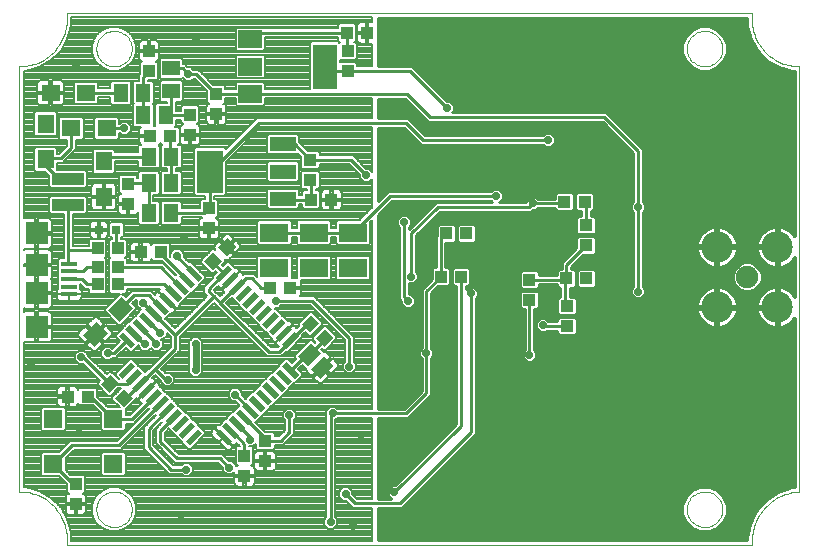
<source format=gtl>
G75*
%MOIN*%
%OFA0B0*%
%FSLAX24Y24*%
%IPPOS*%
%LPD*%
%AMOC8*
5,1,8,0,0,1.08239X$1,22.5*
%
%ADD10R,0.0394X0.0433*%
%ADD11R,0.0433X0.0394*%
%ADD12R,0.0945X0.0630*%
%ADD13R,0.0551X0.0630*%
%ADD14R,0.0630X0.0551*%
%ADD15R,0.0787X0.0591*%
%ADD16R,0.0787X0.1496*%
%ADD17R,0.0880X0.0480*%
%ADD18R,0.0866X0.1417*%
%ADD19R,0.1063X0.0394*%
%ADD20R,0.0512X0.0591*%
%ADD21R,0.0591X0.0512*%
%ADD22R,0.0630X0.0591*%
%ADD23R,0.0460X0.0630*%
%ADD24R,0.0591X0.0197*%
%ADD25R,0.0197X0.0591*%
%ADD26C,0.0750*%
%ADD27C,0.1050*%
%ADD28C,0.0000*%
%ADD29R,0.0748X0.0748*%
%ADD30R,0.0551X0.0157*%
%ADD31R,0.0315X0.0315*%
%ADD32C,0.0100*%
%ADD33C,0.0080*%
%ADD34OC8,0.0240*%
%ADD35C,0.0240*%
D10*
X005572Y002265D03*
X005572Y002935D03*
G36*
X007171Y005509D02*
X006892Y005788D01*
X007197Y006093D01*
X007476Y005814D01*
X007171Y005509D01*
G37*
G36*
X006697Y005982D02*
X006418Y006261D01*
X006723Y006566D01*
X007002Y006287D01*
X006697Y005982D01*
G37*
X011197Y003872D03*
X011197Y003203D03*
G36*
X013884Y008093D02*
X014163Y007814D01*
X013858Y007509D01*
X013579Y007788D01*
X013884Y008093D01*
G37*
G36*
X013411Y008566D02*
X013690Y008287D01*
X013385Y007982D01*
X013106Y008261D01*
X013411Y008566D01*
G37*
X010010Y011453D03*
X010010Y012122D03*
X007322Y012265D03*
X007322Y012935D03*
X009385Y014578D03*
X009385Y015247D03*
X010260Y015265D03*
X010260Y015935D03*
X008010Y016703D03*
X008010Y017372D03*
X014612Y017975D03*
X015282Y017975D03*
X014094Y012412D03*
X013425Y012412D03*
X017925Y011287D03*
X018594Y011287D03*
X018407Y009850D03*
X017737Y009850D03*
X021862Y012350D03*
X022532Y012350D03*
X022594Y009787D03*
X021925Y009787D03*
X006969Y009600D03*
X006300Y009600D03*
X006300Y010162D03*
X006300Y010787D03*
X006969Y010787D03*
X006969Y010162D03*
D11*
X007737Y010662D03*
X008407Y010662D03*
G36*
X009856Y010350D02*
X010161Y010655D01*
X010440Y010376D01*
X010135Y010071D01*
X009856Y010350D01*
G37*
G36*
X010329Y010824D02*
X010634Y011129D01*
X010913Y010850D01*
X010608Y010545D01*
X010329Y010824D01*
G37*
X012050Y009475D03*
X012719Y009475D03*
X013385Y013078D03*
X013385Y013747D03*
X014635Y016703D03*
X014635Y017372D03*
X008719Y014537D03*
X008050Y014537D03*
X005969Y005850D03*
X005300Y005850D03*
X011885Y004372D03*
X011885Y003703D03*
X020697Y009078D03*
X020697Y009747D03*
X021947Y008872D03*
X021947Y008203D03*
X022572Y010890D03*
X022572Y011560D03*
D12*
X014822Y011315D03*
X013510Y011315D03*
X012197Y011315D03*
X012197Y010134D03*
X013510Y010134D03*
X014822Y010134D03*
D13*
X006510Y012509D03*
X006510Y013690D03*
X004572Y013759D03*
X004572Y014940D03*
D14*
X005419Y014787D03*
X006600Y014787D03*
X005913Y015975D03*
X004731Y015975D03*
G36*
X006635Y008739D02*
X007080Y009184D01*
X007469Y008795D01*
X007024Y008350D01*
X006635Y008739D01*
G37*
G36*
X006634Y007960D02*
X006189Y007515D01*
X005800Y007904D01*
X006245Y008349D01*
X006634Y007960D01*
G37*
D15*
X011394Y015944D03*
X011394Y016850D03*
X011394Y017755D03*
D16*
X013875Y016850D03*
D17*
X012480Y014260D03*
X012480Y013350D03*
X012480Y012440D03*
D18*
X010039Y013350D03*
D19*
X005322Y013095D03*
X005322Y012229D03*
D20*
X008010Y011975D03*
X008759Y011975D03*
X008759Y012975D03*
X008010Y012975D03*
X008010Y013850D03*
X008759Y013850D03*
X008571Y015225D03*
X007823Y015225D03*
X007821Y015975D03*
X007073Y015975D03*
D21*
X008760Y016038D03*
X008760Y016786D03*
D22*
X006826Y005098D03*
X004818Y005098D03*
X004818Y003602D03*
X006826Y003602D03*
D23*
G36*
X013420Y007635D02*
X013745Y007310D01*
X013300Y006865D01*
X012975Y007190D01*
X013420Y007635D01*
G37*
G36*
X013844Y007210D02*
X014169Y006885D01*
X013724Y006440D01*
X013399Y006765D01*
X013844Y007210D01*
G37*
D24*
G36*
X012877Y006447D02*
X012461Y006863D01*
X012599Y007001D01*
X013015Y006585D01*
X012877Y006447D01*
G37*
G36*
X012654Y006224D02*
X012238Y006640D01*
X012376Y006778D01*
X012792Y006362D01*
X012654Y006224D01*
G37*
G36*
X012431Y006001D02*
X012015Y006417D01*
X012153Y006555D01*
X012569Y006139D01*
X012431Y006001D01*
G37*
G36*
X012209Y005779D02*
X011793Y006195D01*
X011931Y006333D01*
X012347Y005917D01*
X012209Y005779D01*
G37*
G36*
X011986Y005556D02*
X011570Y005972D01*
X011708Y006110D01*
X012124Y005694D01*
X011986Y005556D01*
G37*
G36*
X011763Y005333D02*
X011347Y005749D01*
X011485Y005887D01*
X011901Y005471D01*
X011763Y005333D01*
G37*
G36*
X011540Y005111D02*
X011124Y005527D01*
X011262Y005665D01*
X011678Y005249D01*
X011540Y005111D01*
G37*
G36*
X011318Y004888D02*
X010902Y005304D01*
X011040Y005442D01*
X011456Y005026D01*
X011318Y004888D01*
G37*
G36*
X011095Y004665D02*
X010679Y005081D01*
X010817Y005219D01*
X011233Y004803D01*
X011095Y004665D01*
G37*
G36*
X010872Y004442D02*
X010456Y004858D01*
X010594Y004996D01*
X011010Y004580D01*
X010872Y004442D01*
G37*
G36*
X010650Y004220D02*
X010234Y004636D01*
X010372Y004774D01*
X010788Y004358D01*
X010650Y004220D01*
G37*
G36*
X007420Y007449D02*
X007004Y007865D01*
X007142Y008003D01*
X007558Y007587D01*
X007420Y007449D01*
G37*
G36*
X007643Y007672D02*
X007227Y008088D01*
X007365Y008226D01*
X007781Y007810D01*
X007643Y007672D01*
G37*
G36*
X007866Y007894D02*
X007450Y008310D01*
X007588Y008448D01*
X008004Y008032D01*
X007866Y007894D01*
G37*
G36*
X008088Y008117D02*
X007672Y008533D01*
X007810Y008671D01*
X008226Y008255D01*
X008088Y008117D01*
G37*
G36*
X008311Y008340D02*
X007895Y008756D01*
X008033Y008894D01*
X008449Y008478D01*
X008311Y008340D01*
G37*
G36*
X008534Y008563D02*
X008118Y008979D01*
X008256Y009117D01*
X008672Y008701D01*
X008534Y008563D01*
G37*
G36*
X008757Y008785D02*
X008341Y009201D01*
X008479Y009339D01*
X008895Y008923D01*
X008757Y008785D01*
G37*
G36*
X008979Y009008D02*
X008563Y009424D01*
X008701Y009562D01*
X009117Y009146D01*
X008979Y009008D01*
G37*
G36*
X009202Y009231D02*
X008786Y009647D01*
X008924Y009785D01*
X009340Y009369D01*
X009202Y009231D01*
G37*
G36*
X009425Y009453D02*
X009009Y009869D01*
X009147Y010007D01*
X009563Y009591D01*
X009425Y009453D01*
G37*
G36*
X009647Y009676D02*
X009231Y010092D01*
X009369Y010230D01*
X009785Y009814D01*
X009647Y009676D01*
G37*
D25*
G36*
X010372Y009676D02*
X010234Y009814D01*
X010650Y010230D01*
X010788Y010092D01*
X010372Y009676D01*
G37*
G36*
X010594Y009453D02*
X010456Y009591D01*
X010872Y010007D01*
X011010Y009869D01*
X010594Y009453D01*
G37*
G36*
X010817Y009231D02*
X010679Y009369D01*
X011095Y009785D01*
X011233Y009647D01*
X010817Y009231D01*
G37*
G36*
X011040Y009008D02*
X010902Y009146D01*
X011318Y009562D01*
X011456Y009424D01*
X011040Y009008D01*
G37*
G36*
X011262Y008785D02*
X011124Y008923D01*
X011540Y009339D01*
X011678Y009201D01*
X011262Y008785D01*
G37*
G36*
X011485Y008563D02*
X011347Y008701D01*
X011763Y009117D01*
X011901Y008979D01*
X011485Y008563D01*
G37*
G36*
X011708Y008340D02*
X011570Y008478D01*
X011986Y008894D01*
X012124Y008756D01*
X011708Y008340D01*
G37*
G36*
X011931Y008117D02*
X011793Y008255D01*
X012209Y008671D01*
X012347Y008533D01*
X011931Y008117D01*
G37*
G36*
X012153Y007894D02*
X012015Y008032D01*
X012431Y008448D01*
X012569Y008310D01*
X012153Y007894D01*
G37*
G36*
X012376Y007672D02*
X012238Y007810D01*
X012654Y008226D01*
X012792Y008088D01*
X012376Y007672D01*
G37*
G36*
X012599Y007449D02*
X012461Y007587D01*
X012877Y008003D01*
X013015Y007865D01*
X012599Y007449D01*
G37*
G36*
X008701Y004888D02*
X008563Y005026D01*
X008979Y005442D01*
X009117Y005304D01*
X008701Y004888D01*
G37*
G36*
X008924Y004665D02*
X008786Y004803D01*
X009202Y005219D01*
X009340Y005081D01*
X008924Y004665D01*
G37*
G36*
X009147Y004442D02*
X009009Y004580D01*
X009425Y004996D01*
X009563Y004858D01*
X009147Y004442D01*
G37*
G36*
X009369Y004220D02*
X009231Y004358D01*
X009647Y004774D01*
X009785Y004636D01*
X009369Y004220D01*
G37*
G36*
X008479Y005111D02*
X008341Y005249D01*
X008757Y005665D01*
X008895Y005527D01*
X008479Y005111D01*
G37*
G36*
X008256Y005333D02*
X008118Y005471D01*
X008534Y005887D01*
X008672Y005749D01*
X008256Y005333D01*
G37*
G36*
X008033Y005556D02*
X007895Y005694D01*
X008311Y006110D01*
X008449Y005972D01*
X008033Y005556D01*
G37*
G36*
X007810Y005779D02*
X007672Y005917D01*
X008088Y006333D01*
X008226Y006195D01*
X007810Y005779D01*
G37*
G36*
X007588Y006001D02*
X007450Y006139D01*
X007866Y006555D01*
X008004Y006417D01*
X007588Y006001D01*
G37*
G36*
X007365Y006224D02*
X007227Y006362D01*
X007643Y006778D01*
X007781Y006640D01*
X007365Y006224D01*
G37*
G36*
X007142Y006447D02*
X007004Y006585D01*
X007420Y007001D01*
X007558Y006863D01*
X007142Y006447D01*
G37*
D26*
X027949Y009838D03*
D27*
X028953Y008834D03*
X026945Y008834D03*
X026945Y010841D03*
X028953Y010841D03*
D28*
X005272Y001109D02*
X005270Y001186D01*
X005264Y001263D01*
X005255Y001340D01*
X005242Y001416D01*
X005225Y001492D01*
X005204Y001566D01*
X005180Y001640D01*
X005152Y001712D01*
X005121Y001782D01*
X005086Y001851D01*
X005048Y001919D01*
X005007Y001984D01*
X004962Y002047D01*
X004914Y002108D01*
X004864Y002167D01*
X004811Y002223D01*
X004755Y002276D01*
X004696Y002326D01*
X004635Y002374D01*
X004572Y002419D01*
X004507Y002460D01*
X004439Y002498D01*
X004370Y002533D01*
X004300Y002564D01*
X004228Y002592D01*
X004154Y002616D01*
X004080Y002637D01*
X004004Y002654D01*
X003928Y002667D01*
X003851Y002676D01*
X003774Y002682D01*
X003697Y002684D01*
X003697Y016857D01*
X003774Y016859D01*
X003851Y016865D01*
X003928Y016874D01*
X004004Y016887D01*
X004080Y016904D01*
X004154Y016925D01*
X004228Y016949D01*
X004300Y016977D01*
X004370Y017008D01*
X004439Y017043D01*
X004507Y017081D01*
X004572Y017122D01*
X004635Y017167D01*
X004696Y017215D01*
X004755Y017265D01*
X004811Y017318D01*
X004864Y017374D01*
X004914Y017433D01*
X004962Y017494D01*
X005007Y017557D01*
X005048Y017622D01*
X005086Y017690D01*
X005121Y017759D01*
X005152Y017829D01*
X005180Y017901D01*
X005204Y017975D01*
X005225Y018049D01*
X005242Y018125D01*
X005255Y018201D01*
X005264Y018278D01*
X005270Y018355D01*
X005272Y018432D01*
X005272Y018629D01*
X028106Y018629D01*
X028106Y018432D01*
X028108Y018355D01*
X028114Y018278D01*
X028123Y018201D01*
X028136Y018125D01*
X028153Y018049D01*
X028174Y017975D01*
X028198Y017901D01*
X028226Y017829D01*
X028257Y017759D01*
X028292Y017690D01*
X028330Y017622D01*
X028371Y017557D01*
X028416Y017494D01*
X028464Y017433D01*
X028514Y017374D01*
X028567Y017318D01*
X028623Y017265D01*
X028682Y017215D01*
X028743Y017167D01*
X028806Y017122D01*
X028871Y017081D01*
X028939Y017043D01*
X029008Y017008D01*
X029078Y016977D01*
X029150Y016949D01*
X029224Y016925D01*
X029298Y016904D01*
X029374Y016887D01*
X029450Y016874D01*
X029527Y016865D01*
X029604Y016859D01*
X029681Y016857D01*
X029681Y002684D01*
X029682Y002684D02*
X029602Y002678D01*
X029523Y002667D01*
X029444Y002653D01*
X029367Y002635D01*
X029290Y002614D01*
X029214Y002589D01*
X029140Y002560D01*
X029067Y002528D01*
X028995Y002492D01*
X028926Y002453D01*
X028858Y002411D01*
X028793Y002365D01*
X028729Y002317D01*
X028668Y002265D01*
X028610Y002211D01*
X028554Y002154D01*
X028501Y002094D01*
X028451Y002032D01*
X028404Y001968D01*
X028360Y001901D01*
X028319Y001833D01*
X028282Y001762D01*
X028248Y001690D01*
X028217Y001617D01*
X028190Y001541D01*
X028167Y001465D01*
X028147Y001388D01*
X028131Y001310D01*
X028119Y001231D01*
X028110Y001152D01*
X028105Y001072D01*
X028104Y000992D01*
X028107Y000913D01*
X028106Y000912D02*
X005272Y000912D01*
X005272Y001109D01*
X006256Y002094D02*
X006258Y002142D01*
X006264Y002190D01*
X006274Y002237D01*
X006287Y002283D01*
X006305Y002328D01*
X006325Y002372D01*
X006350Y002414D01*
X006378Y002453D01*
X006408Y002490D01*
X006442Y002524D01*
X006479Y002556D01*
X006517Y002585D01*
X006558Y002610D01*
X006601Y002632D01*
X006646Y002650D01*
X006692Y002664D01*
X006739Y002675D01*
X006787Y002682D01*
X006835Y002685D01*
X006883Y002684D01*
X006931Y002679D01*
X006979Y002670D01*
X007025Y002658D01*
X007070Y002641D01*
X007114Y002621D01*
X007156Y002598D01*
X007196Y002571D01*
X007234Y002541D01*
X007269Y002508D01*
X007301Y002472D01*
X007331Y002434D01*
X007357Y002393D01*
X007379Y002350D01*
X007399Y002306D01*
X007414Y002261D01*
X007426Y002214D01*
X007434Y002166D01*
X007438Y002118D01*
X007438Y002070D01*
X007434Y002022D01*
X007426Y001974D01*
X007414Y001927D01*
X007399Y001882D01*
X007379Y001838D01*
X007357Y001795D01*
X007331Y001754D01*
X007301Y001716D01*
X007269Y001680D01*
X007234Y001647D01*
X007196Y001617D01*
X007156Y001590D01*
X007114Y001567D01*
X007070Y001547D01*
X007025Y001530D01*
X006979Y001518D01*
X006931Y001509D01*
X006883Y001504D01*
X006835Y001503D01*
X006787Y001506D01*
X006739Y001513D01*
X006692Y001524D01*
X006646Y001538D01*
X006601Y001556D01*
X006558Y001578D01*
X006517Y001603D01*
X006479Y001632D01*
X006442Y001664D01*
X006408Y001698D01*
X006378Y001735D01*
X006350Y001774D01*
X006325Y001816D01*
X006305Y001860D01*
X006287Y001905D01*
X006274Y001951D01*
X006264Y001998D01*
X006258Y002046D01*
X006256Y002094D01*
X025941Y002094D02*
X025943Y002142D01*
X025949Y002190D01*
X025959Y002237D01*
X025972Y002283D01*
X025990Y002328D01*
X026010Y002372D01*
X026035Y002414D01*
X026063Y002453D01*
X026093Y002490D01*
X026127Y002524D01*
X026164Y002556D01*
X026202Y002585D01*
X026243Y002610D01*
X026286Y002632D01*
X026331Y002650D01*
X026377Y002664D01*
X026424Y002675D01*
X026472Y002682D01*
X026520Y002685D01*
X026568Y002684D01*
X026616Y002679D01*
X026664Y002670D01*
X026710Y002658D01*
X026755Y002641D01*
X026799Y002621D01*
X026841Y002598D01*
X026881Y002571D01*
X026919Y002541D01*
X026954Y002508D01*
X026986Y002472D01*
X027016Y002434D01*
X027042Y002393D01*
X027064Y002350D01*
X027084Y002306D01*
X027099Y002261D01*
X027111Y002214D01*
X027119Y002166D01*
X027123Y002118D01*
X027123Y002070D01*
X027119Y002022D01*
X027111Y001974D01*
X027099Y001927D01*
X027084Y001882D01*
X027064Y001838D01*
X027042Y001795D01*
X027016Y001754D01*
X026986Y001716D01*
X026954Y001680D01*
X026919Y001647D01*
X026881Y001617D01*
X026841Y001590D01*
X026799Y001567D01*
X026755Y001547D01*
X026710Y001530D01*
X026664Y001518D01*
X026616Y001509D01*
X026568Y001504D01*
X026520Y001503D01*
X026472Y001506D01*
X026424Y001513D01*
X026377Y001524D01*
X026331Y001538D01*
X026286Y001556D01*
X026243Y001578D01*
X026202Y001603D01*
X026164Y001632D01*
X026127Y001664D01*
X026093Y001698D01*
X026063Y001735D01*
X026035Y001774D01*
X026010Y001816D01*
X025990Y001860D01*
X025972Y001905D01*
X025959Y001951D01*
X025949Y001998D01*
X025943Y002046D01*
X025941Y002094D01*
X025941Y017448D02*
X025943Y017496D01*
X025949Y017544D01*
X025959Y017591D01*
X025972Y017637D01*
X025990Y017682D01*
X026010Y017726D01*
X026035Y017768D01*
X026063Y017807D01*
X026093Y017844D01*
X026127Y017878D01*
X026164Y017910D01*
X026202Y017939D01*
X026243Y017964D01*
X026286Y017986D01*
X026331Y018004D01*
X026377Y018018D01*
X026424Y018029D01*
X026472Y018036D01*
X026520Y018039D01*
X026568Y018038D01*
X026616Y018033D01*
X026664Y018024D01*
X026710Y018012D01*
X026755Y017995D01*
X026799Y017975D01*
X026841Y017952D01*
X026881Y017925D01*
X026919Y017895D01*
X026954Y017862D01*
X026986Y017826D01*
X027016Y017788D01*
X027042Y017747D01*
X027064Y017704D01*
X027084Y017660D01*
X027099Y017615D01*
X027111Y017568D01*
X027119Y017520D01*
X027123Y017472D01*
X027123Y017424D01*
X027119Y017376D01*
X027111Y017328D01*
X027099Y017281D01*
X027084Y017236D01*
X027064Y017192D01*
X027042Y017149D01*
X027016Y017108D01*
X026986Y017070D01*
X026954Y017034D01*
X026919Y017001D01*
X026881Y016971D01*
X026841Y016944D01*
X026799Y016921D01*
X026755Y016901D01*
X026710Y016884D01*
X026664Y016872D01*
X026616Y016863D01*
X026568Y016858D01*
X026520Y016857D01*
X026472Y016860D01*
X026424Y016867D01*
X026377Y016878D01*
X026331Y016892D01*
X026286Y016910D01*
X026243Y016932D01*
X026202Y016957D01*
X026164Y016986D01*
X026127Y017018D01*
X026093Y017052D01*
X026063Y017089D01*
X026035Y017128D01*
X026010Y017170D01*
X025990Y017214D01*
X025972Y017259D01*
X025959Y017305D01*
X025949Y017352D01*
X025943Y017400D01*
X025941Y017448D01*
X006256Y017448D02*
X006258Y017496D01*
X006264Y017544D01*
X006274Y017591D01*
X006287Y017637D01*
X006305Y017682D01*
X006325Y017726D01*
X006350Y017768D01*
X006378Y017807D01*
X006408Y017844D01*
X006442Y017878D01*
X006479Y017910D01*
X006517Y017939D01*
X006558Y017964D01*
X006601Y017986D01*
X006646Y018004D01*
X006692Y018018D01*
X006739Y018029D01*
X006787Y018036D01*
X006835Y018039D01*
X006883Y018038D01*
X006931Y018033D01*
X006979Y018024D01*
X007025Y018012D01*
X007070Y017995D01*
X007114Y017975D01*
X007156Y017952D01*
X007196Y017925D01*
X007234Y017895D01*
X007269Y017862D01*
X007301Y017826D01*
X007331Y017788D01*
X007357Y017747D01*
X007379Y017704D01*
X007399Y017660D01*
X007414Y017615D01*
X007426Y017568D01*
X007434Y017520D01*
X007438Y017472D01*
X007438Y017424D01*
X007434Y017376D01*
X007426Y017328D01*
X007414Y017281D01*
X007399Y017236D01*
X007379Y017192D01*
X007357Y017149D01*
X007331Y017108D01*
X007301Y017070D01*
X007269Y017034D01*
X007234Y017001D01*
X007196Y016971D01*
X007156Y016944D01*
X007114Y016921D01*
X007070Y016901D01*
X007025Y016884D01*
X006979Y016872D01*
X006931Y016863D01*
X006883Y016858D01*
X006835Y016857D01*
X006787Y016860D01*
X006739Y016867D01*
X006692Y016878D01*
X006646Y016892D01*
X006601Y016910D01*
X006558Y016932D01*
X006517Y016957D01*
X006479Y016986D01*
X006442Y017018D01*
X006408Y017052D01*
X006378Y017089D01*
X006350Y017128D01*
X006325Y017170D01*
X006305Y017214D01*
X006287Y017259D01*
X006274Y017305D01*
X006264Y017352D01*
X006258Y017400D01*
X006256Y017448D01*
D29*
X004268Y011286D03*
X004268Y010243D03*
X004268Y009298D03*
X004268Y008176D03*
D30*
X005351Y009259D03*
X005351Y009515D03*
X005351Y009771D03*
X005351Y010027D03*
X005351Y010282D03*
D31*
X006339Y011412D03*
X006930Y011412D03*
D32*
X006930Y010827D01*
X006969Y010787D01*
X006969Y010162D02*
X008408Y010162D01*
X009063Y009508D01*
X009286Y009730D02*
X008407Y010609D01*
X008407Y010662D01*
X008947Y010537D02*
X008947Y010515D01*
X009508Y009953D01*
X010148Y010316D02*
X010148Y010363D01*
X010148Y010316D02*
X010511Y009953D01*
X010010Y009452D01*
X010010Y009350D01*
X010166Y009194D01*
X008885Y007912D01*
X008180Y008617D01*
X008172Y008617D01*
X007822Y008967D01*
X007822Y008975D01*
X008010Y009225D02*
X007510Y009225D01*
X007052Y008767D01*
X007727Y008171D02*
X008260Y007639D01*
X008260Y007600D01*
X007885Y007600D02*
X007853Y007600D01*
X007504Y007949D01*
X007281Y007726D02*
X006843Y007287D01*
X006635Y007287D01*
X005822Y007162D02*
X005760Y007162D01*
X005822Y007162D02*
X006710Y006274D01*
X007277Y006274D01*
X007504Y006501D01*
X007727Y006278D02*
X008216Y006768D01*
X008572Y006412D01*
X008635Y006412D01*
X008216Y006768D02*
X008885Y007436D01*
X008885Y007912D01*
X008385Y007975D02*
X008369Y007975D01*
X007949Y008394D01*
X008395Y008840D02*
X008010Y009225D01*
X008525Y009600D02*
X006969Y009600D01*
X006300Y009600D02*
X005947Y009600D01*
X005776Y009771D01*
X005351Y009771D01*
X005351Y010027D02*
X005811Y010027D01*
X005947Y010162D01*
X006300Y010162D01*
X006237Y010725D02*
X005322Y010725D01*
X005322Y012229D01*
X005322Y012287D01*
X005322Y013095D02*
X005014Y013095D01*
X004572Y013537D01*
X004572Y013759D01*
X004600Y013787D01*
X004697Y013787D01*
X004711Y013802D01*
X005072Y013802D01*
X005419Y014149D01*
X005419Y014787D01*
X004572Y014940D02*
X004447Y014912D01*
X005913Y015975D02*
X006010Y015975D01*
X005947Y015970D01*
X005951Y015975D01*
X007073Y015975D01*
X007821Y015975D02*
X007823Y015973D01*
X007823Y015225D01*
X007197Y014787D02*
X006600Y014787D01*
X006669Y013850D02*
X006510Y013690D01*
X006669Y013850D02*
X008010Y013850D01*
X008010Y013850D01*
X008719Y013889D02*
X008759Y013850D01*
X008759Y012975D01*
X008010Y012975D02*
X008010Y011975D01*
X008759Y011975D02*
X009862Y011975D01*
X010010Y012122D01*
X010039Y012152D01*
X010039Y013350D01*
X011664Y014975D01*
X016572Y014975D01*
X017135Y014412D01*
X021322Y014412D01*
X021157Y014252D02*
X021227Y014182D01*
X021417Y014182D01*
X021552Y014317D01*
X021552Y014508D01*
X021417Y014642D01*
X021227Y014642D01*
X021157Y014572D01*
X017201Y014572D01*
X016638Y015135D01*
X015635Y015135D01*
X015635Y015784D01*
X016536Y015784D01*
X017225Y015096D01*
X017318Y015002D01*
X023131Y015002D01*
X024162Y013971D01*
X024162Y012328D01*
X024092Y012258D01*
X024092Y012067D01*
X024162Y011997D01*
X024162Y009515D01*
X024092Y009445D01*
X024092Y009255D01*
X024227Y009120D01*
X024417Y009120D01*
X024552Y009255D01*
X024552Y009445D01*
X024482Y009515D01*
X024482Y011997D01*
X024552Y012067D01*
X024552Y012258D01*
X024482Y012328D01*
X024482Y014104D01*
X024388Y014197D01*
X023263Y015322D01*
X018120Y015322D01*
X018177Y015380D01*
X018177Y015570D01*
X018042Y015705D01*
X017943Y015705D01*
X016785Y016863D01*
X015635Y016863D01*
X015635Y018479D01*
X027956Y018479D01*
X027956Y018205D01*
X028074Y017766D01*
X028301Y017373D01*
X028622Y017052D01*
X028622Y017052D01*
X029016Y016825D01*
X029454Y016707D01*
X029531Y016707D01*
X029531Y011190D01*
X029515Y011217D01*
X029461Y011288D01*
X029399Y011350D01*
X029329Y011404D01*
X029252Y011448D01*
X029170Y011482D01*
X029085Y011505D01*
X029003Y011516D01*
X029003Y010892D01*
X028903Y010892D01*
X028903Y011516D01*
X028821Y011505D01*
X028735Y011482D01*
X028654Y011448D01*
X028577Y011404D01*
X028507Y011350D01*
X028444Y011288D01*
X028390Y011217D01*
X028346Y011141D01*
X028312Y011059D01*
X028289Y010973D01*
X028279Y010891D01*
X028903Y010891D01*
X028903Y010791D01*
X029003Y010791D01*
X029003Y010167D01*
X029085Y010178D01*
X029170Y010201D01*
X029252Y010235D01*
X029329Y010279D01*
X029399Y010333D01*
X029461Y010395D01*
X029515Y010466D01*
X029531Y010493D01*
X029531Y009182D01*
X029515Y009210D01*
X029461Y009280D01*
X029399Y009342D01*
X029329Y009396D01*
X029252Y009440D01*
X029170Y009474D01*
X029085Y009497D01*
X029003Y009508D01*
X029003Y008884D01*
X028903Y008884D01*
X028903Y009508D01*
X028821Y009497D01*
X028735Y009474D01*
X028654Y009440D01*
X028577Y009396D01*
X028507Y009342D01*
X028444Y009280D01*
X028390Y009210D01*
X028346Y009133D01*
X028312Y009051D01*
X028289Y008966D01*
X028279Y008884D01*
X028903Y008884D01*
X028903Y008784D01*
X028279Y008784D01*
X028289Y008702D01*
X028312Y008616D01*
X028346Y008535D01*
X028390Y008458D01*
X028444Y008388D01*
X028507Y008325D01*
X028577Y008271D01*
X028654Y008227D01*
X028735Y008193D01*
X028821Y008170D01*
X028903Y008159D01*
X028903Y008784D01*
X029003Y008784D01*
X029003Y008159D01*
X029085Y008170D01*
X029170Y008193D01*
X029252Y008227D01*
X029329Y008271D01*
X029399Y008325D01*
X029461Y008388D01*
X029515Y008458D01*
X029531Y008485D01*
X029531Y002825D01*
X029432Y002820D01*
X028976Y002668D01*
X028575Y002404D01*
X028575Y002404D01*
X028255Y002044D01*
X028040Y001615D01*
X028040Y001615D01*
X027943Y001144D01*
X027943Y001144D01*
X027947Y001062D01*
X015635Y001062D01*
X015635Y002127D01*
X016451Y002127D01*
X016545Y002221D01*
X018920Y004596D01*
X018920Y009122D01*
X018990Y009192D01*
X018990Y009383D01*
X018855Y009517D01*
X018664Y009517D01*
X018567Y009420D01*
X018567Y009523D01*
X018649Y009523D01*
X018714Y009588D01*
X018714Y010112D01*
X018649Y010176D01*
X018164Y010176D01*
X018100Y010112D01*
X018100Y009588D01*
X018164Y009523D01*
X018247Y009523D01*
X018247Y004938D01*
X016201Y002892D01*
X016102Y002892D01*
X015967Y002758D01*
X015967Y002567D01*
X016087Y002447D01*
X015635Y002447D01*
X015635Y005127D01*
X016638Y005127D01*
X017326Y005815D01*
X017420Y005909D01*
X017420Y007122D01*
X017490Y007192D01*
X017490Y007383D01*
X017420Y007453D01*
X017420Y009306D01*
X017637Y009523D01*
X017980Y009523D01*
X018044Y009588D01*
X018044Y010112D01*
X017980Y010176D01*
X017897Y010176D01*
X017897Y010961D01*
X018167Y010961D01*
X018232Y011025D01*
X018232Y011550D01*
X018167Y011614D01*
X017682Y011614D01*
X017618Y011550D01*
X017618Y011207D01*
X017577Y011166D01*
X017577Y010176D01*
X017495Y010176D01*
X017431Y010112D01*
X017431Y009769D01*
X017100Y009438D01*
X017100Y007453D01*
X017030Y007383D01*
X017030Y007192D01*
X017100Y007122D01*
X017100Y006041D01*
X016506Y005447D01*
X015635Y005447D01*
X015635Y011902D01*
X016110Y012377D01*
X019407Y012377D01*
X019462Y012322D01*
X017568Y012322D01*
X017475Y012229D01*
X016670Y011424D01*
X016670Y011497D01*
X016740Y011567D01*
X016740Y011758D01*
X016605Y011892D01*
X016414Y011892D01*
X016280Y011758D01*
X016280Y011567D01*
X016350Y011497D01*
X016350Y009096D01*
X016405Y009041D01*
X016405Y008942D01*
X016539Y008807D01*
X016730Y008807D01*
X016865Y008942D01*
X016865Y009133D01*
X016730Y009267D01*
X016670Y009267D01*
X016670Y009620D01*
X016855Y009620D01*
X016990Y009755D01*
X016990Y009945D01*
X016920Y010015D01*
X016920Y011221D01*
X017701Y012002D01*
X020763Y012002D01*
X020818Y012057D01*
X020917Y012057D01*
X020987Y012127D01*
X021556Y012127D01*
X021556Y012088D01*
X021620Y012023D01*
X022105Y012023D01*
X022169Y012088D01*
X022169Y012612D01*
X022105Y012676D01*
X021620Y012676D01*
X021556Y012612D01*
X021556Y012447D01*
X020987Y012447D01*
X020917Y012517D01*
X020727Y012517D01*
X020592Y012383D01*
X020592Y012322D01*
X019682Y012322D01*
X019802Y012442D01*
X019802Y012633D01*
X019667Y012767D01*
X019477Y012767D01*
X019407Y012697D01*
X015978Y012697D01*
X015884Y012604D01*
X015635Y012354D01*
X015635Y014815D01*
X016506Y014815D01*
X016975Y014346D01*
X017068Y014252D01*
X021157Y014252D01*
X021199Y014210D02*
X015635Y014210D01*
X015635Y014308D02*
X017012Y014308D01*
X016914Y014407D02*
X015635Y014407D01*
X015635Y014505D02*
X016815Y014505D01*
X016717Y014604D02*
X015635Y014604D01*
X015635Y014702D02*
X016618Y014702D01*
X016520Y014801D02*
X015635Y014801D01*
X015635Y015195D02*
X017126Y015195D01*
X017224Y015096D02*
X016677Y015096D01*
X016775Y014998D02*
X023135Y014998D01*
X023234Y014899D02*
X016874Y014899D01*
X016972Y014801D02*
X023332Y014801D01*
X023431Y014702D02*
X017071Y014702D01*
X017169Y014604D02*
X021188Y014604D01*
X021456Y014604D02*
X023529Y014604D01*
X023628Y014505D02*
X021552Y014505D01*
X021552Y014407D02*
X023726Y014407D01*
X023825Y014308D02*
X021543Y014308D01*
X021445Y014210D02*
X023923Y014210D01*
X024022Y014111D02*
X015635Y014111D01*
X015635Y014013D02*
X024120Y014013D01*
X024162Y013914D02*
X015635Y013914D01*
X015635Y013816D02*
X024162Y013816D01*
X024162Y013717D02*
X015635Y013717D01*
X015635Y013619D02*
X024162Y013619D01*
X024162Y013520D02*
X015635Y013520D01*
X015635Y013422D02*
X024162Y013422D01*
X024162Y013323D02*
X015635Y013323D01*
X015635Y013225D02*
X024162Y013225D01*
X024162Y013126D02*
X015635Y013126D01*
X015635Y013028D02*
X024162Y013028D01*
X024162Y012929D02*
X015635Y012929D01*
X015635Y012831D02*
X024162Y012831D01*
X024162Y012732D02*
X019702Y012732D01*
X019801Y012634D02*
X021577Y012634D01*
X021556Y012535D02*
X019802Y012535D01*
X019797Y012437D02*
X020646Y012437D01*
X020592Y012338D02*
X019698Y012338D01*
X019572Y012537D02*
X016044Y012537D01*
X014822Y011315D01*
X013510Y011315D01*
X012197Y011315D01*
X012169Y011287D01*
X011947Y011287D01*
X012507Y012412D02*
X013425Y012412D01*
X013425Y013037D01*
X013385Y013078D01*
X013385Y013747D02*
X014737Y013747D01*
X015260Y013225D01*
X015635Y012732D02*
X019442Y012732D01*
X019446Y012338D02*
X016071Y012338D01*
X015973Y012240D02*
X017486Y012240D01*
X017387Y012141D02*
X015874Y012141D01*
X015776Y012043D02*
X017289Y012043D01*
X017190Y011944D02*
X015677Y011944D01*
X015635Y011846D02*
X016368Y011846D01*
X016280Y011747D02*
X015635Y011747D01*
X015635Y011649D02*
X016280Y011649D01*
X016296Y011550D02*
X015635Y011550D01*
X015635Y011452D02*
X016350Y011452D01*
X016350Y011353D02*
X015635Y011353D01*
X015635Y011255D02*
X016350Y011255D01*
X016350Y011156D02*
X015635Y011156D01*
X015635Y011058D02*
X016350Y011058D01*
X016350Y010959D02*
X015635Y010959D01*
X015635Y010861D02*
X016350Y010861D01*
X016350Y010762D02*
X015635Y010762D01*
X015635Y010664D02*
X016350Y010664D01*
X016350Y010565D02*
X015635Y010565D01*
X015635Y010467D02*
X016350Y010467D01*
X016350Y010368D02*
X015635Y010368D01*
X015635Y010270D02*
X016350Y010270D01*
X016350Y010171D02*
X015635Y010171D01*
X015635Y010073D02*
X016350Y010073D01*
X016350Y009974D02*
X015635Y009974D01*
X015635Y009876D02*
X016350Y009876D01*
X016350Y009777D02*
X015635Y009777D01*
X015635Y009679D02*
X016350Y009679D01*
X016350Y009580D02*
X015635Y009580D01*
X015635Y009482D02*
X016350Y009482D01*
X016350Y009383D02*
X015635Y009383D01*
X015635Y009285D02*
X016350Y009285D01*
X016350Y009186D02*
X015635Y009186D01*
X015635Y009088D02*
X016358Y009088D01*
X016405Y008989D02*
X015635Y008989D01*
X015635Y008891D02*
X016456Y008891D01*
X016635Y009037D02*
X016510Y009162D01*
X016510Y011662D01*
X016740Y011649D02*
X016895Y011649D01*
X016993Y011747D02*
X016740Y011747D01*
X016651Y011846D02*
X017092Y011846D01*
X017347Y011649D02*
X022245Y011649D01*
X022245Y011747D02*
X017446Y011747D01*
X017544Y011846D02*
X022289Y011846D01*
X022310Y011866D02*
X022245Y011802D01*
X022245Y011317D01*
X022310Y011253D01*
X022834Y011253D01*
X022899Y011317D01*
X022899Y011802D01*
X022834Y011866D01*
X022732Y011866D01*
X022732Y012023D01*
X022774Y012023D01*
X022839Y012088D01*
X022839Y012612D01*
X022774Y012676D01*
X022289Y012676D01*
X022225Y012612D01*
X022225Y012088D01*
X022289Y012023D01*
X022412Y012023D01*
X022412Y011866D01*
X022310Y011866D01*
X022412Y011944D02*
X017643Y011944D01*
X017635Y012162D02*
X020697Y012162D01*
X020822Y012287D01*
X021800Y012287D01*
X021862Y012350D01*
X022169Y012338D02*
X022225Y012338D01*
X022225Y012240D02*
X022169Y012240D01*
X022169Y012141D02*
X022225Y012141D01*
X022270Y012043D02*
X022124Y012043D01*
X022532Y012350D02*
X022572Y012310D01*
X022572Y011560D01*
X022245Y011550D02*
X018900Y011550D01*
X018901Y011550D02*
X018837Y011614D01*
X018352Y011614D01*
X018287Y011550D01*
X018287Y011025D01*
X018352Y010961D01*
X018837Y010961D01*
X018901Y011025D01*
X018901Y011550D01*
X018901Y011452D02*
X022245Y011452D01*
X022245Y011353D02*
X018901Y011353D01*
X018901Y011255D02*
X022308Y011255D01*
X022310Y011197D02*
X022245Y011133D01*
X022245Y010790D01*
X021859Y010403D01*
X021859Y010403D01*
X021765Y010309D01*
X021765Y010114D01*
X021682Y010114D01*
X021618Y010050D01*
X021618Y009907D01*
X021024Y009907D01*
X021024Y009989D01*
X020959Y010054D01*
X020435Y010054D01*
X020370Y009989D01*
X020370Y009505D01*
X020435Y009440D01*
X020959Y009440D01*
X021024Y009505D01*
X021024Y009587D01*
X021618Y009587D01*
X021618Y009525D01*
X021682Y009461D01*
X021725Y009461D01*
X021725Y009179D01*
X021685Y009179D01*
X021620Y009114D01*
X021620Y008630D01*
X021685Y008565D01*
X022209Y008565D01*
X022274Y008630D01*
X022274Y009114D01*
X022209Y009179D01*
X022045Y009179D01*
X022045Y009461D01*
X022167Y009461D01*
X022232Y009525D01*
X022232Y010050D01*
X022167Y010114D01*
X022085Y010114D01*
X022085Y010177D01*
X022491Y010583D01*
X022834Y010583D01*
X022899Y010648D01*
X022899Y011133D01*
X022834Y011197D01*
X022310Y011197D01*
X022269Y011156D02*
X018901Y011156D01*
X018901Y011058D02*
X022245Y011058D01*
X022245Y010959D02*
X017897Y010959D01*
X017897Y010861D02*
X022245Y010861D01*
X022218Y010762D02*
X017897Y010762D01*
X017897Y010664D02*
X022119Y010664D01*
X022021Y010565D02*
X017897Y010565D01*
X017897Y010467D02*
X021922Y010467D01*
X021824Y010368D02*
X017897Y010368D01*
X017897Y010270D02*
X021765Y010270D01*
X021765Y010171D02*
X018654Y010171D01*
X018714Y010073D02*
X021641Y010073D01*
X021618Y009974D02*
X021024Y009974D01*
X020697Y009747D02*
X021885Y009747D01*
X021925Y009787D01*
X021925Y010243D01*
X022572Y010890D01*
X022899Y010861D02*
X024162Y010861D01*
X024162Y010959D02*
X022899Y010959D01*
X022899Y011058D02*
X024162Y011058D01*
X024162Y011156D02*
X022875Y011156D01*
X022836Y011255D02*
X024162Y011255D01*
X024162Y011353D02*
X022899Y011353D01*
X022899Y011452D02*
X024162Y011452D01*
X024162Y011550D02*
X022899Y011550D01*
X022899Y011649D02*
X024162Y011649D01*
X024162Y011747D02*
X022899Y011747D01*
X022855Y011846D02*
X024162Y011846D01*
X024162Y011944D02*
X022732Y011944D01*
X022794Y012043D02*
X024116Y012043D01*
X024092Y012141D02*
X022839Y012141D01*
X022839Y012240D02*
X024092Y012240D01*
X024162Y012338D02*
X022839Y012338D01*
X022839Y012437D02*
X024162Y012437D01*
X024162Y012535D02*
X022839Y012535D01*
X022817Y012634D02*
X024162Y012634D01*
X024482Y012634D02*
X029531Y012634D01*
X029531Y012732D02*
X024482Y012732D01*
X024482Y012831D02*
X029531Y012831D01*
X029531Y012929D02*
X024482Y012929D01*
X024482Y013028D02*
X029531Y013028D01*
X029531Y013126D02*
X024482Y013126D01*
X024482Y013225D02*
X029531Y013225D01*
X029531Y013323D02*
X024482Y013323D01*
X024482Y013422D02*
X029531Y013422D01*
X029531Y013520D02*
X024482Y013520D01*
X024482Y013619D02*
X029531Y013619D01*
X029531Y013717D02*
X024482Y013717D01*
X024482Y013816D02*
X029531Y013816D01*
X029531Y013914D02*
X024482Y013914D01*
X024482Y014013D02*
X029531Y014013D01*
X029531Y014111D02*
X024474Y014111D01*
X024376Y014210D02*
X029531Y014210D01*
X029531Y014308D02*
X024277Y014308D01*
X024179Y014407D02*
X029531Y014407D01*
X029531Y014505D02*
X024080Y014505D01*
X023982Y014604D02*
X029531Y014604D01*
X029531Y014702D02*
X023883Y014702D01*
X023785Y014801D02*
X029531Y014801D01*
X029531Y014899D02*
X023686Y014899D01*
X023588Y014998D02*
X029531Y014998D01*
X029531Y015096D02*
X023489Y015096D01*
X023391Y015195D02*
X029531Y015195D01*
X029531Y015293D02*
X023292Y015293D01*
X023197Y015162D02*
X024322Y014037D01*
X024322Y012162D01*
X024322Y009350D01*
X024160Y009186D02*
X022045Y009186D01*
X022045Y009285D02*
X024092Y009285D01*
X024092Y009383D02*
X022045Y009383D01*
X022188Y009482D02*
X022331Y009482D01*
X022352Y009461D02*
X022287Y009525D01*
X022287Y010050D01*
X022352Y010114D01*
X022837Y010114D01*
X022901Y010050D01*
X022901Y009525D01*
X022837Y009461D01*
X022352Y009461D01*
X022287Y009580D02*
X022232Y009580D01*
X022232Y009679D02*
X022287Y009679D01*
X022287Y009777D02*
X022232Y009777D01*
X022232Y009876D02*
X022287Y009876D01*
X022287Y009974D02*
X022232Y009974D01*
X022208Y010073D02*
X022311Y010073D01*
X022178Y010270D02*
X024162Y010270D01*
X024162Y010368D02*
X022276Y010368D01*
X022375Y010467D02*
X024162Y010467D01*
X024162Y010565D02*
X022473Y010565D01*
X022085Y010171D02*
X024162Y010171D01*
X024162Y010073D02*
X022878Y010073D01*
X022901Y009974D02*
X024162Y009974D01*
X024162Y009876D02*
X022901Y009876D01*
X022901Y009777D02*
X024162Y009777D01*
X024162Y009679D02*
X022901Y009679D01*
X022901Y009580D02*
X024162Y009580D01*
X024129Y009482D02*
X022858Y009482D01*
X022635Y009787D02*
X022594Y009787D01*
X021885Y009747D02*
X021885Y009725D01*
X021885Y008935D01*
X021947Y008872D01*
X021620Y008891D02*
X021024Y008891D01*
X021024Y008835D02*
X021024Y009320D01*
X020959Y009385D01*
X020435Y009385D01*
X020370Y009320D01*
X020370Y008835D01*
X020435Y008771D01*
X020537Y008771D01*
X020537Y007390D01*
X020467Y007320D01*
X020467Y007130D01*
X020602Y006995D01*
X020792Y006995D01*
X020927Y007130D01*
X020927Y007320D01*
X020857Y007390D01*
X020857Y008771D01*
X020959Y008771D01*
X021024Y008835D01*
X020981Y008792D02*
X021620Y008792D01*
X021620Y008694D02*
X020857Y008694D01*
X020857Y008595D02*
X021655Y008595D01*
X021685Y008510D02*
X021620Y008445D01*
X021620Y008363D01*
X021322Y008363D01*
X021230Y008455D01*
X021039Y008455D01*
X020905Y008320D01*
X020905Y008130D01*
X021039Y007995D01*
X021230Y007995D01*
X021278Y008043D01*
X021620Y008043D01*
X021620Y007960D01*
X021685Y007896D01*
X022209Y007896D01*
X022274Y007960D01*
X022274Y008445D01*
X022209Y008510D01*
X021685Y008510D01*
X021672Y008497D02*
X020857Y008497D01*
X020857Y008398D02*
X020983Y008398D01*
X020905Y008300D02*
X020857Y008300D01*
X020857Y008201D02*
X020905Y008201D01*
X020931Y008103D02*
X020857Y008103D01*
X020857Y008004D02*
X021030Y008004D01*
X020857Y007906D02*
X021675Y007906D01*
X021620Y008004D02*
X021239Y008004D01*
X021157Y008203D02*
X021135Y008225D01*
X021157Y008203D02*
X021947Y008203D01*
X022274Y008201D02*
X026708Y008201D01*
X026728Y008193D02*
X026813Y008170D01*
X026895Y008159D01*
X026895Y008784D01*
X026271Y008784D01*
X026282Y008702D01*
X026305Y008616D01*
X026338Y008535D01*
X026383Y008458D01*
X026437Y008388D01*
X026499Y008325D01*
X026569Y008271D01*
X026646Y008227D01*
X026728Y008193D01*
X026895Y008201D02*
X026995Y008201D01*
X026995Y008159D02*
X027077Y008170D01*
X027163Y008193D01*
X027244Y008227D01*
X027321Y008271D01*
X027391Y008325D01*
X027454Y008388D01*
X027508Y008458D01*
X027552Y008535D01*
X027586Y008616D01*
X027609Y008702D01*
X027619Y008784D01*
X026995Y008784D01*
X026995Y008884D01*
X026895Y008884D01*
X026895Y009508D01*
X026813Y009497D01*
X026728Y009474D01*
X026646Y009440D01*
X026569Y009396D01*
X026499Y009342D01*
X026437Y009280D01*
X026383Y009210D01*
X026338Y009133D01*
X026305Y009051D01*
X026282Y008966D01*
X026271Y008884D01*
X026895Y008884D01*
X026895Y008784D01*
X026995Y008784D01*
X026995Y008159D01*
X026995Y008300D02*
X026895Y008300D01*
X026895Y008398D02*
X026995Y008398D01*
X026995Y008497D02*
X026895Y008497D01*
X026895Y008595D02*
X026995Y008595D01*
X026995Y008694D02*
X026895Y008694D01*
X026895Y008792D02*
X022274Y008792D01*
X022274Y008694D02*
X026284Y008694D01*
X026313Y008595D02*
X022239Y008595D01*
X022222Y008497D02*
X026360Y008497D01*
X026428Y008398D02*
X022274Y008398D01*
X022274Y008300D02*
X026532Y008300D01*
X027182Y008201D02*
X028715Y008201D01*
X028903Y008201D02*
X029003Y008201D01*
X029003Y008300D02*
X028903Y008300D01*
X028903Y008398D02*
X029003Y008398D01*
X029003Y008497D02*
X028903Y008497D01*
X028903Y008595D02*
X029003Y008595D01*
X029003Y008694D02*
X028903Y008694D01*
X028903Y008792D02*
X026995Y008792D01*
X026995Y008884D02*
X027619Y008884D01*
X027609Y008966D01*
X027586Y009051D01*
X027552Y009133D01*
X027508Y009210D01*
X027454Y009280D01*
X027391Y009342D01*
X027321Y009396D01*
X027244Y009440D01*
X027163Y009474D01*
X027077Y009497D01*
X026995Y009508D01*
X026995Y008884D01*
X026995Y008891D02*
X026895Y008891D01*
X026895Y008989D02*
X026995Y008989D01*
X026995Y009088D02*
X026895Y009088D01*
X026895Y009186D02*
X026995Y009186D01*
X026995Y009285D02*
X026895Y009285D01*
X026895Y009383D02*
X026995Y009383D01*
X026995Y009482D02*
X026895Y009482D01*
X026756Y009482D02*
X024515Y009482D01*
X024482Y009580D02*
X027531Y009580D01*
X027538Y009563D02*
X027674Y009426D01*
X027853Y009353D01*
X028045Y009353D01*
X028224Y009426D01*
X028360Y009563D01*
X028434Y009741D01*
X028434Y009934D01*
X028360Y010112D01*
X028224Y010249D01*
X028045Y010323D01*
X027853Y010323D01*
X027674Y010249D01*
X027538Y010112D01*
X027464Y009934D01*
X027464Y009741D01*
X027538Y009563D01*
X027619Y009482D02*
X027134Y009482D01*
X027337Y009383D02*
X027778Y009383D01*
X027521Y009186D02*
X028377Y009186D01*
X028328Y009088D02*
X027570Y009088D01*
X027602Y008989D02*
X028296Y008989D01*
X028280Y008891D02*
X027618Y008891D01*
X027606Y008694D02*
X028292Y008694D01*
X028321Y008595D02*
X027577Y008595D01*
X027530Y008497D02*
X028368Y008497D01*
X028436Y008398D02*
X027462Y008398D01*
X027358Y008300D02*
X028540Y008300D01*
X029190Y008201D02*
X029531Y008201D01*
X029531Y008103D02*
X022274Y008103D01*
X022274Y008004D02*
X029531Y008004D01*
X029531Y007906D02*
X022219Y007906D01*
X021620Y008398D02*
X021286Y008398D01*
X021024Y008989D02*
X021620Y008989D01*
X021620Y009088D02*
X021024Y009088D01*
X021024Y009186D02*
X021725Y009186D01*
X021725Y009285D02*
X021024Y009285D01*
X020960Y009383D02*
X021725Y009383D01*
X021661Y009482D02*
X021001Y009482D01*
X021024Y009580D02*
X021618Y009580D01*
X022274Y009088D02*
X026320Y009088D01*
X026288Y008989D02*
X022274Y008989D01*
X022274Y008891D02*
X026272Y008891D01*
X026369Y009186D02*
X024484Y009186D01*
X024552Y009285D02*
X026442Y009285D01*
X026553Y009383D02*
X024552Y009383D01*
X024482Y009679D02*
X027490Y009679D01*
X027464Y009777D02*
X024482Y009777D01*
X024482Y009876D02*
X027464Y009876D01*
X027481Y009974D02*
X024482Y009974D01*
X024482Y010073D02*
X027521Y010073D01*
X027597Y010171D02*
X027027Y010171D01*
X026995Y010171D02*
X026895Y010171D01*
X026895Y010167D02*
X026895Y010791D01*
X026995Y010791D01*
X026995Y010167D01*
X027077Y010178D01*
X027163Y010201D01*
X027244Y010235D01*
X027321Y010279D01*
X027391Y010333D01*
X027454Y010395D01*
X027508Y010466D01*
X027552Y010542D01*
X027586Y010624D01*
X027609Y010710D01*
X027619Y010791D01*
X026995Y010791D01*
X026995Y010891D01*
X027619Y010891D01*
X027609Y010973D01*
X027586Y011059D01*
X027552Y011141D01*
X027508Y011217D01*
X027454Y011288D01*
X027391Y011350D01*
X027321Y011404D01*
X027244Y011448D01*
X027163Y011482D01*
X027077Y011505D01*
X026995Y011516D01*
X026995Y010892D01*
X026895Y010892D01*
X026895Y011516D01*
X026813Y011505D01*
X026728Y011482D01*
X026646Y011448D01*
X026569Y011404D01*
X026499Y011350D01*
X026437Y011288D01*
X026383Y011217D01*
X026338Y011141D01*
X026305Y011059D01*
X026282Y010973D01*
X026271Y010891D01*
X026895Y010891D01*
X026895Y010791D01*
X026271Y010791D01*
X026282Y010710D01*
X026305Y010624D01*
X026338Y010542D01*
X026383Y010466D01*
X026437Y010395D01*
X026499Y010333D01*
X026569Y010279D01*
X026646Y010235D01*
X026728Y010201D01*
X026813Y010178D01*
X026895Y010167D01*
X026863Y010171D02*
X024482Y010171D01*
X024482Y010270D02*
X026585Y010270D01*
X026464Y010368D02*
X024482Y010368D01*
X024482Y010467D02*
X026382Y010467D01*
X026329Y010565D02*
X024482Y010565D01*
X024482Y010664D02*
X026294Y010664D01*
X026275Y010762D02*
X024482Y010762D01*
X024482Y010861D02*
X026895Y010861D01*
X026895Y010959D02*
X026995Y010959D01*
X026995Y010861D02*
X028903Y010861D01*
X028903Y010791D02*
X028279Y010791D01*
X028289Y010710D01*
X028312Y010624D01*
X028346Y010542D01*
X028390Y010466D01*
X028444Y010395D01*
X028507Y010333D01*
X028577Y010279D01*
X028654Y010235D01*
X028735Y010201D01*
X028821Y010178D01*
X028903Y010167D01*
X028903Y010791D01*
X028903Y010762D02*
X029003Y010762D01*
X029003Y010664D02*
X028903Y010664D01*
X028903Y010565D02*
X029003Y010565D01*
X029003Y010467D02*
X028903Y010467D01*
X028903Y010368D02*
X029003Y010368D01*
X029003Y010270D02*
X028903Y010270D01*
X028903Y010171D02*
X029003Y010171D01*
X029035Y010171D02*
X029531Y010171D01*
X029531Y010073D02*
X028376Y010073D01*
X028417Y009974D02*
X029531Y009974D01*
X029531Y009876D02*
X028434Y009876D01*
X028434Y009777D02*
X029531Y009777D01*
X029531Y009679D02*
X028408Y009679D01*
X028367Y009580D02*
X029531Y009580D01*
X029531Y009482D02*
X029142Y009482D01*
X029003Y009482D02*
X028903Y009482D01*
X028903Y009383D02*
X029003Y009383D01*
X029003Y009285D02*
X028903Y009285D01*
X028903Y009186D02*
X029003Y009186D01*
X029003Y009088D02*
X028903Y009088D01*
X028903Y008989D02*
X029003Y008989D01*
X029003Y008891D02*
X028903Y008891D01*
X028560Y009383D02*
X028120Y009383D01*
X028279Y009482D02*
X028764Y009482D01*
X028450Y009285D02*
X027448Y009285D01*
X027305Y010270D02*
X027725Y010270D01*
X027508Y010467D02*
X028390Y010467D01*
X028337Y010565D02*
X027561Y010565D01*
X027596Y010664D02*
X028302Y010664D01*
X028282Y010762D02*
X027615Y010762D01*
X027610Y010959D02*
X028288Y010959D01*
X028312Y011058D02*
X027586Y011058D01*
X027543Y011156D02*
X028355Y011156D01*
X028419Y011255D02*
X027479Y011255D01*
X027387Y011353D02*
X028511Y011353D01*
X028663Y011452D02*
X027235Y011452D01*
X026995Y011452D02*
X026895Y011452D01*
X026895Y011353D02*
X026995Y011353D01*
X026995Y011255D02*
X026895Y011255D01*
X026895Y011156D02*
X026995Y011156D01*
X026995Y011058D02*
X026895Y011058D01*
X026655Y011452D02*
X024482Y011452D01*
X024482Y011550D02*
X029531Y011550D01*
X029531Y011452D02*
X029243Y011452D01*
X029395Y011353D02*
X029531Y011353D01*
X029531Y011255D02*
X029486Y011255D01*
X029531Y011649D02*
X024482Y011649D01*
X024482Y011747D02*
X029531Y011747D01*
X029531Y011846D02*
X024482Y011846D01*
X024482Y011944D02*
X029531Y011944D01*
X029531Y012043D02*
X024528Y012043D01*
X024552Y012141D02*
X029531Y012141D01*
X029531Y012240D02*
X024552Y012240D01*
X024482Y012338D02*
X029531Y012338D01*
X029531Y012437D02*
X024482Y012437D01*
X024482Y012535D02*
X029531Y012535D01*
X029003Y011452D02*
X028903Y011452D01*
X028903Y011353D02*
X029003Y011353D01*
X029003Y011255D02*
X028903Y011255D01*
X028903Y011156D02*
X029003Y011156D01*
X029003Y011058D02*
X028903Y011058D01*
X028903Y010959D02*
X029003Y010959D01*
X029516Y010467D02*
X029531Y010467D01*
X029531Y010368D02*
X029434Y010368D01*
X029531Y010270D02*
X029313Y010270D01*
X028871Y010171D02*
X028301Y010171D01*
X028173Y010270D02*
X028593Y010270D01*
X028471Y010368D02*
X027427Y010368D01*
X026995Y010368D02*
X026895Y010368D01*
X026895Y010270D02*
X026995Y010270D01*
X026995Y010467D02*
X026895Y010467D01*
X026895Y010565D02*
X026995Y010565D01*
X026995Y010664D02*
X026895Y010664D01*
X026895Y010762D02*
X026995Y010762D01*
X026280Y010959D02*
X024482Y010959D01*
X024482Y011058D02*
X026304Y011058D01*
X026347Y011156D02*
X024482Y011156D01*
X024482Y011255D02*
X026412Y011255D01*
X026503Y011353D02*
X024482Y011353D01*
X024162Y010762D02*
X022899Y010762D01*
X022899Y010664D02*
X024162Y010664D01*
X022532Y012350D02*
X022572Y012390D01*
X022572Y012412D01*
X022225Y012437D02*
X022169Y012437D01*
X022169Y012535D02*
X022225Y012535D01*
X022247Y012634D02*
X022147Y012634D01*
X021600Y012043D02*
X020804Y012043D01*
X018635Y011247D02*
X018594Y011287D01*
X018635Y011247D02*
X018635Y011225D01*
X018287Y011255D02*
X018232Y011255D01*
X018232Y011353D02*
X018287Y011353D01*
X018287Y011452D02*
X018232Y011452D01*
X018231Y011550D02*
X018288Y011550D01*
X018287Y011156D02*
X018232Y011156D01*
X018232Y011058D02*
X018287Y011058D01*
X017925Y011287D02*
X017885Y011287D01*
X017925Y011287D02*
X017737Y011100D01*
X017737Y009850D01*
X017260Y009372D01*
X017260Y007287D01*
X017260Y005975D01*
X016572Y005287D01*
X014135Y005287D01*
X014072Y005225D01*
X014072Y001662D01*
X014885Y002287D02*
X014572Y002600D01*
X014885Y002287D02*
X016385Y002287D01*
X018760Y004662D01*
X018760Y009287D01*
X018990Y009285D02*
X020370Y009285D01*
X020370Y009186D02*
X018984Y009186D01*
X018920Y009088D02*
X020370Y009088D01*
X020370Y008989D02*
X018920Y008989D01*
X018920Y008891D02*
X020370Y008891D01*
X020413Y008792D02*
X018920Y008792D01*
X018920Y008694D02*
X020537Y008694D01*
X020537Y008595D02*
X018920Y008595D01*
X018920Y008497D02*
X020537Y008497D01*
X020537Y008398D02*
X018920Y008398D01*
X018920Y008300D02*
X020537Y008300D01*
X020537Y008201D02*
X018920Y008201D01*
X018920Y008103D02*
X020537Y008103D01*
X020537Y008004D02*
X018920Y008004D01*
X018920Y007906D02*
X020537Y007906D01*
X020537Y007807D02*
X018920Y007807D01*
X018920Y007709D02*
X020537Y007709D01*
X020537Y007610D02*
X018920Y007610D01*
X018920Y007512D02*
X020537Y007512D01*
X020537Y007413D02*
X018920Y007413D01*
X018920Y007315D02*
X020467Y007315D01*
X020467Y007216D02*
X018920Y007216D01*
X018920Y007118D02*
X020479Y007118D01*
X020577Y007019D02*
X018920Y007019D01*
X018920Y006921D02*
X029531Y006921D01*
X029531Y007019D02*
X020817Y007019D01*
X020915Y007118D02*
X029531Y007118D01*
X029531Y007216D02*
X020927Y007216D01*
X020927Y007315D02*
X029531Y007315D01*
X029531Y007413D02*
X020857Y007413D01*
X020857Y007512D02*
X029531Y007512D01*
X029531Y007610D02*
X020857Y007610D01*
X020857Y007709D02*
X029531Y007709D01*
X029531Y007807D02*
X020857Y007807D01*
X020697Y007225D02*
X020697Y009078D01*
X020434Y009383D02*
X018989Y009383D01*
X018890Y009482D02*
X020393Y009482D01*
X020370Y009580D02*
X018706Y009580D01*
X018714Y009679D02*
X020370Y009679D01*
X020370Y009777D02*
X018714Y009777D01*
X018714Y009876D02*
X020370Y009876D01*
X020370Y009974D02*
X018714Y009974D01*
X018407Y009850D02*
X018385Y009872D01*
X018385Y009912D01*
X018407Y009850D02*
X018407Y004872D01*
X016197Y002662D01*
X016046Y002488D02*
X015635Y002488D01*
X015635Y002587D02*
X015967Y002587D01*
X015967Y002685D02*
X015635Y002685D01*
X015635Y002784D02*
X015993Y002784D01*
X016092Y002882D02*
X015635Y002882D01*
X015635Y002981D02*
X016289Y002981D01*
X016388Y003079D02*
X015635Y003079D01*
X015635Y003178D02*
X016486Y003178D01*
X016585Y003276D02*
X015635Y003276D01*
X015635Y003375D02*
X016683Y003375D01*
X016782Y003473D02*
X015635Y003473D01*
X015635Y003572D02*
X016880Y003572D01*
X016979Y003670D02*
X015635Y003670D01*
X015635Y003769D02*
X017077Y003769D01*
X017176Y003867D02*
X015635Y003867D01*
X015635Y003966D02*
X017274Y003966D01*
X017373Y004064D02*
X015635Y004064D01*
X015635Y004163D02*
X017471Y004163D01*
X017570Y004261D02*
X015635Y004261D01*
X015635Y004360D02*
X017668Y004360D01*
X017767Y004458D02*
X015635Y004458D01*
X015635Y004557D02*
X017865Y004557D01*
X017964Y004655D02*
X015635Y004655D01*
X015635Y004754D02*
X018062Y004754D01*
X018161Y004852D02*
X015635Y004852D01*
X015635Y004951D02*
X018247Y004951D01*
X018247Y005049D02*
X015635Y005049D01*
X015635Y005542D02*
X016600Y005542D01*
X016699Y005640D02*
X015635Y005640D01*
X015635Y005739D02*
X016797Y005739D01*
X016896Y005837D02*
X015635Y005837D01*
X015635Y005936D02*
X016994Y005936D01*
X017093Y006034D02*
X015635Y006034D01*
X015635Y006133D02*
X017100Y006133D01*
X017100Y006231D02*
X015635Y006231D01*
X015635Y006330D02*
X017100Y006330D01*
X017100Y006428D02*
X015635Y006428D01*
X015635Y006527D02*
X017100Y006527D01*
X017100Y006625D02*
X015635Y006625D01*
X015635Y006724D02*
X017100Y006724D01*
X017100Y006822D02*
X015635Y006822D01*
X015635Y006921D02*
X017100Y006921D01*
X017100Y007019D02*
X015635Y007019D01*
X015635Y007118D02*
X017100Y007118D01*
X017030Y007216D02*
X015635Y007216D01*
X015635Y007315D02*
X017030Y007315D01*
X017060Y007413D02*
X015635Y007413D01*
X015635Y007512D02*
X017100Y007512D01*
X017100Y007610D02*
X015635Y007610D01*
X015635Y007709D02*
X017100Y007709D01*
X017100Y007807D02*
X015635Y007807D01*
X015635Y007906D02*
X017100Y007906D01*
X017100Y008004D02*
X015635Y008004D01*
X015635Y008103D02*
X017100Y008103D01*
X017100Y008201D02*
X015635Y008201D01*
X015635Y008300D02*
X017100Y008300D01*
X017100Y008398D02*
X015635Y008398D01*
X015635Y008497D02*
X017100Y008497D01*
X017100Y008595D02*
X015635Y008595D01*
X015635Y008694D02*
X017100Y008694D01*
X017100Y008792D02*
X015635Y008792D01*
X016670Y009285D02*
X017100Y009285D01*
X017100Y009383D02*
X016670Y009383D01*
X016670Y009482D02*
X017143Y009482D01*
X017242Y009580D02*
X016670Y009580D01*
X016914Y009679D02*
X017340Y009679D01*
X017431Y009777D02*
X016990Y009777D01*
X016990Y009876D02*
X017431Y009876D01*
X017431Y009974D02*
X016960Y009974D01*
X016920Y010073D02*
X017431Y010073D01*
X017490Y010171D02*
X016920Y010171D01*
X016920Y010270D02*
X017577Y010270D01*
X017577Y010368D02*
X016920Y010368D01*
X016920Y010467D02*
X017577Y010467D01*
X017577Y010565D02*
X016920Y010565D01*
X016920Y010664D02*
X017577Y010664D01*
X017577Y010762D02*
X016920Y010762D01*
X016920Y010861D02*
X017577Y010861D01*
X017577Y010959D02*
X016920Y010959D01*
X016920Y011058D02*
X017577Y011058D01*
X017577Y011156D02*
X016920Y011156D01*
X016953Y011255D02*
X017618Y011255D01*
X017618Y011353D02*
X017052Y011353D01*
X017150Y011452D02*
X017618Y011452D01*
X017619Y011550D02*
X017249Y011550D01*
X016796Y011550D02*
X016723Y011550D01*
X016698Y011452D02*
X016670Y011452D01*
X016760Y011287D02*
X017635Y012162D01*
X016760Y011287D02*
X016760Y009850D01*
X017420Y009285D02*
X018247Y009285D01*
X018247Y009383D02*
X017497Y009383D01*
X017596Y009482D02*
X018247Y009482D01*
X018107Y009580D02*
X018037Y009580D01*
X018044Y009679D02*
X018100Y009679D01*
X018100Y009777D02*
X018044Y009777D01*
X018044Y009876D02*
X018100Y009876D01*
X018100Y009974D02*
X018044Y009974D01*
X018044Y010073D02*
X018100Y010073D01*
X018159Y010171D02*
X017985Y010171D01*
X018567Y009482D02*
X018629Y009482D01*
X018247Y009186D02*
X017420Y009186D01*
X017420Y009088D02*
X018247Y009088D01*
X018247Y008989D02*
X017420Y008989D01*
X017420Y008891D02*
X018247Y008891D01*
X018247Y008792D02*
X017420Y008792D01*
X017420Y008694D02*
X018247Y008694D01*
X018247Y008595D02*
X017420Y008595D01*
X017420Y008497D02*
X018247Y008497D01*
X018247Y008398D02*
X017420Y008398D01*
X017420Y008300D02*
X018247Y008300D01*
X018247Y008201D02*
X017420Y008201D01*
X017420Y008103D02*
X018247Y008103D01*
X018247Y008004D02*
X017420Y008004D01*
X017420Y007906D02*
X018247Y007906D01*
X018247Y007807D02*
X017420Y007807D01*
X017420Y007709D02*
X018247Y007709D01*
X018247Y007610D02*
X017420Y007610D01*
X017420Y007512D02*
X018247Y007512D01*
X018247Y007413D02*
X017459Y007413D01*
X017490Y007315D02*
X018247Y007315D01*
X018247Y007216D02*
X017490Y007216D01*
X017420Y007118D02*
X018247Y007118D01*
X018247Y007019D02*
X017420Y007019D01*
X017420Y006921D02*
X018247Y006921D01*
X018247Y006822D02*
X017420Y006822D01*
X017420Y006724D02*
X018247Y006724D01*
X018247Y006625D02*
X017420Y006625D01*
X017420Y006527D02*
X018247Y006527D01*
X018247Y006428D02*
X017420Y006428D01*
X017420Y006330D02*
X018247Y006330D01*
X018247Y006231D02*
X017420Y006231D01*
X017420Y006133D02*
X018247Y006133D01*
X018247Y006034D02*
X017420Y006034D01*
X017420Y005936D02*
X018247Y005936D01*
X018247Y005837D02*
X017348Y005837D01*
X017250Y005739D02*
X018247Y005739D01*
X018247Y005640D02*
X017151Y005640D01*
X017053Y005542D02*
X018247Y005542D01*
X018247Y005443D02*
X016954Y005443D01*
X016856Y005345D02*
X018247Y005345D01*
X018247Y005246D02*
X016757Y005246D01*
X016659Y005148D02*
X018247Y005148D01*
X018920Y005148D02*
X029531Y005148D01*
X029531Y005246D02*
X018920Y005246D01*
X018920Y005345D02*
X029531Y005345D01*
X029531Y005443D02*
X018920Y005443D01*
X018920Y005542D02*
X029531Y005542D01*
X029531Y005640D02*
X018920Y005640D01*
X018920Y005739D02*
X029531Y005739D01*
X029531Y005837D02*
X018920Y005837D01*
X018920Y005936D02*
X029531Y005936D01*
X029531Y006034D02*
X018920Y006034D01*
X018920Y006133D02*
X029531Y006133D01*
X029531Y006231D02*
X018920Y006231D01*
X018920Y006330D02*
X029531Y006330D01*
X029531Y006428D02*
X018920Y006428D01*
X018920Y006527D02*
X029531Y006527D01*
X029531Y006625D02*
X018920Y006625D01*
X018920Y006724D02*
X029531Y006724D01*
X029531Y006822D02*
X018920Y006822D01*
X018920Y005049D02*
X029531Y005049D01*
X029531Y004951D02*
X018920Y004951D01*
X018920Y004852D02*
X029531Y004852D01*
X029531Y004754D02*
X018920Y004754D01*
X018920Y004655D02*
X029531Y004655D01*
X029531Y004557D02*
X018880Y004557D01*
X018782Y004458D02*
X029531Y004458D01*
X029531Y004360D02*
X018683Y004360D01*
X018585Y004261D02*
X029531Y004261D01*
X029531Y004163D02*
X018486Y004163D01*
X018388Y004064D02*
X029531Y004064D01*
X029531Y003966D02*
X018289Y003966D01*
X018191Y003867D02*
X029531Y003867D01*
X029531Y003769D02*
X018092Y003769D01*
X017994Y003670D02*
X029531Y003670D01*
X029531Y003572D02*
X017895Y003572D01*
X017797Y003473D02*
X029531Y003473D01*
X029531Y003375D02*
X017698Y003375D01*
X017600Y003276D02*
X029531Y003276D01*
X029531Y003178D02*
X017501Y003178D01*
X017403Y003079D02*
X029531Y003079D01*
X029531Y002981D02*
X017304Y002981D01*
X017206Y002882D02*
X029531Y002882D01*
X029432Y002820D02*
X029432Y002820D01*
X029325Y002784D02*
X026800Y002784D01*
X026679Y002834D02*
X026951Y002721D01*
X027159Y002513D01*
X027272Y002241D01*
X027272Y001946D01*
X027159Y001674D01*
X026951Y001466D01*
X026679Y001353D01*
X026384Y001353D01*
X026112Y001466D01*
X025904Y001674D01*
X025791Y001946D01*
X025791Y002241D01*
X025904Y002513D01*
X026112Y002721D01*
X026384Y002834D01*
X026679Y002834D01*
X026987Y002685D02*
X029028Y002685D01*
X028976Y002668D02*
X028976Y002668D01*
X028853Y002587D02*
X027086Y002587D01*
X027170Y002488D02*
X028703Y002488D01*
X028562Y002390D02*
X027210Y002390D01*
X027251Y002291D02*
X028475Y002291D01*
X028387Y002193D02*
X027272Y002193D01*
X027272Y002094D02*
X028300Y002094D01*
X028255Y002044D02*
X028255Y002044D01*
X028231Y001996D02*
X027272Y001996D01*
X027252Y001897D02*
X028181Y001897D01*
X028132Y001799D02*
X027211Y001799D01*
X027170Y001700D02*
X028083Y001700D01*
X028037Y001602D02*
X027087Y001602D01*
X026989Y001503D02*
X028017Y001503D01*
X027996Y001405D02*
X026804Y001405D01*
X026259Y001405D02*
X015635Y001405D01*
X015635Y001503D02*
X026074Y001503D01*
X025976Y001602D02*
X015635Y001602D01*
X015635Y001700D02*
X025893Y001700D01*
X025852Y001799D02*
X015635Y001799D01*
X015635Y001897D02*
X025811Y001897D01*
X025791Y001996D02*
X015635Y001996D01*
X015635Y002094D02*
X025791Y002094D01*
X025791Y002193D02*
X016516Y002193D01*
X016615Y002291D02*
X025812Y002291D01*
X025853Y002390D02*
X016713Y002390D01*
X016812Y002488D02*
X025894Y002488D01*
X025978Y002587D02*
X016910Y002587D01*
X017009Y002685D02*
X026076Y002685D01*
X026263Y002784D02*
X017107Y002784D01*
X015635Y001306D02*
X027976Y001306D01*
X027956Y001208D02*
X015635Y001208D01*
X015635Y001109D02*
X027945Y001109D01*
X029366Y008300D02*
X029531Y008300D01*
X029531Y008398D02*
X029470Y008398D01*
X029529Y009186D02*
X029531Y009186D01*
X029531Y009285D02*
X029456Y009285D01*
X029531Y009383D02*
X029345Y009383D01*
X023197Y015162D02*
X017385Y015162D01*
X016603Y015944D01*
X011394Y015944D01*
X010269Y015944D01*
X010260Y015935D01*
X009594Y016600D01*
X009322Y016600D01*
X009135Y016786D01*
X008760Y016786D01*
X008010Y016703D02*
X007821Y016514D01*
X007821Y015975D01*
X008760Y016038D02*
X008760Y015413D01*
X008571Y015225D01*
X009362Y015225D01*
X009385Y015247D01*
X008719Y014537D02*
X008719Y013889D01*
X008010Y012975D02*
X007362Y012975D01*
X007322Y012935D01*
X008759Y012099D02*
X008760Y011850D01*
X008759Y011975D02*
X008759Y012099D01*
X006300Y010787D02*
X006237Y010725D01*
X005322Y010725D02*
X005322Y010311D01*
X005351Y010282D01*
X008525Y009600D02*
X008840Y009285D01*
X010166Y009194D02*
X010385Y008975D01*
X010917Y009508D01*
X010956Y009508D01*
X011236Y009787D01*
X011447Y009787D01*
X011760Y009475D01*
X012050Y009475D01*
X012260Y009037D02*
X013447Y009037D01*
X014697Y007787D01*
X014697Y006850D01*
X013871Y007761D02*
X013871Y007801D01*
X013871Y007761D02*
X013360Y007250D01*
X013263Y007250D01*
X012738Y006724D01*
X012362Y007350D02*
X012010Y007350D01*
X010385Y008975D01*
X012010Y010100D02*
X012163Y010100D01*
X012197Y010134D01*
X013322Y010162D02*
X013481Y010162D01*
X013510Y010134D01*
X014572Y010100D02*
X014788Y010100D01*
X014822Y010134D01*
X016811Y009186D02*
X017100Y009186D01*
X017100Y009088D02*
X016865Y009088D01*
X016865Y008989D02*
X017100Y008989D01*
X017100Y008891D02*
X016813Y008891D01*
X013398Y008274D02*
X013286Y008274D01*
X012738Y007726D01*
X012362Y007350D01*
X010885Y005912D02*
X010877Y005912D01*
X011401Y005388D01*
X011179Y005165D02*
X011885Y004459D01*
X011885Y004372D01*
X012407Y004372D01*
X012697Y004662D01*
X012697Y005225D01*
X011385Y004514D02*
X011385Y004412D01*
X011385Y004514D02*
X010956Y004942D01*
X010733Y004719D02*
X011197Y004256D01*
X011197Y003872D01*
X011237Y003872D01*
X011197Y003850D01*
X010697Y003475D02*
X010385Y003787D01*
X008947Y003787D01*
X008385Y004350D01*
X008385Y004709D01*
X008840Y005165D01*
X008618Y005388D02*
X008010Y004779D01*
X008010Y004162D01*
X008760Y003412D01*
X009260Y003412D01*
X008395Y005610D02*
X007010Y004225D01*
X005441Y004225D01*
X004818Y003602D01*
X005485Y002935D01*
X005572Y002935D01*
X006826Y005098D02*
X006094Y005830D01*
X005969Y005850D01*
X006826Y005098D02*
X007437Y005098D01*
X008172Y005833D01*
X007727Y006278D02*
X007249Y005801D01*
X007184Y005801D01*
X012507Y012412D02*
X012480Y012440D01*
X013385Y013747D02*
X012872Y014260D01*
X012480Y014260D01*
X015635Y015293D02*
X017027Y015293D01*
X016929Y015392D02*
X015635Y015392D01*
X015635Y015490D02*
X016830Y015490D01*
X016732Y015589D02*
X015635Y015589D01*
X015635Y015687D02*
X016633Y015687D01*
X017271Y016377D02*
X029531Y016377D01*
X029531Y016475D02*
X017173Y016475D01*
X017074Y016574D02*
X029531Y016574D01*
X029531Y016672D02*
X016976Y016672D01*
X016877Y016771D02*
X026231Y016771D01*
X026112Y016820D02*
X026384Y016707D01*
X026679Y016707D01*
X026951Y016820D01*
X027159Y017028D01*
X027272Y017301D01*
X027272Y017595D01*
X027159Y017867D01*
X026951Y018076D01*
X026679Y018188D01*
X026384Y018188D01*
X026112Y018076D01*
X025904Y017867D01*
X025791Y017595D01*
X025791Y017301D01*
X025904Y017028D01*
X026112Y016820D01*
X026063Y016869D02*
X015635Y016869D01*
X015635Y016968D02*
X025964Y016968D01*
X025888Y017066D02*
X015635Y017066D01*
X015635Y017165D02*
X025847Y017165D01*
X025806Y017263D02*
X015635Y017263D01*
X015635Y017362D02*
X025791Y017362D01*
X025791Y017460D02*
X015635Y017460D01*
X015635Y017559D02*
X025791Y017559D01*
X025817Y017657D02*
X015635Y017657D01*
X015635Y017756D02*
X025858Y017756D01*
X025899Y017854D02*
X015635Y017854D01*
X015635Y017953D02*
X025989Y017953D01*
X026088Y018051D02*
X015635Y018051D01*
X015635Y018150D02*
X026292Y018150D01*
X026772Y018150D02*
X027971Y018150D01*
X027956Y018248D02*
X015635Y018248D01*
X015635Y018347D02*
X027956Y018347D01*
X027956Y018445D02*
X015635Y018445D01*
X014612Y017975D02*
X011614Y017975D01*
X011394Y017755D01*
X013875Y016850D02*
X014022Y016703D01*
X014635Y016703D01*
X016719Y016703D01*
X017947Y015475D01*
X018177Y015490D02*
X029531Y015490D01*
X029531Y015392D02*
X018177Y015392D01*
X018158Y015589D02*
X029531Y015589D01*
X029531Y015687D02*
X018060Y015687D01*
X017862Y015786D02*
X029531Y015786D01*
X029531Y015884D02*
X017764Y015884D01*
X017665Y015983D02*
X029531Y015983D01*
X029531Y016081D02*
X017567Y016081D01*
X017468Y016180D02*
X029531Y016180D01*
X029531Y016278D02*
X017370Y016278D01*
X014635Y017372D02*
X014612Y017394D01*
X014612Y017975D01*
X015635Y012634D02*
X015914Y012634D01*
X015816Y012535D02*
X015635Y012535D01*
X015635Y012437D02*
X015717Y012437D01*
X026833Y016771D02*
X029217Y016771D01*
X029016Y016825D02*
X029016Y016825D01*
X028938Y016869D02*
X027001Y016869D01*
X027099Y016968D02*
X028768Y016968D01*
X028608Y017066D02*
X027175Y017066D01*
X027216Y017165D02*
X028509Y017165D01*
X028411Y017263D02*
X027257Y017263D01*
X027272Y017362D02*
X028312Y017362D01*
X028301Y017373D02*
X028301Y017373D01*
X028251Y017460D02*
X027272Y017460D01*
X027272Y017559D02*
X028194Y017559D01*
X028137Y017657D02*
X027246Y017657D01*
X027206Y017756D02*
X028080Y017756D01*
X028074Y017766D02*
X028074Y017766D01*
X028050Y017854D02*
X027165Y017854D01*
X027074Y017953D02*
X028024Y017953D01*
X027998Y018051D02*
X026975Y018051D01*
D33*
X015447Y018331D02*
X015322Y018331D01*
X015322Y018015D01*
X015242Y018015D01*
X015242Y018331D01*
X015066Y018331D01*
X015031Y018322D01*
X014999Y018303D01*
X014973Y018277D01*
X014954Y018245D01*
X014945Y018210D01*
X014945Y018015D01*
X015242Y018015D01*
X015242Y017935D01*
X015322Y017935D01*
X015322Y017618D01*
X015447Y017618D01*
X015447Y016853D01*
X014951Y016853D01*
X014951Y016941D01*
X014892Y017000D01*
X014377Y017000D01*
X014368Y016991D01*
X014368Y017083D01*
X014377Y017075D01*
X014892Y017075D01*
X014951Y017134D01*
X014951Y017610D01*
X014892Y017669D01*
X014861Y017669D01*
X014909Y017717D01*
X014909Y018233D01*
X014851Y018291D01*
X014374Y018291D01*
X014316Y018233D01*
X014316Y018125D01*
X011855Y018125D01*
X011829Y018151D01*
X010959Y018151D01*
X010901Y018092D01*
X010901Y017419D01*
X010959Y017360D01*
X011829Y017360D01*
X011888Y017419D01*
X011888Y017825D01*
X014316Y017825D01*
X014316Y017717D01*
X014370Y017662D01*
X014358Y017650D01*
X014310Y017698D01*
X013440Y017698D01*
X013381Y017639D01*
X013381Y016094D01*
X011888Y016094D01*
X011888Y016281D01*
X011829Y016340D01*
X010959Y016340D01*
X010901Y016281D01*
X010901Y016094D01*
X010556Y016094D01*
X010556Y016193D01*
X010498Y016251D01*
X010155Y016251D01*
X009744Y016662D01*
X009656Y016750D01*
X009483Y016750D01*
X009413Y016820D01*
X009314Y016820D01*
X009285Y016849D01*
X009198Y016936D01*
X009155Y016936D01*
X009155Y017084D01*
X009096Y017142D01*
X008423Y017142D01*
X008364Y017084D01*
X008364Y016489D01*
X008423Y016431D01*
X009096Y016431D01*
X009138Y016473D01*
X009231Y016380D01*
X009413Y016380D01*
X009483Y016450D01*
X009532Y016450D01*
X009963Y016019D01*
X009963Y015677D01*
X010021Y015618D01*
X010030Y015618D01*
X010009Y015612D01*
X009977Y015594D01*
X009951Y015568D01*
X009932Y015536D01*
X009923Y015500D01*
X009923Y015305D01*
X010220Y015305D01*
X010220Y015225D01*
X010300Y015225D01*
X010300Y015305D01*
X010596Y015305D01*
X010596Y015500D01*
X010587Y015536D01*
X010568Y015568D01*
X010542Y015594D01*
X010510Y015612D01*
X010489Y015618D01*
X010498Y015618D01*
X010556Y015677D01*
X010556Y015794D01*
X010901Y015794D01*
X010901Y015608D01*
X010959Y015549D01*
X011829Y015549D01*
X011888Y015608D01*
X011888Y015794D01*
X015447Y015794D01*
X015447Y015125D01*
X011602Y015125D01*
X011514Y015037D01*
X010573Y014095D01*
X010573Y014100D01*
X010514Y014159D01*
X009565Y014159D01*
X009506Y014100D01*
X009506Y012600D01*
X009565Y012541D01*
X009889Y012541D01*
X009889Y012439D01*
X009771Y012439D01*
X009713Y012380D01*
X009713Y012125D01*
X009114Y012125D01*
X009114Y012312D01*
X009056Y012370D01*
X008461Y012370D01*
X008403Y012312D01*
X008403Y011638D01*
X008461Y011580D01*
X009056Y011580D01*
X009114Y011638D01*
X009114Y011825D01*
X009752Y011825D01*
X009771Y011806D01*
X009780Y011806D01*
X009759Y011800D01*
X009727Y011781D01*
X009701Y011755D01*
X009682Y011723D01*
X009673Y011688D01*
X009673Y011493D01*
X009970Y011493D01*
X009970Y011413D01*
X010050Y011413D01*
X010050Y011493D01*
X010346Y011493D01*
X010346Y011688D01*
X010337Y011723D01*
X010318Y011755D01*
X010292Y011781D01*
X010260Y011800D01*
X010239Y011806D01*
X010248Y011806D01*
X010306Y011864D01*
X010306Y012380D01*
X010248Y012439D01*
X010189Y012439D01*
X010189Y012541D01*
X010514Y012541D01*
X010573Y012600D01*
X010573Y013671D01*
X011727Y014825D01*
X015447Y014825D01*
X015447Y013349D01*
X015351Y013445D01*
X015252Y013445D01*
X014800Y013897D01*
X013701Y013897D01*
X013701Y013985D01*
X013642Y014044D01*
X013300Y014044D01*
X013020Y014324D01*
X013020Y014541D01*
X012961Y014600D01*
X011998Y014600D01*
X011940Y014541D01*
X011940Y013978D01*
X011998Y013920D01*
X012961Y013920D01*
X012980Y013939D01*
X013068Y013851D01*
X013068Y013509D01*
X013127Y013450D01*
X013642Y013450D01*
X013701Y013509D01*
X013701Y013597D01*
X014675Y013597D01*
X015040Y013233D01*
X015040Y013134D01*
X015168Y013005D01*
X015351Y013005D01*
X015447Y013101D01*
X015447Y012153D01*
X015025Y011730D01*
X014308Y011730D01*
X014250Y011672D01*
X014250Y011465D01*
X014082Y011465D01*
X014082Y011672D01*
X014023Y011730D01*
X012996Y011730D01*
X012937Y011672D01*
X012937Y011465D01*
X012769Y011465D01*
X012769Y011672D01*
X012711Y011730D01*
X011683Y011730D01*
X011625Y011672D01*
X011625Y010959D01*
X011683Y010900D01*
X012711Y010900D01*
X012769Y010959D01*
X012769Y011165D01*
X012937Y011165D01*
X012937Y010959D01*
X012996Y010900D01*
X014023Y010900D01*
X014082Y010959D01*
X014082Y011165D01*
X014250Y011165D01*
X014250Y010959D01*
X014308Y010900D01*
X015336Y010900D01*
X015394Y010959D01*
X015394Y011672D01*
X015392Y011674D01*
X015447Y011728D01*
X015447Y005437D01*
X014296Y005437D01*
X014226Y005507D01*
X014043Y005507D01*
X013915Y005379D01*
X013915Y005196D01*
X013922Y005189D01*
X013922Y001824D01*
X013852Y001754D01*
X013852Y001571D01*
X013981Y001442D01*
X014163Y001442D01*
X014292Y001571D01*
X014292Y001754D01*
X014222Y001824D01*
X014222Y005067D01*
X014226Y005067D01*
X014296Y005137D01*
X015447Y005137D01*
X015447Y002437D01*
X014947Y002437D01*
X014792Y002592D01*
X014792Y002691D01*
X014663Y002820D01*
X014481Y002820D01*
X014352Y002691D01*
X014352Y002509D01*
X014481Y002380D01*
X014580Y002380D01*
X014822Y002137D01*
X015447Y002137D01*
X015447Y001052D01*
X005412Y001052D01*
X005412Y001335D01*
X005295Y001771D01*
X005295Y001771D01*
X005069Y002162D01*
X004750Y002481D01*
X004750Y002481D01*
X004359Y002707D01*
X003923Y002824D01*
X003837Y002824D01*
X003837Y007673D01*
X003840Y007672D01*
X003875Y007662D01*
X004228Y007662D01*
X004228Y008136D01*
X004308Y008136D01*
X004308Y007662D01*
X004660Y007662D01*
X004696Y007672D01*
X004728Y007690D01*
X004754Y007716D01*
X004772Y007748D01*
X004782Y007784D01*
X004782Y008136D01*
X004308Y008136D01*
X004308Y008216D01*
X004782Y008216D01*
X004782Y008569D01*
X004772Y008604D01*
X004754Y008636D01*
X004728Y008662D01*
X004696Y008681D01*
X004660Y008690D01*
X004308Y008690D01*
X004308Y008216D01*
X004228Y008216D01*
X004228Y008690D01*
X003875Y008690D01*
X003840Y008681D01*
X003837Y008679D01*
X003837Y008795D01*
X003840Y008794D01*
X003875Y008784D01*
X004228Y008784D01*
X004228Y009258D01*
X004308Y009258D01*
X004308Y008784D01*
X004660Y008784D01*
X004696Y008794D01*
X004728Y008812D01*
X004754Y008838D01*
X004772Y008870D01*
X004782Y008906D01*
X004782Y009258D01*
X004308Y009258D01*
X004308Y009338D01*
X004782Y009338D01*
X004782Y009691D01*
X004772Y009726D01*
X004754Y009758D01*
X004741Y009771D01*
X004754Y009783D01*
X004772Y009815D01*
X004782Y009851D01*
X004782Y010203D01*
X004308Y010203D01*
X004308Y010283D01*
X004782Y010283D01*
X004782Y010636D01*
X004772Y010671D01*
X004754Y010703D01*
X004728Y010729D01*
X004696Y010748D01*
X004660Y010757D01*
X004308Y010757D01*
X004308Y010283D01*
X004228Y010283D01*
X004228Y010203D01*
X004308Y010203D01*
X004308Y009729D01*
X004308Y009338D01*
X004228Y009338D01*
X004228Y010203D01*
X003837Y010203D01*
X003837Y010283D01*
X004228Y010283D01*
X004228Y010757D01*
X003875Y010757D01*
X003840Y010748D01*
X003837Y010746D01*
X003837Y010784D01*
X003840Y010782D01*
X003875Y010772D01*
X004228Y010772D01*
X004228Y011246D01*
X004308Y011246D01*
X004308Y010772D01*
X004660Y010772D01*
X004696Y010782D01*
X004728Y010800D01*
X004754Y010826D01*
X004772Y010858D01*
X004782Y010894D01*
X004782Y011246D01*
X004308Y011246D01*
X004308Y011326D01*
X004782Y011326D01*
X004782Y011679D01*
X004772Y011714D01*
X004754Y011746D01*
X004728Y011772D01*
X004696Y011791D01*
X004660Y011800D01*
X004308Y011800D01*
X004308Y011326D01*
X004228Y011326D01*
X004228Y011800D01*
X003875Y011800D01*
X003840Y011791D01*
X003837Y011789D01*
X003837Y016717D01*
X003923Y016717D01*
X004359Y016834D01*
X004750Y017060D01*
X005069Y017379D01*
X005069Y017379D01*
X005295Y017770D01*
X005295Y017770D01*
X005412Y018206D01*
X005412Y018489D01*
X015447Y018489D01*
X015447Y018331D01*
X015447Y018339D02*
X005412Y018339D01*
X005412Y018261D02*
X014344Y018261D01*
X014316Y018182D02*
X005405Y018182D01*
X005384Y018104D02*
X006522Y018104D01*
X006433Y018067D02*
X006227Y017862D01*
X006116Y017593D01*
X006116Y017303D01*
X006227Y017034D01*
X006433Y016829D01*
X006701Y016717D01*
X006992Y016717D01*
X007260Y016829D01*
X007466Y017034D01*
X007577Y017303D01*
X007577Y017593D01*
X007466Y017862D01*
X007260Y018067D01*
X006992Y018178D01*
X006701Y018178D01*
X006433Y018067D01*
X006391Y018025D02*
X005363Y018025D01*
X005342Y017947D02*
X006313Y017947D01*
X006234Y017868D02*
X005321Y017868D01*
X005300Y017790D02*
X006198Y017790D01*
X006165Y017711D02*
X005261Y017711D01*
X005216Y017633D02*
X006133Y017633D01*
X006116Y017554D02*
X005170Y017554D01*
X005125Y017476D02*
X006116Y017476D01*
X006116Y017397D02*
X005080Y017397D01*
X005009Y017319D02*
X006116Y017319D01*
X006142Y017240D02*
X004930Y017240D01*
X004852Y017162D02*
X006174Y017162D01*
X006207Y017083D02*
X004773Y017083D01*
X004750Y017060D02*
X004750Y017060D01*
X004655Y017005D02*
X006256Y017005D01*
X006335Y016926D02*
X004519Y016926D01*
X004383Y016848D02*
X006413Y016848D01*
X006575Y016769D02*
X004117Y016769D01*
X004359Y016834D02*
X004359Y016834D01*
X004398Y016390D02*
X004362Y016381D01*
X004331Y016363D01*
X004304Y016336D01*
X004286Y016305D01*
X004277Y016269D01*
X004277Y016015D01*
X004691Y016015D01*
X004691Y015935D01*
X004277Y015935D01*
X004277Y015681D01*
X004286Y015645D01*
X004304Y015613D01*
X004331Y015587D01*
X004362Y015569D01*
X004398Y015559D01*
X004691Y015559D01*
X004691Y015935D01*
X004771Y015935D01*
X004771Y015559D01*
X005065Y015559D01*
X005100Y015569D01*
X005132Y015587D01*
X005158Y015613D01*
X005177Y015645D01*
X005186Y015681D01*
X005186Y015935D01*
X004771Y015935D01*
X004771Y016015D01*
X004691Y016015D01*
X004691Y016390D01*
X004398Y016390D01*
X004356Y016377D02*
X003837Y016377D01*
X003837Y016455D02*
X007671Y016455D01*
X007671Y016377D02*
X005107Y016377D01*
X005100Y016381D02*
X005065Y016390D01*
X004771Y016390D01*
X004771Y016015D01*
X005186Y016015D01*
X005186Y016269D01*
X005177Y016305D01*
X005158Y016336D01*
X005132Y016363D01*
X005100Y016381D01*
X005179Y016298D02*
X005504Y016298D01*
X005498Y016292D02*
X005498Y015658D01*
X005556Y015599D01*
X006269Y015599D01*
X006328Y015658D01*
X006328Y015825D01*
X006717Y015825D01*
X006717Y015638D01*
X006776Y015580D01*
X007370Y015580D01*
X007429Y015638D01*
X007429Y016312D01*
X007370Y016370D01*
X006776Y016370D01*
X006717Y016312D01*
X006717Y016125D01*
X006328Y016125D01*
X006328Y016292D01*
X006269Y016350D01*
X005556Y016350D01*
X005498Y016292D01*
X005498Y016220D02*
X005186Y016220D01*
X005186Y016141D02*
X005498Y016141D01*
X005498Y016063D02*
X005186Y016063D01*
X005186Y015906D02*
X005498Y015906D01*
X005498Y015984D02*
X004771Y015984D01*
X004771Y015906D02*
X004691Y015906D01*
X004691Y015984D02*
X003837Y015984D01*
X003837Y015906D02*
X004277Y015906D01*
X004277Y015827D02*
X003837Y015827D01*
X003837Y015749D02*
X004277Y015749D01*
X004279Y015670D02*
X003837Y015670D01*
X003837Y015592D02*
X004326Y015592D01*
X004255Y015355D02*
X004196Y015297D01*
X004196Y014584D01*
X004255Y014525D01*
X004889Y014525D01*
X004948Y014584D01*
X004948Y015297D01*
X004889Y015355D01*
X004255Y015355D01*
X004196Y015278D02*
X003837Y015278D01*
X003837Y015356D02*
X007467Y015356D01*
X007467Y015278D02*
X004948Y015278D01*
X004948Y015199D02*
X007467Y015199D01*
X007467Y015121D02*
X006998Y015121D01*
X007015Y015104D02*
X006956Y015163D01*
X006244Y015163D01*
X006185Y015104D01*
X006185Y014470D01*
X006244Y014412D01*
X006956Y014412D01*
X007015Y014470D01*
X007015Y014637D01*
X007036Y014637D01*
X007106Y014567D01*
X007288Y014567D01*
X007417Y014696D01*
X007417Y014879D01*
X007288Y015007D01*
X007106Y015007D01*
X007036Y014937D01*
X007015Y014937D01*
X007015Y015104D01*
X007015Y015042D02*
X007467Y015042D01*
X007467Y014964D02*
X007332Y014964D01*
X007410Y014885D02*
X007470Y014885D01*
X007467Y014888D02*
X007526Y014830D01*
X007731Y014830D01*
X007721Y014820D01*
X007703Y014788D01*
X007693Y014753D01*
X007693Y014577D01*
X008010Y014577D01*
X008010Y014497D01*
X007693Y014497D01*
X007693Y014322D01*
X007703Y014287D01*
X007721Y014255D01*
X007731Y014245D01*
X007713Y014245D01*
X007655Y014187D01*
X007655Y014000D01*
X006885Y014000D01*
X006885Y014047D01*
X006827Y014105D01*
X006193Y014105D01*
X006134Y014047D01*
X006134Y013334D01*
X006193Y013275D01*
X006827Y013275D01*
X006885Y013334D01*
X006885Y013700D01*
X007655Y013700D01*
X007655Y013513D01*
X007713Y013455D01*
X008308Y013455D01*
X008366Y013513D01*
X008366Y014187D01*
X008335Y014218D01*
X008352Y014229D01*
X008378Y014255D01*
X008397Y014287D01*
X008403Y014308D01*
X008403Y014299D01*
X008459Y014243D01*
X008403Y014187D01*
X008403Y013513D01*
X008461Y013455D01*
X008609Y013455D01*
X008609Y013370D01*
X008461Y013370D01*
X008403Y013312D01*
X008403Y012638D01*
X008461Y012580D01*
X009056Y012580D01*
X009114Y012638D01*
X009114Y013312D01*
X009056Y013370D01*
X008909Y013370D01*
X008909Y013455D01*
X009056Y013455D01*
X009114Y013513D01*
X009114Y014187D01*
X009056Y014245D01*
X008982Y014245D01*
X009036Y014299D01*
X009036Y014776D01*
X008977Y014834D01*
X008873Y014834D01*
X008927Y014888D01*
X008927Y015075D01*
X009088Y015075D01*
X009088Y014989D01*
X009146Y014931D01*
X009155Y014931D01*
X009134Y014925D01*
X009102Y014906D01*
X009076Y014880D01*
X009057Y014848D01*
X009048Y014813D01*
X009048Y014618D01*
X009345Y014618D01*
X009345Y014538D01*
X009425Y014538D01*
X009425Y014618D01*
X009721Y014618D01*
X009721Y014813D01*
X009712Y014848D01*
X009693Y014880D01*
X009667Y014906D01*
X009635Y014925D01*
X009614Y014931D01*
X009623Y014931D01*
X009681Y014989D01*
X009681Y015505D01*
X009623Y015564D01*
X009146Y015564D01*
X009088Y015505D01*
X009088Y015375D01*
X008927Y015375D01*
X008927Y015562D01*
X008910Y015579D01*
X008910Y015682D01*
X009096Y015682D01*
X009155Y015741D01*
X009155Y016336D01*
X009096Y016394D01*
X008423Y016394D01*
X008364Y016336D01*
X008364Y015741D01*
X008423Y015682D01*
X008610Y015682D01*
X008610Y015620D01*
X008274Y015620D01*
X008215Y015562D01*
X008215Y014888D01*
X008229Y014874D01*
X008165Y014874D01*
X008179Y014888D01*
X008179Y015562D01*
X008140Y015601D01*
X008177Y015638D01*
X008177Y016312D01*
X008118Y016370D01*
X007971Y016370D01*
X007971Y016386D01*
X008248Y016386D01*
X008306Y016445D01*
X008306Y016961D01*
X008248Y017019D01*
X008239Y017019D01*
X008260Y017025D01*
X008292Y017043D01*
X008318Y017070D01*
X008337Y017101D01*
X008346Y017137D01*
X008346Y017332D01*
X008050Y017332D01*
X008050Y017412D01*
X008346Y017412D01*
X008346Y017607D01*
X008337Y017643D01*
X008318Y017675D01*
X008292Y017701D01*
X008260Y017719D01*
X008225Y017729D01*
X008050Y017729D01*
X008050Y017412D01*
X007970Y017412D01*
X007970Y017729D01*
X007794Y017729D01*
X007759Y017719D01*
X007727Y017701D01*
X007701Y017675D01*
X007682Y017643D01*
X007673Y017607D01*
X007673Y017412D01*
X007970Y017412D01*
X007970Y017332D01*
X007673Y017332D01*
X007673Y017137D01*
X007682Y017101D01*
X007701Y017070D01*
X007727Y017043D01*
X007759Y017025D01*
X007780Y017019D01*
X007771Y017019D01*
X007713Y016961D01*
X007713Y016618D01*
X007671Y016576D01*
X007671Y016370D01*
X007524Y016370D01*
X007465Y016312D01*
X007465Y015638D01*
X007504Y015599D01*
X007467Y015562D01*
X007467Y014888D01*
X007417Y014807D02*
X007714Y014807D01*
X007693Y014728D02*
X007417Y014728D01*
X007371Y014650D02*
X007693Y014650D01*
X007693Y014493D02*
X007015Y014493D01*
X007015Y014571D02*
X007102Y014571D01*
X007292Y014571D02*
X008010Y014571D01*
X007693Y014414D02*
X006959Y014414D01*
X006831Y014100D02*
X007655Y014100D01*
X007655Y014022D02*
X006885Y014022D01*
X006885Y013629D02*
X007655Y013629D01*
X007655Y013551D02*
X006885Y013551D01*
X006885Y013472D02*
X007695Y013472D01*
X007713Y013370D02*
X007655Y013312D01*
X007655Y013125D01*
X007619Y013125D01*
X007619Y013193D01*
X007560Y013251D01*
X007084Y013251D01*
X007025Y013193D01*
X007025Y012677D01*
X007084Y012618D01*
X007093Y012618D01*
X007071Y012612D01*
X007039Y012594D01*
X007013Y012568D01*
X006995Y012536D01*
X006985Y012500D01*
X006985Y012305D01*
X007282Y012305D01*
X007282Y012225D01*
X007362Y012225D01*
X007362Y011909D01*
X007537Y011909D01*
X007573Y011918D01*
X007605Y011937D01*
X007631Y011963D01*
X007649Y011995D01*
X007655Y012014D01*
X007655Y011638D01*
X007713Y011580D01*
X008308Y011580D01*
X008366Y011638D01*
X008366Y012312D01*
X008308Y012370D01*
X008160Y012370D01*
X008160Y012580D01*
X008308Y012580D01*
X008366Y012638D01*
X008366Y013312D01*
X008308Y013370D01*
X007713Y013370D01*
X007658Y013315D02*
X006866Y013315D01*
X006885Y013394D02*
X008609Y013394D01*
X008443Y013472D02*
X008326Y013472D01*
X008366Y013551D02*
X008403Y013551D01*
X008403Y013629D02*
X008366Y013629D01*
X008366Y013708D02*
X008403Y013708D01*
X008403Y013786D02*
X008366Y013786D01*
X008366Y013865D02*
X008403Y013865D01*
X008403Y013943D02*
X008366Y013943D01*
X008366Y014022D02*
X008403Y014022D01*
X008403Y014100D02*
X008366Y014100D01*
X008366Y014179D02*
X008403Y014179D01*
X008380Y014257D02*
X008444Y014257D01*
X008994Y014257D02*
X009093Y014257D01*
X009102Y014249D02*
X009134Y014231D01*
X009169Y014221D01*
X009345Y014221D01*
X009345Y014538D01*
X009048Y014538D01*
X009048Y014343D01*
X009057Y014307D01*
X009076Y014275D01*
X009102Y014249D01*
X009114Y014179D02*
X010656Y014179D01*
X010578Y014100D02*
X010572Y014100D01*
X010735Y014257D02*
X009676Y014257D01*
X009667Y014249D02*
X009693Y014275D01*
X009712Y014307D01*
X009721Y014343D01*
X009721Y014538D01*
X009425Y014538D01*
X009425Y014221D01*
X009600Y014221D01*
X009635Y014231D01*
X009667Y014249D01*
X009720Y014336D02*
X010813Y014336D01*
X010892Y014414D02*
X009721Y014414D01*
X009721Y014493D02*
X010970Y014493D01*
X011049Y014571D02*
X009425Y014571D01*
X009425Y014493D02*
X009345Y014493D01*
X009345Y014571D02*
X009036Y014571D01*
X009036Y014493D02*
X009048Y014493D01*
X009036Y014414D02*
X009048Y014414D01*
X009036Y014336D02*
X009049Y014336D01*
X009114Y014100D02*
X009507Y014100D01*
X009506Y014022D02*
X009114Y014022D01*
X009114Y013943D02*
X009506Y013943D01*
X009506Y013865D02*
X009114Y013865D01*
X009114Y013786D02*
X009506Y013786D01*
X009506Y013708D02*
X009114Y013708D01*
X009114Y013629D02*
X009506Y013629D01*
X009506Y013551D02*
X009114Y013551D01*
X009074Y013472D02*
X009506Y013472D01*
X009506Y013394D02*
X008909Y013394D01*
X009111Y013315D02*
X009506Y013315D01*
X009506Y013237D02*
X009114Y013237D01*
X009114Y013158D02*
X009506Y013158D01*
X009506Y013080D02*
X009114Y013080D01*
X009114Y013001D02*
X009506Y013001D01*
X009506Y012923D02*
X009114Y012923D01*
X009114Y012844D02*
X009506Y012844D01*
X009506Y012766D02*
X009114Y012766D01*
X009114Y012687D02*
X009506Y012687D01*
X009506Y012609D02*
X009085Y012609D01*
X009114Y012295D02*
X009713Y012295D01*
X009713Y012373D02*
X008160Y012373D01*
X008160Y012452D02*
X009889Y012452D01*
X009889Y012530D02*
X008160Y012530D01*
X008337Y012609D02*
X008432Y012609D01*
X008403Y012687D02*
X008366Y012687D01*
X008366Y012766D02*
X008403Y012766D01*
X008403Y012844D02*
X008366Y012844D01*
X008366Y012923D02*
X008403Y012923D01*
X008403Y013001D02*
X008366Y013001D01*
X008366Y013080D02*
X008403Y013080D01*
X008403Y013158D02*
X008366Y013158D01*
X008366Y013237D02*
X008403Y013237D01*
X008406Y013315D02*
X008363Y013315D01*
X007655Y013237D02*
X007574Y013237D01*
X007619Y013158D02*
X007655Y013158D01*
X007070Y013237D02*
X005954Y013237D01*
X005954Y013315D02*
X006153Y013315D01*
X006134Y013394D02*
X004939Y013394D01*
X004937Y013392D02*
X004948Y013403D01*
X004948Y013652D01*
X005134Y013652D01*
X005222Y013739D01*
X005569Y014086D01*
X005569Y014412D01*
X005775Y014412D01*
X005834Y014470D01*
X005834Y015104D01*
X005775Y015163D01*
X005063Y015163D01*
X005004Y015104D01*
X005004Y014470D01*
X005063Y014412D01*
X005269Y014412D01*
X005269Y014211D01*
X005010Y013952D01*
X004948Y013952D01*
X004948Y014116D01*
X004889Y014174D01*
X004255Y014174D01*
X004196Y014116D01*
X004196Y013403D01*
X004255Y013344D01*
X004553Y013344D01*
X004691Y013207D01*
X004691Y012857D01*
X004749Y012799D01*
X005895Y012799D01*
X005954Y012857D01*
X005954Y013334D01*
X005895Y013392D01*
X004937Y013392D01*
X004948Y013472D02*
X006134Y013472D01*
X006134Y013551D02*
X004948Y013551D01*
X004948Y013629D02*
X006134Y013629D01*
X006134Y013708D02*
X005191Y013708D01*
X005269Y013786D02*
X006134Y013786D01*
X006134Y013865D02*
X005348Y013865D01*
X005426Y013943D02*
X006134Y013943D01*
X006134Y014022D02*
X005505Y014022D01*
X005569Y014100D02*
X006188Y014100D01*
X006241Y014414D02*
X005778Y014414D01*
X005834Y014493D02*
X006185Y014493D01*
X006185Y014571D02*
X005834Y014571D01*
X005834Y014650D02*
X006185Y014650D01*
X006185Y014728D02*
X005834Y014728D01*
X005834Y014807D02*
X006185Y014807D01*
X006185Y014885D02*
X005834Y014885D01*
X005834Y014964D02*
X006185Y014964D01*
X006185Y015042D02*
X005834Y015042D01*
X005817Y015121D02*
X006202Y015121D01*
X006328Y015670D02*
X006717Y015670D01*
X006717Y015749D02*
X006328Y015749D01*
X006763Y015592D02*
X005137Y015592D01*
X005184Y015670D02*
X005498Y015670D01*
X005498Y015749D02*
X005186Y015749D01*
X005186Y015827D02*
X005498Y015827D01*
X004771Y015827D02*
X004691Y015827D01*
X004691Y015749D02*
X004771Y015749D01*
X004771Y015670D02*
X004691Y015670D01*
X004691Y015592D02*
X004771Y015592D01*
X004771Y016063D02*
X004691Y016063D01*
X004691Y016141D02*
X004771Y016141D01*
X004771Y016220D02*
X004691Y016220D01*
X004691Y016298D02*
X004771Y016298D01*
X004771Y016377D02*
X004691Y016377D01*
X004284Y016298D02*
X003837Y016298D01*
X003837Y016220D02*
X004277Y016220D01*
X004277Y016141D02*
X003837Y016141D01*
X003837Y016063D02*
X004277Y016063D01*
X003837Y016534D02*
X007671Y016534D01*
X007707Y016612D02*
X003837Y016612D01*
X003837Y016691D02*
X007713Y016691D01*
X007713Y016769D02*
X007118Y016769D01*
X007280Y016848D02*
X007713Y016848D01*
X007713Y016926D02*
X007358Y016926D01*
X007437Y017005D02*
X007757Y017005D01*
X007693Y017083D02*
X007486Y017083D01*
X007519Y017162D02*
X007673Y017162D01*
X007673Y017240D02*
X007551Y017240D01*
X007577Y017319D02*
X007673Y017319D01*
X007577Y017397D02*
X007970Y017397D01*
X007970Y017476D02*
X008050Y017476D01*
X008050Y017554D02*
X007970Y017554D01*
X007970Y017633D02*
X008050Y017633D01*
X008050Y017711D02*
X007970Y017711D01*
X007745Y017711D02*
X007528Y017711D01*
X007561Y017633D02*
X007680Y017633D01*
X007673Y017554D02*
X007577Y017554D01*
X007577Y017476D02*
X007673Y017476D01*
X007496Y017790D02*
X010901Y017790D01*
X010901Y017868D02*
X007459Y017868D01*
X007381Y017947D02*
X010901Y017947D01*
X010901Y018025D02*
X007302Y018025D01*
X007172Y018104D02*
X010913Y018104D01*
X010901Y017711D02*
X008274Y017711D01*
X008339Y017633D02*
X010901Y017633D01*
X010901Y017554D02*
X008346Y017554D01*
X008346Y017476D02*
X010901Y017476D01*
X010922Y017397D02*
X008050Y017397D01*
X008346Y017319D02*
X013381Y017319D01*
X013381Y017397D02*
X011867Y017397D01*
X011888Y017476D02*
X013381Y017476D01*
X013381Y017554D02*
X011888Y017554D01*
X011888Y017633D02*
X013381Y017633D01*
X013381Y017240D02*
X011834Y017240D01*
X011829Y017245D02*
X010959Y017245D01*
X010901Y017187D01*
X010901Y016513D01*
X010959Y016455D01*
X011829Y016455D01*
X011888Y016513D01*
X011888Y017187D01*
X011829Y017245D01*
X011888Y017162D02*
X013381Y017162D01*
X013381Y017083D02*
X011888Y017083D01*
X011888Y017005D02*
X013381Y017005D01*
X013381Y016926D02*
X011888Y016926D01*
X011888Y016848D02*
X013381Y016848D01*
X013381Y016769D02*
X011888Y016769D01*
X011888Y016691D02*
X013381Y016691D01*
X013381Y016612D02*
X011888Y016612D01*
X011888Y016534D02*
X013381Y016534D01*
X013381Y016455D02*
X011830Y016455D01*
X011871Y016298D02*
X013381Y016298D01*
X013381Y016220D02*
X011888Y016220D01*
X011888Y016141D02*
X013381Y016141D01*
X013381Y016377D02*
X010029Y016377D01*
X009951Y016455D02*
X010958Y016455D01*
X010901Y016534D02*
X009872Y016534D01*
X009794Y016612D02*
X010901Y016612D01*
X010901Y016691D02*
X009715Y016691D01*
X009464Y016769D02*
X010901Y016769D01*
X010901Y016848D02*
X009286Y016848D01*
X009208Y016926D02*
X010901Y016926D01*
X010901Y017005D02*
X009155Y017005D01*
X009155Y017083D02*
X010901Y017083D01*
X010901Y017162D02*
X008346Y017162D01*
X008346Y017240D02*
X010955Y017240D01*
X011888Y017711D02*
X014321Y017711D01*
X014316Y017790D02*
X011888Y017790D01*
X010918Y016298D02*
X010108Y016298D01*
X009919Y016063D02*
X009155Y016063D01*
X009155Y016141D02*
X009840Y016141D01*
X009762Y016220D02*
X009155Y016220D01*
X009155Y016298D02*
X009683Y016298D01*
X009605Y016377D02*
X009114Y016377D01*
X009121Y016455D02*
X009155Y016455D01*
X009155Y015984D02*
X009963Y015984D01*
X009963Y015906D02*
X009155Y015906D01*
X009155Y015827D02*
X009963Y015827D01*
X009963Y015749D02*
X009155Y015749D01*
X009096Y015513D02*
X008927Y015513D01*
X008927Y015435D02*
X009088Y015435D01*
X008910Y015592D02*
X009975Y015592D01*
X009969Y015670D02*
X008910Y015670D01*
X008610Y015670D02*
X008177Y015670D01*
X008177Y015749D02*
X008364Y015749D01*
X008364Y015827D02*
X008177Y015827D01*
X008177Y015906D02*
X008364Y015906D01*
X008364Y015984D02*
X008177Y015984D01*
X008177Y016063D02*
X008364Y016063D01*
X008364Y016141D02*
X008177Y016141D01*
X008177Y016220D02*
X008364Y016220D01*
X008364Y016298D02*
X008177Y016298D01*
X008306Y016455D02*
X008398Y016455D01*
X008405Y016377D02*
X007971Y016377D01*
X008306Y016534D02*
X008364Y016534D01*
X008364Y016612D02*
X008306Y016612D01*
X008306Y016691D02*
X008364Y016691D01*
X008364Y016769D02*
X008306Y016769D01*
X008306Y016848D02*
X008364Y016848D01*
X008364Y016926D02*
X008306Y016926D01*
X008262Y017005D02*
X008364Y017005D01*
X008364Y017083D02*
X008326Y017083D01*
X007465Y016298D02*
X007429Y016298D01*
X007429Y016220D02*
X007465Y016220D01*
X007465Y016141D02*
X007429Y016141D01*
X007429Y016063D02*
X007465Y016063D01*
X007465Y015984D02*
X007429Y015984D01*
X007429Y015906D02*
X007465Y015906D01*
X007465Y015827D02*
X007429Y015827D01*
X007429Y015749D02*
X007465Y015749D01*
X007465Y015670D02*
X007429Y015670D01*
X007383Y015592D02*
X007497Y015592D01*
X007467Y015513D02*
X003837Y015513D01*
X003837Y015435D02*
X007467Y015435D01*
X007062Y014964D02*
X007015Y014964D01*
X007693Y014336D02*
X005569Y014336D01*
X005569Y014257D02*
X007720Y014257D01*
X007655Y014179D02*
X005569Y014179D01*
X005269Y014257D02*
X003837Y014257D01*
X003837Y014179D02*
X005237Y014179D01*
X005159Y014100D02*
X004948Y014100D01*
X004948Y014022D02*
X005080Y014022D01*
X005269Y014336D02*
X003837Y014336D01*
X003837Y014414D02*
X005060Y014414D01*
X005004Y014493D02*
X003837Y014493D01*
X003837Y014571D02*
X004209Y014571D01*
X004196Y014650D02*
X003837Y014650D01*
X003837Y014728D02*
X004196Y014728D01*
X004196Y014807D02*
X003837Y014807D01*
X003837Y014885D02*
X004196Y014885D01*
X004196Y014964D02*
X003837Y014964D01*
X003837Y015042D02*
X004196Y015042D01*
X004196Y015121D02*
X003837Y015121D01*
X003837Y015199D02*
X004196Y015199D01*
X004948Y015121D02*
X005021Y015121D01*
X005004Y015042D02*
X004948Y015042D01*
X004948Y014964D02*
X005004Y014964D01*
X005004Y014885D02*
X004948Y014885D01*
X004948Y014807D02*
X005004Y014807D01*
X005004Y014728D02*
X004948Y014728D01*
X004948Y014650D02*
X005004Y014650D01*
X005004Y014571D02*
X004935Y014571D01*
X004196Y014100D02*
X003837Y014100D01*
X003837Y014022D02*
X004196Y014022D01*
X004196Y013943D02*
X003837Y013943D01*
X003837Y013865D02*
X004196Y013865D01*
X004196Y013786D02*
X003837Y013786D01*
X003837Y013708D02*
X004196Y013708D01*
X004196Y013629D02*
X003837Y013629D01*
X003837Y013551D02*
X004196Y013551D01*
X004196Y013472D02*
X003837Y013472D01*
X003837Y013394D02*
X004205Y013394D01*
X003837Y013315D02*
X004582Y013315D01*
X004660Y013237D02*
X003837Y013237D01*
X003837Y013158D02*
X004691Y013158D01*
X004691Y013080D02*
X003837Y013080D01*
X003837Y013001D02*
X004691Y013001D01*
X004691Y012923D02*
X003837Y012923D01*
X003837Y012844D02*
X004703Y012844D01*
X004749Y012526D02*
X004691Y012468D01*
X004691Y011991D01*
X004749Y011932D01*
X005172Y011932D01*
X005172Y010461D01*
X005034Y010461D01*
X004975Y010403D01*
X004975Y010162D01*
X004983Y010155D01*
X004975Y010147D01*
X004975Y009906D01*
X004983Y009899D01*
X004975Y009891D01*
X004975Y009651D01*
X004983Y009643D01*
X004975Y009635D01*
X004975Y009436D01*
X004963Y009424D01*
X004945Y009392D01*
X004935Y009356D01*
X004935Y009259D01*
X005351Y009259D01*
X005766Y009259D01*
X005766Y009356D01*
X005757Y009392D01*
X005738Y009424D01*
X005726Y009436D01*
X005726Y009609D01*
X005885Y009450D01*
X006003Y009450D01*
X006003Y009342D01*
X006062Y009283D01*
X006538Y009283D01*
X006597Y009342D01*
X006597Y009858D01*
X006573Y009881D01*
X006597Y009904D01*
X006597Y010420D01*
X006542Y010475D01*
X006597Y010529D01*
X006597Y011045D01*
X006538Y011104D01*
X006062Y011104D01*
X006003Y011045D01*
X006003Y010875D01*
X005472Y010875D01*
X005472Y011932D01*
X005895Y011932D01*
X005954Y011991D01*
X005954Y012468D01*
X005895Y012526D01*
X004749Y012526D01*
X004691Y012452D02*
X003837Y012452D01*
X003837Y012530D02*
X006470Y012530D01*
X006470Y012549D02*
X006470Y012469D01*
X006550Y012469D01*
X006550Y012549D01*
X006925Y012549D01*
X006925Y012843D01*
X006916Y012878D01*
X006897Y012910D01*
X006871Y012936D01*
X006839Y012955D01*
X006804Y012964D01*
X006550Y012964D01*
X006550Y012549D01*
X006470Y012549D01*
X006470Y012964D01*
X006215Y012964D01*
X006180Y012955D01*
X006148Y012936D01*
X006122Y012910D01*
X006103Y012878D01*
X006094Y012843D01*
X006094Y012549D01*
X006470Y012549D01*
X006470Y012609D02*
X006550Y012609D01*
X006550Y012687D02*
X006470Y012687D01*
X006470Y012766D02*
X006550Y012766D01*
X006550Y012844D02*
X006470Y012844D01*
X006470Y012923D02*
X006550Y012923D01*
X006884Y012923D02*
X007025Y012923D01*
X007025Y013001D02*
X005954Y013001D01*
X005954Y012923D02*
X006135Y012923D01*
X006094Y012844D02*
X005941Y012844D01*
X006094Y012766D02*
X003837Y012766D01*
X003837Y012687D02*
X006094Y012687D01*
X006094Y012609D02*
X003837Y012609D01*
X003837Y012373D02*
X004691Y012373D01*
X004691Y012295D02*
X003837Y012295D01*
X003837Y012216D02*
X004691Y012216D01*
X004691Y012138D02*
X003837Y012138D01*
X003837Y012059D02*
X004691Y012059D01*
X004701Y011981D02*
X003837Y011981D01*
X003837Y011902D02*
X005172Y011902D01*
X005172Y011824D02*
X003837Y011824D01*
X004228Y011745D02*
X004308Y011745D01*
X004308Y011667D02*
X004228Y011667D01*
X004228Y011588D02*
X004308Y011588D01*
X004308Y011510D02*
X004228Y011510D01*
X004228Y011431D02*
X004308Y011431D01*
X004308Y011353D02*
X004228Y011353D01*
X004308Y011274D02*
X005172Y011274D01*
X005172Y011196D02*
X004782Y011196D01*
X004782Y011117D02*
X005172Y011117D01*
X005172Y011039D02*
X004782Y011039D01*
X004782Y010960D02*
X005172Y010960D01*
X005172Y010882D02*
X004779Y010882D01*
X004731Y010803D02*
X005172Y010803D01*
X005172Y010725D02*
X004732Y010725D01*
X004779Y010646D02*
X005172Y010646D01*
X005172Y010568D02*
X004782Y010568D01*
X004782Y010489D02*
X005172Y010489D01*
X004983Y010411D02*
X004782Y010411D01*
X004782Y010332D02*
X004975Y010332D01*
X004975Y010254D02*
X004308Y010254D01*
X004308Y010332D02*
X004228Y010332D01*
X004228Y010254D02*
X003837Y010254D01*
X004228Y010175D02*
X004308Y010175D01*
X004308Y010097D02*
X004228Y010097D01*
X004228Y010018D02*
X004308Y010018D01*
X004308Y009940D02*
X004228Y009940D01*
X004228Y009861D02*
X004308Y009861D01*
X004308Y009783D02*
X004228Y009783D01*
X004228Y009704D02*
X004308Y009704D01*
X004308Y009626D02*
X004228Y009626D01*
X004228Y009547D02*
X004308Y009547D01*
X004308Y009469D02*
X004228Y009469D01*
X004228Y009390D02*
X004308Y009390D01*
X004308Y009312D02*
X004935Y009312D01*
X004935Y009259D02*
X004935Y009162D01*
X004945Y009126D01*
X004963Y009094D01*
X004989Y009068D01*
X005021Y009050D01*
X005057Y009040D01*
X005351Y009040D01*
X005645Y009040D01*
X005680Y009050D01*
X005712Y009068D01*
X005738Y009094D01*
X005757Y009126D01*
X005766Y009162D01*
X005766Y009259D01*
X005351Y009259D01*
X005351Y009259D01*
X005351Y009040D01*
X005351Y009259D01*
X005351Y009259D01*
X005351Y009259D01*
X004935Y009259D01*
X004935Y009233D02*
X004782Y009233D01*
X004782Y009155D02*
X004937Y009155D01*
X004981Y009076D02*
X004782Y009076D01*
X004782Y008998D02*
X006751Y008998D01*
X006673Y008919D02*
X004782Y008919D01*
X004755Y008841D02*
X006594Y008841D01*
X006535Y008781D02*
X006535Y008698D01*
X006983Y008250D01*
X007066Y008250D01*
X007570Y008754D01*
X007570Y008837D01*
X007452Y008955D01*
X007572Y009075D01*
X007611Y009075D01*
X007602Y009066D01*
X007602Y008884D01*
X007731Y008755D01*
X007751Y008755D01*
X007571Y008575D01*
X007571Y008550D01*
X007546Y008550D01*
X007348Y008352D01*
X007348Y008327D01*
X007323Y008327D01*
X007126Y008129D01*
X007126Y008104D01*
X007101Y008104D01*
X006903Y007907D01*
X006903Y007824D01*
X007035Y007692D01*
X006788Y007445D01*
X006726Y007507D01*
X006543Y007507D01*
X006415Y007379D01*
X006415Y007196D01*
X006543Y007067D01*
X006726Y007067D01*
X006796Y007137D01*
X006905Y007137D01*
X006993Y007225D01*
X007247Y007480D01*
X007379Y007348D01*
X007462Y007348D01*
X007660Y007545D01*
X007660Y007570D01*
X007665Y007570D01*
X007665Y007509D01*
X007793Y007380D01*
X007976Y007380D01*
X008072Y007476D01*
X008168Y007380D01*
X008351Y007380D01*
X008480Y007509D01*
X008480Y007691D01*
X008416Y007755D01*
X008476Y007755D01*
X008605Y007884D01*
X008605Y007980D01*
X008735Y007850D01*
X008735Y007498D01*
X008066Y006830D01*
X007893Y006657D01*
X007882Y006657D01*
X007882Y006682D01*
X007685Y006879D01*
X007660Y006879D01*
X007660Y006904D01*
X007462Y007102D01*
X007379Y007102D01*
X006903Y006626D01*
X006903Y006543D01*
X007022Y006424D01*
X007008Y006424D01*
X006766Y006666D01*
X006683Y006666D01*
X006607Y006590D01*
X005980Y007217D01*
X005980Y007254D01*
X005851Y007382D01*
X005668Y007382D01*
X005540Y007254D01*
X005540Y007071D01*
X005668Y006942D01*
X005830Y006942D01*
X006394Y006378D01*
X006318Y006302D01*
X006318Y006219D01*
X006655Y005882D01*
X006738Y005882D01*
X006980Y006124D01*
X007087Y006124D01*
X006791Y005828D01*
X006791Y005745D01*
X007044Y005493D01*
X006643Y005493D01*
X006286Y005850D01*
X006286Y006088D01*
X006227Y006147D01*
X005711Y006147D01*
X005653Y006088D01*
X005653Y006079D01*
X005647Y006101D01*
X005628Y006133D01*
X005602Y006159D01*
X005570Y006177D01*
X005535Y006187D01*
X005340Y006187D01*
X005340Y005890D01*
X005260Y005890D01*
X005260Y006187D01*
X005065Y006187D01*
X005029Y006177D01*
X004997Y006159D01*
X004971Y006133D01*
X004953Y006101D01*
X004943Y006065D01*
X004943Y005890D01*
X005260Y005890D01*
X005260Y005810D01*
X005340Y005810D01*
X005340Y005513D01*
X005535Y005513D01*
X005570Y005523D01*
X005602Y005541D01*
X005628Y005567D01*
X005647Y005599D01*
X005653Y005621D01*
X005653Y005612D01*
X005711Y005553D01*
X006159Y005553D01*
X006411Y005301D01*
X006411Y004761D01*
X006470Y004703D01*
X007182Y004703D01*
X007241Y004761D01*
X007241Y004948D01*
X007499Y004948D01*
X007587Y005036D01*
X008006Y005455D01*
X008016Y005455D01*
X008016Y005444D01*
X006947Y004375D01*
X005379Y004375D01*
X005001Y003997D01*
X004462Y003997D01*
X004403Y003939D01*
X004403Y003265D01*
X004462Y003207D01*
X005001Y003207D01*
X005275Y002933D01*
X005275Y002677D01*
X005334Y002618D01*
X005343Y002618D01*
X005321Y002612D01*
X005289Y002594D01*
X005263Y002568D01*
X005245Y002536D01*
X005235Y002500D01*
X005235Y002305D01*
X005532Y002305D01*
X005532Y002225D01*
X005612Y002225D01*
X005612Y001909D01*
X005787Y001909D01*
X005823Y001918D01*
X005855Y001937D01*
X005881Y001963D01*
X005899Y001995D01*
X005909Y002030D01*
X005909Y002225D01*
X005612Y002225D01*
X005612Y002305D01*
X005909Y002305D01*
X005909Y002500D01*
X005899Y002536D01*
X005881Y002568D01*
X005855Y002594D01*
X005823Y002612D01*
X005801Y002618D01*
X005810Y002618D01*
X005869Y002677D01*
X005869Y003193D01*
X005810Y003251D01*
X005381Y003251D01*
X005233Y003399D01*
X005233Y003805D01*
X005503Y004075D01*
X007072Y004075D01*
X007160Y004163D01*
X008229Y005232D01*
X008239Y005232D01*
X008239Y005221D01*
X007947Y004929D01*
X007860Y004842D01*
X007860Y004100D01*
X008610Y003350D01*
X008697Y003262D01*
X009098Y003262D01*
X009168Y003192D01*
X009351Y003192D01*
X009480Y003321D01*
X009480Y003504D01*
X009351Y003632D01*
X009168Y003632D01*
X009098Y003562D01*
X008822Y003562D01*
X008160Y004225D01*
X008160Y004717D01*
X008451Y005009D01*
X008462Y005009D01*
X008462Y004999D01*
X008322Y004859D01*
X008235Y004771D01*
X008235Y004288D01*
X008160Y004288D01*
X008235Y004288D02*
X008797Y003725D01*
X008885Y003637D01*
X010322Y003637D01*
X010477Y003483D01*
X010477Y003384D01*
X010606Y003255D01*
X010788Y003255D01*
X010860Y003327D01*
X010860Y003243D01*
X011157Y003243D01*
X011157Y003163D01*
X010860Y003163D01*
X010860Y002968D01*
X010870Y002932D01*
X010888Y002900D01*
X010914Y002874D01*
X010946Y002856D01*
X010982Y002846D01*
X011157Y002846D01*
X011157Y003163D01*
X011237Y003163D01*
X011237Y003243D01*
X011534Y003243D01*
X011534Y003438D01*
X011524Y003473D01*
X011506Y003505D01*
X011480Y003531D01*
X011448Y003550D01*
X011426Y003556D01*
X011435Y003556D01*
X011494Y003614D01*
X011494Y004130D01*
X011435Y004189D01*
X011347Y004189D01*
X011347Y004192D01*
X011476Y004192D01*
X011568Y004285D01*
X011568Y004134D01*
X011627Y004075D01*
X012142Y004075D01*
X012201Y004134D01*
X012201Y004222D01*
X012469Y004222D01*
X012847Y004600D01*
X012847Y005064D01*
X012917Y005134D01*
X012917Y005316D01*
X012788Y005445D01*
X012606Y005445D01*
X012477Y005316D01*
X012477Y005134D01*
X012547Y005064D01*
X012547Y004725D01*
X012345Y004522D01*
X012201Y004522D01*
X012201Y004610D01*
X012142Y004669D01*
X011887Y004669D01*
X011557Y004999D01*
X011557Y005009D01*
X011582Y005009D01*
X011780Y005207D01*
X011780Y005232D01*
X011805Y005232D01*
X012003Y005430D01*
X012003Y005455D01*
X012027Y005455D01*
X012225Y005652D01*
X012225Y005677D01*
X012250Y005677D01*
X012448Y005875D01*
X012448Y005900D01*
X012473Y005900D01*
X012671Y006098D01*
X012671Y006123D01*
X012696Y006123D01*
X012893Y006320D01*
X012893Y006345D01*
X012918Y006345D01*
X013116Y006543D01*
X013116Y006626D01*
X012984Y006758D01*
X013124Y006898D01*
X013258Y006764D01*
X013259Y006764D01*
X013259Y006747D01*
X013268Y006711D01*
X013287Y006679D01*
X013434Y006532D01*
X013728Y006825D01*
X013784Y006769D01*
X013491Y006475D01*
X013638Y006328D01*
X013670Y006309D01*
X013706Y006300D01*
X013742Y006300D01*
X013778Y006309D01*
X013810Y006328D01*
X014017Y006535D01*
X013784Y006769D01*
X013841Y006825D01*
X014074Y006592D01*
X014282Y006799D01*
X014300Y006831D01*
X014310Y006867D01*
X014310Y006904D01*
X014300Y006939D01*
X014282Y006971D01*
X014134Y007119D01*
X013841Y006825D01*
X013784Y006882D01*
X014078Y007175D01*
X013930Y007323D01*
X013898Y007341D01*
X013863Y007351D01*
X013845Y007351D01*
X013759Y007437D01*
X013773Y007451D01*
X013816Y007408D01*
X013899Y007408D01*
X014263Y007773D01*
X014263Y007856D01*
X013926Y008193D01*
X013844Y008193D01*
X013479Y007828D01*
X013479Y007745D01*
X013561Y007663D01*
X013547Y007649D01*
X013461Y007735D01*
X013379Y007735D01*
X012875Y007231D01*
X012875Y007148D01*
X012912Y007110D01*
X012772Y006970D01*
X012640Y007102D01*
X012557Y007102D01*
X012359Y006904D01*
X012359Y006879D01*
X012334Y006879D01*
X012137Y006682D01*
X012137Y006657D01*
X012112Y006657D01*
X011914Y006459D01*
X011914Y006434D01*
X011889Y006434D01*
X011691Y006236D01*
X011691Y006211D01*
X011666Y006211D01*
X011468Y006014D01*
X011468Y005989D01*
X011444Y005989D01*
X011246Y005791D01*
X011246Y005766D01*
X011235Y005766D01*
X011105Y005897D01*
X011105Y006004D01*
X010976Y006132D01*
X010793Y006132D01*
X010665Y006004D01*
X010665Y005821D01*
X010793Y005692D01*
X010884Y005692D01*
X011023Y005554D01*
X011023Y005543D01*
X010998Y005543D01*
X010800Y005345D01*
X010800Y005321D01*
X010775Y005321D01*
X010578Y005123D01*
X010578Y005098D01*
X010553Y005098D01*
X010370Y004915D01*
X010353Y004915D01*
X010317Y004906D01*
X010285Y004887D01*
X010209Y004811D01*
X010511Y004510D01*
X010498Y004497D01*
X010196Y004798D01*
X010120Y004722D01*
X010102Y004690D01*
X010092Y004654D01*
X010092Y004617D01*
X010102Y004582D01*
X010120Y004550D01*
X010336Y004335D01*
X010498Y004497D01*
X010511Y004484D01*
X010524Y004497D01*
X010825Y004195D01*
X010901Y004272D01*
X010919Y004303D01*
X010923Y004317D01*
X011047Y004194D01*
X011047Y004189D01*
X010959Y004189D01*
X010900Y004130D01*
X010900Y003614D01*
X010959Y003556D01*
X010968Y003556D01*
X010946Y003550D01*
X010917Y003533D01*
X010917Y003566D01*
X010788Y003695D01*
X010689Y003695D01*
X010447Y003937D01*
X009009Y003937D01*
X008535Y004412D01*
X008535Y004647D01*
X008674Y004786D01*
X008685Y004786D01*
X008685Y004761D01*
X008882Y004564D01*
X008907Y004564D01*
X008907Y004539D01*
X009105Y004341D01*
X009130Y004341D01*
X009130Y004316D01*
X009328Y004118D01*
X009411Y004118D01*
X009887Y004594D01*
X009887Y004677D01*
X009689Y004875D01*
X009664Y004875D01*
X009664Y004900D01*
X009466Y005098D01*
X009441Y005098D01*
X009441Y005123D01*
X009244Y005321D01*
X009219Y005321D01*
X009219Y005345D01*
X009021Y005543D01*
X008996Y005543D01*
X008996Y005568D01*
X008798Y005766D01*
X008773Y005766D01*
X008773Y005791D01*
X008575Y005989D01*
X008551Y005989D01*
X008551Y006014D01*
X008368Y006196D01*
X008368Y006213D01*
X008358Y006249D01*
X008340Y006281D01*
X008264Y006357D01*
X007962Y006056D01*
X007949Y006069D01*
X008251Y006370D01*
X008175Y006446D01*
X008143Y006465D01*
X008129Y006468D01*
X008216Y006556D01*
X008415Y006358D01*
X008415Y006321D01*
X008543Y006192D01*
X008726Y006192D01*
X008855Y006321D01*
X008855Y006504D01*
X008726Y006632D01*
X008564Y006632D01*
X008429Y006768D01*
X008947Y007286D01*
X009035Y007374D01*
X009035Y007850D01*
X010166Y008982D01*
X010235Y008913D01*
X010322Y008825D01*
X011860Y007288D01*
X011947Y007200D01*
X012424Y007200D01*
X012571Y007348D01*
X012640Y007348D01*
X013116Y007824D01*
X013116Y007892D01*
X013224Y008000D01*
X013343Y007882D01*
X013425Y007882D01*
X013790Y008247D01*
X013790Y008329D01*
X013453Y008666D01*
X013370Y008666D01*
X013006Y008302D01*
X013006Y008219D01*
X013012Y008212D01*
X012928Y008128D01*
X012924Y008142D01*
X012905Y008174D01*
X012829Y008250D01*
X012528Y007949D01*
X012515Y007962D01*
X012816Y008263D01*
X012740Y008339D01*
X012708Y008358D01*
X012673Y008367D01*
X012656Y008367D01*
X012473Y008550D01*
X012448Y008550D01*
X012448Y008575D01*
X012250Y008773D01*
X012225Y008773D01*
X012225Y008797D01*
X012205Y008817D01*
X012351Y008817D01*
X012421Y008887D01*
X013385Y008887D01*
X014547Y007725D01*
X014547Y007011D01*
X014477Y006941D01*
X014477Y006759D01*
X014606Y006630D01*
X014788Y006630D01*
X014917Y006759D01*
X014917Y006941D01*
X014847Y007011D01*
X014847Y007850D01*
X014759Y007937D01*
X013509Y009187D01*
X013043Y009187D01*
X013048Y009192D01*
X013066Y009224D01*
X013076Y009260D01*
X013076Y009435D01*
X012759Y009435D01*
X012759Y009515D01*
X013076Y009515D01*
X013076Y009690D01*
X013068Y009719D01*
X014023Y009719D01*
X014082Y009778D01*
X014082Y010491D01*
X014023Y010549D01*
X012996Y010549D01*
X012937Y010491D01*
X012937Y009812D01*
X012769Y009812D01*
X012769Y010491D01*
X012711Y010549D01*
X011683Y010549D01*
X011625Y010491D01*
X011625Y009822D01*
X011509Y009937D01*
X011174Y009937D01*
X011146Y009910D01*
X011142Y009924D01*
X011124Y009956D01*
X011048Y010032D01*
X010746Y009730D01*
X010733Y009743D01*
X011035Y010045D01*
X010958Y010121D01*
X010927Y010139D01*
X010891Y010149D01*
X010874Y010149D01*
X010691Y010331D01*
X010608Y010331D01*
X010476Y010199D01*
X010440Y010236D01*
X010540Y010336D01*
X010540Y010419D01*
X010534Y010425D01*
X010553Y010414D01*
X010589Y010404D01*
X010626Y010404D01*
X010661Y010414D01*
X010693Y010432D01*
X010831Y010570D01*
X010621Y010780D01*
X010678Y010837D01*
X010621Y010893D01*
X010565Y010837D01*
X010355Y011046D01*
X010217Y010909D01*
X010198Y010877D01*
X010189Y010841D01*
X010189Y010804D01*
X010198Y010769D01*
X010210Y010749D01*
X010203Y010756D01*
X010120Y010756D01*
X009756Y010391D01*
X009756Y010308D01*
X010093Y009971D01*
X010175Y009971D01*
X010228Y010024D01*
X010264Y009987D01*
X010132Y009855D01*
X010132Y009787D01*
X009947Y009602D01*
X009860Y009514D01*
X009860Y009288D01*
X009954Y009194D01*
X008885Y008125D01*
X008551Y008459D01*
X008551Y008461D01*
X008575Y008461D01*
X008758Y008644D01*
X008775Y008644D01*
X008811Y008653D01*
X008843Y008672D01*
X008919Y008748D01*
X008618Y009049D01*
X008631Y009062D01*
X008932Y008761D01*
X009008Y008837D01*
X009026Y008869D01*
X009036Y008905D01*
X009036Y008922D01*
X009219Y009104D01*
X009219Y009129D01*
X009244Y009129D01*
X009441Y009327D01*
X009441Y009352D01*
X009466Y009352D01*
X009664Y009550D01*
X009664Y009575D01*
X009689Y009575D01*
X009887Y009772D01*
X009887Y009855D01*
X009411Y010331D01*
X009342Y010331D01*
X009167Y010507D01*
X009167Y010629D01*
X009038Y010757D01*
X008856Y010757D01*
X008727Y010629D01*
X008727Y010501D01*
X008723Y010505D01*
X008723Y010901D01*
X008665Y010959D01*
X008149Y010959D01*
X008090Y010901D01*
X008090Y010892D01*
X008084Y010913D01*
X008066Y010945D01*
X008040Y010971D01*
X008008Y010990D01*
X007972Y010999D01*
X007777Y010999D01*
X007777Y010702D01*
X007697Y010702D01*
X007697Y010622D01*
X007777Y010622D01*
X007777Y010326D01*
X007972Y010326D01*
X008008Y010335D01*
X008040Y010354D01*
X008066Y010380D01*
X008084Y010412D01*
X008090Y010433D01*
X008090Y010424D01*
X008149Y010366D01*
X008438Y010366D01*
X008907Y009897D01*
X008907Y009886D01*
X008897Y009886D01*
X008558Y010225D01*
X008470Y010312D01*
X007266Y010312D01*
X007266Y010420D01*
X007211Y010475D01*
X007266Y010529D01*
X007266Y011045D01*
X007207Y011104D01*
X007080Y011104D01*
X007080Y011155D01*
X007129Y011155D01*
X007187Y011213D01*
X007187Y011611D01*
X007129Y011670D01*
X006731Y011670D01*
X006672Y011611D01*
X006672Y011213D01*
X006731Y011155D01*
X006780Y011155D01*
X006780Y011104D01*
X006731Y011104D01*
X006672Y011045D01*
X006672Y010529D01*
X006727Y010475D01*
X006672Y010420D01*
X006672Y009904D01*
X006696Y009881D01*
X006672Y009858D01*
X006672Y009342D01*
X006731Y009283D01*
X007037Y009283D01*
X006535Y008781D01*
X006535Y008762D02*
X003837Y008762D01*
X003837Y008684D02*
X003852Y008684D01*
X004228Y008684D02*
X004308Y008684D01*
X004308Y008605D02*
X004228Y008605D01*
X004228Y008527D02*
X004308Y008527D01*
X004308Y008448D02*
X004228Y008448D01*
X004228Y008370D02*
X004308Y008370D01*
X004308Y008291D02*
X004228Y008291D01*
X004308Y008213D02*
X005993Y008213D01*
X005951Y008254D02*
X006159Y008462D01*
X006191Y008480D01*
X006226Y008490D01*
X006263Y008490D01*
X006299Y008480D01*
X006331Y008462D01*
X006510Y008282D01*
X006217Y007989D01*
X006274Y007932D01*
X006273Y007932D02*
X006539Y007667D01*
X006747Y007874D01*
X006765Y007906D01*
X006775Y007942D01*
X006775Y007979D01*
X006765Y008014D01*
X006747Y008046D01*
X006567Y008226D01*
X006274Y007932D01*
X006273Y007932D02*
X006217Y007876D01*
X006483Y007610D01*
X006275Y007403D01*
X006243Y007384D01*
X006208Y007375D01*
X006171Y007375D01*
X006135Y007384D01*
X006103Y007403D01*
X005924Y007582D01*
X006217Y007876D01*
X006160Y007932D01*
X005867Y007639D01*
X005687Y007819D01*
X005669Y007850D01*
X005659Y007886D01*
X005659Y007923D01*
X005669Y007959D01*
X005687Y007990D01*
X005895Y008198D01*
X006160Y007932D01*
X006217Y007989D01*
X005951Y008254D01*
X005988Y008291D02*
X004782Y008291D01*
X004782Y008370D02*
X006067Y008370D01*
X006145Y008448D02*
X004782Y008448D01*
X004782Y008527D02*
X006706Y008527D01*
X006784Y008448D02*
X006344Y008448D01*
X006423Y008370D02*
X006863Y008370D01*
X006941Y008291D02*
X006501Y008291D01*
X006554Y008213D02*
X006441Y008213D01*
X006476Y008134D02*
X006362Y008134D01*
X006397Y008056D02*
X006284Y008056D01*
X006319Y007977D02*
X006228Y007977D01*
X006205Y007977D02*
X006115Y007977D01*
X006127Y007899D02*
X006194Y007899D01*
X006240Y007899D02*
X006307Y007899D01*
X006272Y007820D02*
X006385Y007820D01*
X006351Y007742D02*
X006464Y007742D01*
X006429Y007663D02*
X007007Y007663D01*
X006985Y007742D02*
X006614Y007742D01*
X006693Y007820D02*
X006906Y007820D01*
X006903Y007899D02*
X006761Y007899D01*
X006775Y007977D02*
X006974Y007977D01*
X007052Y008056D02*
X006737Y008056D01*
X006658Y008134D02*
X007131Y008134D01*
X007209Y008213D02*
X006580Y008213D01*
X007107Y008291D02*
X007288Y008291D01*
X007366Y008370D02*
X007186Y008370D01*
X007264Y008448D02*
X007445Y008448D01*
X007523Y008527D02*
X007343Y008527D01*
X007421Y008605D02*
X007602Y008605D01*
X007680Y008684D02*
X007500Y008684D01*
X007570Y008762D02*
X007723Y008762D01*
X007645Y008841D02*
X007565Y008841D01*
X007602Y008919D02*
X007487Y008919D01*
X007495Y008998D02*
X007602Y008998D01*
X007306Y009233D02*
X007173Y009233D01*
X007207Y009283D02*
X007123Y009283D01*
X007239Y009167D01*
X007447Y009375D01*
X008072Y009375D01*
X008160Y009287D01*
X008205Y009242D01*
X008209Y009255D01*
X008227Y009287D01*
X008303Y009364D01*
X008605Y009062D01*
X008618Y009075D01*
X008316Y009377D01*
X008390Y009450D01*
X007266Y009450D01*
X007266Y009342D01*
X007207Y009283D01*
X007236Y009312D02*
X007384Y009312D01*
X007266Y009390D02*
X008330Y009390D01*
X008355Y009312D02*
X008381Y009312D01*
X008433Y009233D02*
X008459Y009233D01*
X008512Y009155D02*
X008538Y009155D01*
X008590Y009076D02*
X008616Y009076D01*
X008669Y008998D02*
X008695Y008998D01*
X008747Y008919D02*
X008773Y008919D01*
X008826Y008841D02*
X008852Y008841D01*
X008904Y008762D02*
X008930Y008762D01*
X008933Y008762D02*
X009522Y008762D01*
X009444Y008684D02*
X008855Y008684D01*
X008720Y008605D02*
X009365Y008605D01*
X009287Y008527D02*
X008641Y008527D01*
X008561Y008448D02*
X009208Y008448D01*
X009130Y008370D02*
X008639Y008370D01*
X008718Y008291D02*
X009051Y008291D01*
X008973Y008213D02*
X008796Y008213D01*
X008875Y008134D02*
X008894Y008134D01*
X009083Y007899D02*
X011248Y007899D01*
X011170Y007977D02*
X009162Y007977D01*
X009240Y008056D02*
X011091Y008056D01*
X011013Y008134D02*
X009319Y008134D01*
X009397Y008213D02*
X010934Y008213D01*
X010856Y008291D02*
X009476Y008291D01*
X009554Y008370D02*
X010777Y008370D01*
X010699Y008448D02*
X009633Y008448D01*
X009711Y008527D02*
X010620Y008527D01*
X010542Y008605D02*
X009790Y008605D01*
X009868Y008684D02*
X010463Y008684D01*
X010385Y008762D02*
X009947Y008762D01*
X010025Y008841D02*
X010306Y008841D01*
X010228Y008919D02*
X010104Y008919D01*
X009915Y009155D02*
X009269Y009155D01*
X009191Y009076D02*
X009836Y009076D01*
X009758Y008998D02*
X009112Y008998D01*
X009036Y008919D02*
X009679Y008919D01*
X009601Y008841D02*
X009010Y008841D01*
X009348Y009233D02*
X009914Y009233D01*
X009860Y009312D02*
X009426Y009312D01*
X009505Y009390D02*
X009860Y009390D01*
X009860Y009469D02*
X009583Y009469D01*
X009662Y009547D02*
X009893Y009547D01*
X009971Y009626D02*
X009740Y009626D01*
X009819Y009704D02*
X010050Y009704D01*
X010128Y009783D02*
X009887Y009783D01*
X009881Y009861D02*
X010138Y009861D01*
X010217Y009940D02*
X009802Y009940D01*
X009724Y010018D02*
X010045Y010018D01*
X009967Y010097D02*
X009645Y010097D01*
X009567Y010175D02*
X009888Y010175D01*
X009810Y010254D02*
X009488Y010254D01*
X009341Y010332D02*
X009756Y010332D01*
X009776Y010411D02*
X009263Y010411D01*
X009184Y010489D02*
X009854Y010489D01*
X009933Y010568D02*
X009167Y010568D01*
X009149Y010646D02*
X010011Y010646D01*
X010090Y010725D02*
X009071Y010725D01*
X008823Y010725D02*
X008723Y010725D01*
X008723Y010803D02*
X010189Y010803D01*
X010201Y010882D02*
X008723Y010882D01*
X008723Y010646D02*
X008745Y010646D01*
X008727Y010568D02*
X008723Y010568D01*
X008472Y010332D02*
X007998Y010332D01*
X008084Y010411D02*
X008103Y010411D01*
X007777Y010411D02*
X007697Y010411D01*
X007697Y010489D02*
X007777Y010489D01*
X007777Y010568D02*
X007697Y010568D01*
X007697Y010622D02*
X007697Y010326D01*
X007502Y010326D01*
X007467Y010335D01*
X007435Y010354D01*
X007409Y010380D01*
X007390Y010412D01*
X007381Y010447D01*
X007381Y010622D01*
X007697Y010622D01*
X007697Y010646D02*
X007266Y010646D01*
X007266Y010568D02*
X007381Y010568D01*
X007381Y010489D02*
X007226Y010489D01*
X007266Y010411D02*
X007391Y010411D01*
X007477Y010332D02*
X007266Y010332D01*
X007697Y010332D02*
X007777Y010332D01*
X007697Y010702D02*
X007381Y010702D01*
X007381Y010878D01*
X007390Y010913D01*
X007409Y010945D01*
X007435Y010971D01*
X007467Y010990D01*
X007502Y010999D01*
X007697Y010999D01*
X007697Y010702D01*
X007697Y010725D02*
X007777Y010725D01*
X007777Y010803D02*
X007697Y010803D01*
X007697Y010882D02*
X007777Y010882D01*
X007777Y010960D02*
X007697Y010960D01*
X007424Y010960D02*
X007266Y010960D01*
X007266Y010882D02*
X007382Y010882D01*
X007381Y010803D02*
X007266Y010803D01*
X007266Y010725D02*
X007381Y010725D01*
X007266Y011039D02*
X010347Y011039D01*
X010362Y011039D02*
X010475Y011039D01*
X010441Y010960D02*
X010554Y010960D01*
X010519Y010882D02*
X010610Y010882D01*
X010621Y010893D02*
X010411Y011103D01*
X010549Y011241D01*
X010581Y011259D01*
X010617Y011269D01*
X010653Y011269D01*
X010689Y011259D01*
X010721Y011241D01*
X010845Y011117D01*
X010621Y010893D01*
X010632Y010882D02*
X010723Y010882D01*
X010678Y010837D02*
X010902Y011060D01*
X011025Y010936D01*
X011044Y010904D01*
X011053Y010869D01*
X011053Y010832D01*
X011044Y010796D01*
X011025Y010764D01*
X010888Y010627D01*
X010678Y010837D01*
X010645Y010803D02*
X010711Y010803D01*
X010676Y010725D02*
X010789Y010725D01*
X010755Y010646D02*
X010868Y010646D01*
X010907Y010646D02*
X015447Y010646D01*
X015447Y010568D02*
X010829Y010568D01*
X010750Y010489D02*
X011625Y010489D01*
X011625Y010411D02*
X010651Y010411D01*
X010564Y010411D02*
X010540Y010411D01*
X010537Y010332D02*
X011625Y010332D01*
X011625Y010254D02*
X010769Y010254D01*
X010847Y010175D02*
X011625Y010175D01*
X011625Y010097D02*
X010982Y010097D01*
X011008Y010018D02*
X011034Y010018D01*
X011061Y010018D02*
X011625Y010018D01*
X011625Y009940D02*
X011133Y009940D01*
X010956Y009940D02*
X010930Y009940D01*
X010877Y009861D02*
X010851Y009861D01*
X010799Y009783D02*
X010773Y009783D01*
X010720Y009730D02*
X010733Y009717D01*
X010432Y009416D01*
X010508Y009340D01*
X010527Y009329D01*
X010385Y009187D01*
X010228Y009344D01*
X010171Y009401D01*
X010321Y009551D01*
X010324Y009537D01*
X010343Y009505D01*
X010419Y009429D01*
X010720Y009730D01*
X010720Y009704D02*
X010694Y009704D01*
X010642Y009626D02*
X010616Y009626D01*
X010563Y009547D02*
X010537Y009547D01*
X010485Y009469D02*
X010459Y009469D01*
X010458Y009390D02*
X010181Y009390D01*
X010239Y009469D02*
X010379Y009469D01*
X010322Y009547D02*
X010317Y009547D01*
X010260Y009312D02*
X010509Y009312D01*
X010431Y009233D02*
X010338Y009233D01*
X010597Y008975D02*
X010763Y009141D01*
X010775Y009129D01*
X010800Y009129D01*
X010800Y009104D01*
X010998Y008907D01*
X011023Y008907D01*
X011023Y008882D01*
X011221Y008684D01*
X011246Y008684D01*
X011246Y008659D01*
X011444Y008461D01*
X011468Y008461D01*
X011468Y008436D01*
X011666Y008238D01*
X011691Y008238D01*
X011691Y008214D01*
X011889Y008016D01*
X011914Y008016D01*
X011914Y007991D01*
X012097Y007808D01*
X012097Y007791D01*
X012106Y007755D01*
X012125Y007724D01*
X012201Y007647D01*
X012502Y007949D01*
X012515Y007936D01*
X012214Y007634D01*
X012290Y007558D01*
X012322Y007540D01*
X012336Y007536D01*
X012299Y007500D01*
X012072Y007500D01*
X010597Y008975D01*
X010620Y008998D02*
X010907Y008998D01*
X010985Y008919D02*
X010652Y008919D01*
X010731Y008841D02*
X011064Y008841D01*
X011142Y008762D02*
X010809Y008762D01*
X010888Y008684D02*
X011221Y008684D01*
X011299Y008605D02*
X010966Y008605D01*
X011045Y008527D02*
X011378Y008527D01*
X011468Y008448D02*
X011123Y008448D01*
X011202Y008370D02*
X011535Y008370D01*
X011613Y008291D02*
X011280Y008291D01*
X011359Y008213D02*
X011692Y008213D01*
X011770Y008134D02*
X011437Y008134D01*
X011516Y008056D02*
X011849Y008056D01*
X011927Y007977D02*
X011594Y007977D01*
X011673Y007899D02*
X012006Y007899D01*
X012084Y007820D02*
X011751Y007820D01*
X011830Y007742D02*
X012114Y007742D01*
X012185Y007663D02*
X011908Y007663D01*
X011987Y007585D02*
X012263Y007585D01*
X012243Y007663D02*
X012217Y007663D01*
X012295Y007742D02*
X012321Y007742D01*
X012374Y007820D02*
X012400Y007820D01*
X012452Y007899D02*
X012478Y007899D01*
X012531Y007977D02*
X012557Y007977D01*
X012609Y008056D02*
X012635Y008056D01*
X012688Y008134D02*
X012714Y008134D01*
X012766Y008213D02*
X012792Y008213D01*
X012866Y008213D02*
X013011Y008213D01*
X013006Y008291D02*
X012788Y008291D01*
X012653Y008370D02*
X013074Y008370D01*
X013152Y008448D02*
X012574Y008448D01*
X012496Y008527D02*
X013231Y008527D01*
X013309Y008605D02*
X012417Y008605D01*
X012339Y008684D02*
X013588Y008684D01*
X013514Y008605D02*
X013667Y008605D01*
X013593Y008527D02*
X013745Y008527D01*
X013671Y008448D02*
X013824Y008448D01*
X013750Y008370D02*
X013902Y008370D01*
X013981Y008291D02*
X013790Y008291D01*
X013757Y008213D02*
X014059Y008213D01*
X013985Y008134D02*
X014138Y008134D01*
X014064Y008056D02*
X014216Y008056D01*
X014142Y007977D02*
X014295Y007977D01*
X014221Y007899D02*
X014373Y007899D01*
X014452Y007820D02*
X014263Y007820D01*
X014232Y007742D02*
X014530Y007742D01*
X014547Y007663D02*
X014154Y007663D01*
X014075Y007585D02*
X014547Y007585D01*
X014547Y007506D02*
X013997Y007506D01*
X013918Y007428D02*
X014547Y007428D01*
X014547Y007349D02*
X013867Y007349D01*
X013845Y007351D02*
X013845Y007351D01*
X013796Y007428D02*
X013768Y007428D01*
X013982Y007271D02*
X014547Y007271D01*
X014547Y007192D02*
X014060Y007192D01*
X014016Y007114D02*
X014129Y007114D01*
X014139Y007114D02*
X014547Y007114D01*
X014547Y007035D02*
X014217Y007035D01*
X014290Y006957D02*
X014493Y006957D01*
X014477Y006878D02*
X014310Y006878D01*
X014282Y006800D02*
X014477Y006800D01*
X014514Y006721D02*
X014204Y006721D01*
X014125Y006643D02*
X014593Y006643D01*
X014801Y006643D02*
X015447Y006643D01*
X015447Y006721D02*
X014880Y006721D01*
X014917Y006800D02*
X015447Y006800D01*
X015447Y006878D02*
X014917Y006878D01*
X014901Y006957D02*
X015447Y006957D01*
X015447Y007035D02*
X014847Y007035D01*
X014847Y007114D02*
X015447Y007114D01*
X015447Y007192D02*
X014847Y007192D01*
X014847Y007271D02*
X015447Y007271D01*
X015447Y007349D02*
X014847Y007349D01*
X014847Y007428D02*
X015447Y007428D01*
X015447Y007506D02*
X014847Y007506D01*
X014847Y007585D02*
X015447Y007585D01*
X015447Y007663D02*
X014847Y007663D01*
X014847Y007742D02*
X015447Y007742D01*
X015447Y007820D02*
X014847Y007820D01*
X014798Y007899D02*
X015447Y007899D01*
X015447Y007977D02*
X014719Y007977D01*
X014641Y008056D02*
X015447Y008056D01*
X015447Y008134D02*
X014562Y008134D01*
X014484Y008213D02*
X015447Y008213D01*
X015447Y008291D02*
X014405Y008291D01*
X014327Y008370D02*
X015447Y008370D01*
X015447Y008448D02*
X014248Y008448D01*
X014170Y008527D02*
X015447Y008527D01*
X015447Y008605D02*
X014091Y008605D01*
X014013Y008684D02*
X015447Y008684D01*
X015447Y008762D02*
X013934Y008762D01*
X013856Y008841D02*
X015447Y008841D01*
X015447Y008919D02*
X013777Y008919D01*
X013699Y008998D02*
X015447Y008998D01*
X015447Y009076D02*
X013620Y009076D01*
X013542Y009155D02*
X015447Y009155D01*
X015447Y009233D02*
X013069Y009233D01*
X013076Y009312D02*
X015447Y009312D01*
X015447Y009390D02*
X013076Y009390D01*
X013076Y009547D02*
X015447Y009547D01*
X015447Y009469D02*
X012759Y009469D01*
X013076Y009626D02*
X015447Y009626D01*
X015447Y009704D02*
X013072Y009704D01*
X012937Y009861D02*
X012769Y009861D01*
X012769Y009940D02*
X012937Y009940D01*
X012937Y010018D02*
X012769Y010018D01*
X012769Y010097D02*
X012937Y010097D01*
X012937Y010175D02*
X012769Y010175D01*
X012769Y010254D02*
X012937Y010254D01*
X012937Y010332D02*
X012769Y010332D01*
X012769Y010411D02*
X012937Y010411D01*
X012937Y010489D02*
X012769Y010489D01*
X012769Y010960D02*
X012937Y010960D01*
X012937Y011039D02*
X012769Y011039D01*
X012769Y011117D02*
X012937Y011117D01*
X012937Y011510D02*
X012769Y011510D01*
X012769Y011588D02*
X012937Y011588D01*
X012937Y011667D02*
X012769Y011667D01*
X012961Y012100D02*
X013020Y012158D01*
X013020Y012262D01*
X013128Y012262D01*
X013128Y012154D01*
X013187Y012096D01*
X013663Y012096D01*
X013722Y012154D01*
X013722Y012670D01*
X013663Y012729D01*
X013575Y012729D01*
X013575Y012781D01*
X013642Y012781D01*
X013701Y012839D01*
X013701Y013316D01*
X013642Y013375D01*
X013127Y013375D01*
X013068Y013316D01*
X013068Y012839D01*
X013127Y012781D01*
X013275Y012781D01*
X013275Y012729D01*
X013187Y012729D01*
X013128Y012670D01*
X013128Y012562D01*
X013020Y012562D01*
X013020Y012721D01*
X012961Y012780D01*
X011998Y012780D01*
X011940Y012721D01*
X011940Y012158D01*
X011998Y012100D01*
X012961Y012100D01*
X012999Y012138D02*
X013145Y012138D01*
X013128Y012216D02*
X013020Y012216D01*
X013020Y012609D02*
X013128Y012609D01*
X013145Y012687D02*
X013020Y012687D01*
X012975Y012766D02*
X013275Y012766D01*
X013068Y012844D02*
X010573Y012844D01*
X010573Y012766D02*
X011984Y012766D01*
X011940Y012687D02*
X010573Y012687D01*
X010573Y012609D02*
X011940Y012609D01*
X011940Y012530D02*
X010189Y012530D01*
X010189Y012452D02*
X011940Y012452D01*
X011940Y012373D02*
X010306Y012373D01*
X010306Y012295D02*
X011940Y012295D01*
X011940Y012216D02*
X010306Y012216D01*
X010306Y012138D02*
X011960Y012138D01*
X011625Y011667D02*
X010346Y011667D01*
X010346Y011588D02*
X011625Y011588D01*
X011625Y011510D02*
X010346Y011510D01*
X010346Y011413D02*
X010050Y011413D01*
X010050Y011096D01*
X010225Y011096D01*
X010260Y011106D01*
X010292Y011124D01*
X010318Y011150D01*
X010337Y011182D01*
X010346Y011218D01*
X010346Y011413D01*
X010346Y011353D02*
X011625Y011353D01*
X011625Y011431D02*
X010050Y011431D01*
X010050Y011353D02*
X009970Y011353D01*
X009970Y011413D02*
X009970Y011096D01*
X009794Y011096D01*
X009759Y011106D01*
X009727Y011124D01*
X009701Y011150D01*
X009682Y011182D01*
X009673Y011218D01*
X009673Y011413D01*
X009970Y011413D01*
X009970Y011431D02*
X007187Y011431D01*
X007187Y011353D02*
X009673Y011353D01*
X009673Y011274D02*
X007187Y011274D01*
X007170Y011196D02*
X009679Y011196D01*
X009738Y011117D02*
X007080Y011117D01*
X006780Y011117D02*
X006525Y011117D01*
X006515Y011115D02*
X006551Y011124D01*
X006583Y011143D01*
X006609Y011169D01*
X006627Y011201D01*
X006637Y011236D01*
X006637Y011374D01*
X006378Y011374D01*
X006378Y011451D01*
X006637Y011451D01*
X006637Y011588D01*
X006627Y011624D01*
X006609Y011656D01*
X006583Y011682D01*
X006551Y011700D01*
X006515Y011710D01*
X006378Y011710D01*
X006378Y011451D01*
X006300Y011451D01*
X006300Y011374D01*
X006042Y011374D01*
X006042Y011236D01*
X006051Y011201D01*
X006070Y011169D01*
X006096Y011143D01*
X006128Y011124D01*
X006163Y011115D01*
X006300Y011115D01*
X006300Y011374D01*
X006378Y011374D01*
X006378Y011115D01*
X006515Y011115D01*
X006597Y011039D02*
X006672Y011039D01*
X006672Y010960D02*
X006597Y010960D01*
X006597Y010882D02*
X006672Y010882D01*
X006672Y010803D02*
X006597Y010803D01*
X006597Y010725D02*
X006672Y010725D01*
X006672Y010646D02*
X006597Y010646D01*
X006597Y010568D02*
X006672Y010568D01*
X006712Y010489D02*
X006557Y010489D01*
X006597Y010411D02*
X006672Y010411D01*
X006672Y010332D02*
X006597Y010332D01*
X006597Y010254D02*
X006672Y010254D01*
X006672Y010175D02*
X006597Y010175D01*
X006597Y010097D02*
X006672Y010097D01*
X006672Y010018D02*
X006597Y010018D01*
X006597Y009940D02*
X006672Y009940D01*
X006676Y009861D02*
X006593Y009861D01*
X006597Y009783D02*
X006672Y009783D01*
X006672Y009704D02*
X006597Y009704D01*
X006597Y009626D02*
X006672Y009626D01*
X006672Y009547D02*
X006597Y009547D01*
X006597Y009469D02*
X006672Y009469D01*
X006672Y009390D02*
X006597Y009390D01*
X006567Y009312D02*
X006702Y009312D01*
X006908Y009155D02*
X005764Y009155D01*
X005766Y009233D02*
X006987Y009233D01*
X006830Y009076D02*
X005720Y009076D01*
X005766Y009312D02*
X006033Y009312D01*
X006003Y009390D02*
X005757Y009390D01*
X005726Y009469D02*
X005866Y009469D01*
X005787Y009547D02*
X005726Y009547D01*
X005351Y009233D02*
X005351Y009233D01*
X005351Y009155D02*
X005351Y009155D01*
X005351Y009076D02*
X005351Y009076D01*
X004944Y009390D02*
X004782Y009390D01*
X004782Y009469D02*
X004975Y009469D01*
X004975Y009547D02*
X004782Y009547D01*
X004782Y009626D02*
X004975Y009626D01*
X004975Y009704D02*
X004778Y009704D01*
X004754Y009783D02*
X004975Y009783D01*
X004975Y009861D02*
X004782Y009861D01*
X004782Y009940D02*
X004975Y009940D01*
X004975Y010018D02*
X004782Y010018D01*
X004782Y010097D02*
X004975Y010097D01*
X004975Y010175D02*
X004782Y010175D01*
X004308Y010411D02*
X004228Y010411D01*
X004228Y010489D02*
X004308Y010489D01*
X004308Y010568D02*
X004228Y010568D01*
X004228Y010646D02*
X004308Y010646D01*
X004308Y010725D02*
X004228Y010725D01*
X004228Y010803D02*
X004308Y010803D01*
X004308Y010882D02*
X004228Y010882D01*
X004228Y010960D02*
X004308Y010960D01*
X004308Y011039D02*
X004228Y011039D01*
X004228Y011117D02*
X004308Y011117D01*
X004308Y011196D02*
X004228Y011196D01*
X004782Y011353D02*
X005172Y011353D01*
X005172Y011431D02*
X004782Y011431D01*
X004782Y011510D02*
X005172Y011510D01*
X005172Y011588D02*
X004782Y011588D01*
X004782Y011667D02*
X005172Y011667D01*
X005172Y011745D02*
X004754Y011745D01*
X005472Y011745D02*
X007655Y011745D01*
X007655Y011667D02*
X007132Y011667D01*
X007187Y011588D02*
X007704Y011588D01*
X007655Y011824D02*
X005472Y011824D01*
X005472Y011902D02*
X007655Y011902D01*
X007655Y011981D02*
X007641Y011981D01*
X007362Y011981D02*
X007282Y011981D01*
X007282Y011909D02*
X007107Y011909D01*
X007071Y011918D01*
X007039Y011937D01*
X007013Y011963D01*
X006995Y011995D01*
X006985Y012030D01*
X006985Y012225D01*
X007282Y012225D01*
X007282Y011909D01*
X007282Y012059D02*
X007362Y012059D01*
X007362Y012138D02*
X007282Y012138D01*
X007282Y012216D02*
X007362Y012216D01*
X007282Y012295D02*
X006925Y012295D01*
X006925Y012373D02*
X006985Y012373D01*
X006985Y012452D02*
X006925Y012452D01*
X006925Y012469D02*
X006550Y012469D01*
X006550Y012054D01*
X006804Y012054D01*
X006839Y012064D01*
X006871Y012082D01*
X006897Y012108D01*
X006916Y012140D01*
X006925Y012176D01*
X006925Y012469D01*
X006993Y012530D02*
X006550Y012530D01*
X006550Y012452D02*
X006470Y012452D01*
X006470Y012469D02*
X006470Y012054D01*
X006215Y012054D01*
X006180Y012064D01*
X006148Y012082D01*
X006122Y012108D01*
X006103Y012140D01*
X006094Y012176D01*
X006094Y012469D01*
X006470Y012469D01*
X006470Y012373D02*
X006550Y012373D01*
X006550Y012295D02*
X006470Y012295D01*
X006470Y012216D02*
X006550Y012216D01*
X006550Y012138D02*
X006470Y012138D01*
X006470Y012059D02*
X006550Y012059D01*
X006822Y012059D02*
X006985Y012059D01*
X006985Y012138D02*
X006914Y012138D01*
X006925Y012216D02*
X006985Y012216D01*
X007003Y011981D02*
X005943Y011981D01*
X005954Y012059D02*
X006197Y012059D01*
X006105Y012138D02*
X005954Y012138D01*
X005954Y012216D02*
X006094Y012216D01*
X006094Y012295D02*
X005954Y012295D01*
X005954Y012373D02*
X006094Y012373D01*
X006094Y012452D02*
X005954Y012452D01*
X005954Y013080D02*
X007025Y013080D01*
X007025Y013158D02*
X005954Y013158D01*
X006925Y012844D02*
X007025Y012844D01*
X007025Y012766D02*
X006925Y012766D01*
X006925Y012687D02*
X007025Y012687D01*
X007065Y012609D02*
X006925Y012609D01*
X006728Y011667D02*
X006598Y011667D01*
X006637Y011588D02*
X006672Y011588D01*
X006672Y011510D02*
X006637Y011510D01*
X006672Y011431D02*
X006378Y011431D01*
X006300Y011431D02*
X005472Y011431D01*
X005472Y011353D02*
X006042Y011353D01*
X006042Y011274D02*
X005472Y011274D01*
X005472Y011196D02*
X006054Y011196D01*
X006154Y011117D02*
X005472Y011117D01*
X005472Y011039D02*
X006003Y011039D01*
X006003Y010960D02*
X005472Y010960D01*
X005472Y010882D02*
X006003Y010882D01*
X006300Y011117D02*
X006378Y011117D01*
X006378Y011196D02*
X006300Y011196D01*
X006300Y011274D02*
X006378Y011274D01*
X006378Y011353D02*
X006300Y011353D01*
X006300Y011451D02*
X006042Y011451D01*
X006042Y011588D01*
X006051Y011624D01*
X006070Y011656D01*
X006096Y011682D01*
X006128Y011700D01*
X006163Y011710D01*
X006300Y011710D01*
X006300Y011451D01*
X006300Y011510D02*
X006378Y011510D01*
X006378Y011588D02*
X006300Y011588D01*
X006300Y011667D02*
X006378Y011667D01*
X006081Y011667D02*
X005472Y011667D01*
X005472Y011588D02*
X006042Y011588D01*
X006042Y011510D02*
X005472Y011510D01*
X006637Y011353D02*
X006672Y011353D01*
X006672Y011274D02*
X006637Y011274D01*
X006624Y011196D02*
X006690Y011196D01*
X007187Y011510D02*
X009673Y011510D01*
X009673Y011588D02*
X009065Y011588D01*
X009114Y011667D02*
X009673Y011667D01*
X009695Y011745D02*
X009114Y011745D01*
X009114Y011824D02*
X009753Y011824D01*
X009713Y012138D02*
X009114Y012138D01*
X009114Y012216D02*
X009713Y012216D01*
X010306Y012059D02*
X013866Y012059D01*
X013879Y012056D02*
X014054Y012056D01*
X014054Y012372D01*
X014134Y012372D01*
X014134Y012056D01*
X014309Y012056D01*
X014345Y012065D01*
X014377Y012084D01*
X014403Y012110D01*
X014421Y012142D01*
X014431Y012177D01*
X014431Y012372D01*
X014134Y012372D01*
X014134Y012452D01*
X015447Y012452D01*
X015447Y012530D02*
X014431Y012530D01*
X014431Y012452D02*
X014431Y012647D01*
X014421Y012683D01*
X014403Y012715D01*
X014377Y012741D01*
X014345Y012759D01*
X014309Y012769D01*
X014134Y012769D01*
X014134Y012452D01*
X014431Y012452D01*
X014431Y012609D02*
X015447Y012609D01*
X015447Y012687D02*
X014419Y012687D01*
X014321Y012766D02*
X015447Y012766D01*
X015447Y012844D02*
X013701Y012844D01*
X013701Y012923D02*
X015447Y012923D01*
X015447Y013001D02*
X013701Y013001D01*
X013701Y013080D02*
X015093Y013080D01*
X015040Y013158D02*
X013701Y013158D01*
X013701Y013237D02*
X015035Y013237D01*
X014957Y013315D02*
X013701Y013315D01*
X013665Y013472D02*
X014800Y013472D01*
X014878Y013394D02*
X013020Y013394D01*
X013020Y013472D02*
X013104Y013472D01*
X013068Y013551D02*
X013020Y013551D01*
X013020Y013629D02*
X013068Y013629D01*
X013020Y013631D02*
X012961Y013690D01*
X011998Y013690D01*
X011940Y013631D01*
X011940Y013068D01*
X011998Y013010D01*
X012961Y013010D01*
X013020Y013068D01*
X013020Y013631D01*
X013068Y013708D02*
X010610Y013708D01*
X010573Y013629D02*
X011940Y013629D01*
X011940Y013551D02*
X010573Y013551D01*
X010573Y013472D02*
X011940Y013472D01*
X011940Y013394D02*
X010573Y013394D01*
X010573Y013315D02*
X011940Y013315D01*
X011940Y013237D02*
X010573Y013237D01*
X010573Y013158D02*
X011940Y013158D01*
X011940Y013080D02*
X010573Y013080D01*
X010573Y013001D02*
X013068Y013001D01*
X013068Y012923D02*
X010573Y012923D01*
X010688Y013786D02*
X013068Y013786D01*
X013054Y013865D02*
X010767Y013865D01*
X010845Y013943D02*
X011975Y013943D01*
X011940Y014022D02*
X010924Y014022D01*
X011002Y014100D02*
X011940Y014100D01*
X011940Y014179D02*
X011081Y014179D01*
X011159Y014257D02*
X011940Y014257D01*
X011940Y014336D02*
X011238Y014336D01*
X011316Y014414D02*
X011940Y014414D01*
X011940Y014493D02*
X011395Y014493D01*
X011473Y014571D02*
X011970Y014571D01*
X011709Y014807D02*
X015447Y014807D01*
X015447Y014728D02*
X011630Y014728D01*
X011552Y014650D02*
X015447Y014650D01*
X015447Y014571D02*
X012989Y014571D01*
X013020Y014493D02*
X015447Y014493D01*
X015447Y014414D02*
X013020Y014414D01*
X013020Y014336D02*
X015447Y014336D01*
X015447Y014257D02*
X013086Y014257D01*
X013165Y014179D02*
X015447Y014179D01*
X015447Y014100D02*
X013243Y014100D01*
X013664Y014022D02*
X015447Y014022D01*
X015447Y013943D02*
X013701Y013943D01*
X013701Y013551D02*
X014721Y013551D01*
X014910Y013786D02*
X015447Y013786D01*
X015447Y013708D02*
X014989Y013708D01*
X015067Y013629D02*
X015447Y013629D01*
X015447Y013551D02*
X015146Y013551D01*
X015224Y013472D02*
X015447Y013472D01*
X015447Y013394D02*
X015402Y013394D01*
X015426Y013080D02*
X015447Y013080D01*
X015447Y013865D02*
X014832Y013865D01*
X014134Y012766D02*
X014054Y012766D01*
X014054Y012769D02*
X013879Y012769D01*
X013843Y012759D01*
X013811Y012741D01*
X013785Y012715D01*
X013767Y012683D01*
X013757Y012647D01*
X013757Y012452D01*
X014054Y012452D01*
X013722Y012452D01*
X013722Y012530D02*
X013757Y012530D01*
X013757Y012609D02*
X013722Y012609D01*
X013705Y012687D02*
X013769Y012687D01*
X013868Y012766D02*
X013575Y012766D01*
X013722Y012373D02*
X014054Y012373D01*
X014054Y012372D02*
X013757Y012372D01*
X013757Y012177D01*
X013767Y012142D01*
X013785Y012110D01*
X013811Y012084D01*
X013843Y012065D01*
X013879Y012056D01*
X013769Y012138D02*
X013705Y012138D01*
X013722Y012216D02*
X013757Y012216D01*
X013757Y012295D02*
X013722Y012295D01*
X014054Y012295D02*
X014134Y012295D01*
X014134Y012373D02*
X015447Y012373D01*
X015447Y012295D02*
X014431Y012295D01*
X014431Y012216D02*
X015447Y012216D01*
X015432Y012138D02*
X014419Y012138D01*
X014323Y012059D02*
X015354Y012059D01*
X015275Y011981D02*
X010306Y011981D01*
X010306Y011902D02*
X015197Y011902D01*
X015118Y011824D02*
X010266Y011824D01*
X010324Y011745D02*
X015040Y011745D01*
X015394Y011667D02*
X015447Y011667D01*
X015447Y011588D02*
X015394Y011588D01*
X015394Y011510D02*
X015447Y011510D01*
X015447Y011431D02*
X015394Y011431D01*
X015394Y011353D02*
X015447Y011353D01*
X015447Y011274D02*
X015394Y011274D01*
X015394Y011196D02*
X015447Y011196D01*
X015447Y011117D02*
X015394Y011117D01*
X015394Y011039D02*
X015447Y011039D01*
X015447Y010960D02*
X015394Y010960D01*
X015447Y010882D02*
X011050Y010882D01*
X011046Y010803D02*
X015447Y010803D01*
X015447Y010725D02*
X010986Y010725D01*
X011001Y010960D02*
X011625Y010960D01*
X011625Y011039D02*
X010923Y011039D01*
X010880Y011039D02*
X010767Y011039D01*
X010802Y010960D02*
X010688Y010960D01*
X010844Y011117D02*
X011625Y011117D01*
X011625Y011196D02*
X010766Y011196D01*
X010504Y011196D02*
X010341Y011196D01*
X010346Y011274D02*
X011625Y011274D01*
X010426Y011117D02*
X010281Y011117D01*
X010269Y010960D02*
X008051Y010960D01*
X008317Y011588D02*
X008452Y011588D01*
X008403Y011667D02*
X008366Y011667D01*
X008366Y011745D02*
X008403Y011745D01*
X008403Y011824D02*
X008366Y011824D01*
X008366Y011902D02*
X008403Y011902D01*
X008403Y011981D02*
X008366Y011981D01*
X008366Y012059D02*
X008403Y012059D01*
X008403Y012138D02*
X008366Y012138D01*
X008366Y012216D02*
X008403Y012216D01*
X008403Y012295D02*
X008366Y012295D01*
X009970Y011274D02*
X010050Y011274D01*
X010050Y011196D02*
X009970Y011196D01*
X009970Y011117D02*
X010050Y011117D01*
X010458Y010254D02*
X010531Y010254D01*
X010233Y010018D02*
X010223Y010018D01*
X010698Y009076D02*
X010828Y009076D01*
X011585Y009861D02*
X011625Y009861D01*
X012374Y008841D02*
X013431Y008841D01*
X013510Y008762D02*
X012260Y008762D01*
X012926Y008134D02*
X012934Y008134D01*
X013123Y007899D02*
X013325Y007899D01*
X013247Y007977D02*
X013201Y007977D01*
X013113Y007820D02*
X013479Y007820D01*
X013482Y007742D02*
X013034Y007742D01*
X012956Y007663D02*
X013307Y007663D01*
X013229Y007585D02*
X012877Y007585D01*
X012799Y007506D02*
X013150Y007506D01*
X013072Y007428D02*
X012720Y007428D01*
X012642Y007349D02*
X012993Y007349D01*
X012915Y007271D02*
X012495Y007271D01*
X012490Y007035D02*
X009792Y007035D01*
X009792Y006957D02*
X012412Y006957D01*
X012333Y006878D02*
X009792Y006878D01*
X009792Y006800D02*
X012255Y006800D01*
X012176Y006721D02*
X009792Y006721D01*
X009792Y006643D02*
X012098Y006643D01*
X012019Y006564D02*
X009723Y006564D01*
X009663Y006505D02*
X009792Y006634D01*
X009792Y007691D01*
X009663Y007820D01*
X009481Y007820D01*
X009352Y007691D01*
X009352Y006634D01*
X009481Y006505D01*
X009663Y006505D01*
X009421Y006564D02*
X008794Y006564D01*
X008855Y006486D02*
X011941Y006486D01*
X011862Y006407D02*
X008855Y006407D01*
X008855Y006329D02*
X011784Y006329D01*
X011705Y006250D02*
X008784Y006250D01*
X008485Y006250D02*
X008357Y006250D01*
X008392Y006172D02*
X011627Y006172D01*
X011548Y006093D02*
X011015Y006093D01*
X011093Y006015D02*
X011470Y006015D01*
X011391Y005936D02*
X011105Y005936D01*
X011143Y005858D02*
X011313Y005858D01*
X011246Y005779D02*
X011222Y005779D01*
X011023Y005544D02*
X008996Y005544D01*
X008942Y005622D02*
X010954Y005622D01*
X010920Y005465D02*
X009099Y005465D01*
X009177Y005387D02*
X010842Y005387D01*
X010763Y005308D02*
X009256Y005308D01*
X009334Y005230D02*
X010685Y005230D01*
X010606Y005151D02*
X009413Y005151D01*
X009491Y005073D02*
X010528Y005073D01*
X010449Y004994D02*
X009570Y004994D01*
X009648Y004916D02*
X010371Y004916D01*
X010236Y004837D02*
X009727Y004837D01*
X009805Y004759D02*
X010157Y004759D01*
X010235Y004759D02*
X010261Y004759D01*
X010314Y004680D02*
X010340Y004680D01*
X010392Y004602D02*
X010418Y004602D01*
X010471Y004523D02*
X010497Y004523D01*
X010511Y004484D02*
X010349Y004322D01*
X010564Y004106D01*
X010596Y004088D01*
X010631Y004078D01*
X010668Y004078D01*
X010704Y004088D01*
X010736Y004106D01*
X010812Y004182D01*
X010511Y004484D01*
X010549Y004445D02*
X010575Y004445D01*
X010628Y004366D02*
X010654Y004366D01*
X010706Y004288D02*
X010732Y004288D01*
X010785Y004209D02*
X010811Y004209D01*
X010839Y004209D02*
X011031Y004209D01*
X010953Y004288D02*
X010910Y004288D01*
X010901Y004131D02*
X010760Y004131D01*
X010900Y004052D02*
X008894Y004052D01*
X008973Y003974D02*
X010900Y003974D01*
X010900Y003895D02*
X010489Y003895D01*
X010567Y003817D02*
X010900Y003817D01*
X010900Y003738D02*
X010646Y003738D01*
X010823Y003660D02*
X010900Y003660D01*
X010902Y003581D02*
X010933Y003581D01*
X010860Y003267D02*
X010801Y003267D01*
X010860Y003110D02*
X005869Y003110D01*
X005869Y003032D02*
X010860Y003032D01*
X010864Y002953D02*
X005869Y002953D01*
X005869Y002875D02*
X010913Y002875D01*
X011157Y002875D02*
X011237Y002875D01*
X011237Y002846D02*
X011412Y002846D01*
X011448Y002856D01*
X011480Y002874D01*
X011506Y002900D01*
X011524Y002932D01*
X011534Y002968D01*
X011534Y003163D01*
X011237Y003163D01*
X011237Y002846D01*
X011237Y002953D02*
X011157Y002953D01*
X011157Y003032D02*
X011237Y003032D01*
X011237Y003110D02*
X011157Y003110D01*
X011157Y003189D02*
X005869Y003189D01*
X005365Y003267D02*
X006411Y003267D01*
X006411Y003265D02*
X006470Y003207D01*
X007182Y003207D01*
X007241Y003265D01*
X007241Y003939D01*
X007182Y003997D01*
X006470Y003997D01*
X006411Y003939D01*
X006411Y003265D01*
X006411Y003346D02*
X005286Y003346D01*
X005233Y003424D02*
X006411Y003424D01*
X006411Y003503D02*
X005233Y003503D01*
X005233Y003581D02*
X006411Y003581D01*
X006411Y003660D02*
X005233Y003660D01*
X005233Y003738D02*
X006411Y003738D01*
X006411Y003817D02*
X005245Y003817D01*
X005324Y003895D02*
X006411Y003895D01*
X006446Y003974D02*
X005402Y003974D01*
X005481Y004052D02*
X007907Y004052D01*
X007860Y004131D02*
X007128Y004131D01*
X007206Y004209D02*
X007860Y004209D01*
X007860Y004288D02*
X007285Y004288D01*
X007363Y004366D02*
X007860Y004366D01*
X007860Y004445D02*
X007442Y004445D01*
X007520Y004523D02*
X007860Y004523D01*
X007860Y004602D02*
X007599Y004602D01*
X007677Y004680D02*
X007860Y004680D01*
X007860Y004759D02*
X007756Y004759D01*
X007834Y004837D02*
X007860Y004837D01*
X007913Y004916D02*
X007934Y004916D01*
X007991Y004994D02*
X008012Y004994D01*
X008070Y005073D02*
X008091Y005073D01*
X008148Y005151D02*
X008169Y005151D01*
X008227Y005230D02*
X008239Y005230D01*
X008437Y004994D02*
X008458Y004994D01*
X008379Y004916D02*
X008358Y004916D01*
X008301Y004837D02*
X008280Y004837D01*
X008235Y004759D02*
X008201Y004759D01*
X008235Y004680D02*
X008160Y004680D01*
X008160Y004602D02*
X008235Y004602D01*
X008235Y004523D02*
X008160Y004523D01*
X008160Y004445D02*
X008235Y004445D01*
X008235Y004366D02*
X008160Y004366D01*
X008175Y004209D02*
X008313Y004209D01*
X008253Y004131D02*
X008391Y004131D01*
X008332Y004052D02*
X008470Y004052D01*
X008410Y003974D02*
X008548Y003974D01*
X008489Y003895D02*
X008627Y003895D01*
X008567Y003817D02*
X008705Y003817D01*
X008646Y003738D02*
X008784Y003738D01*
X008724Y003660D02*
X008862Y003660D01*
X008803Y003581D02*
X009117Y003581D01*
X009402Y003581D02*
X010378Y003581D01*
X010457Y003503D02*
X009480Y003503D01*
X009480Y003424D02*
X010477Y003424D01*
X010515Y003346D02*
X009480Y003346D01*
X009426Y003267D02*
X010593Y003267D01*
X011237Y003189D02*
X013922Y003189D01*
X013922Y003267D02*
X011534Y003267D01*
X011534Y003346D02*
X013922Y003346D01*
X013922Y003424D02*
X012216Y003424D01*
X012213Y003420D02*
X012232Y003452D01*
X012241Y003487D01*
X012241Y003663D01*
X011925Y003663D01*
X011925Y003743D01*
X012241Y003743D01*
X012241Y003918D01*
X012232Y003954D01*
X012213Y003986D01*
X012187Y004012D01*
X012155Y004030D01*
X012119Y004040D01*
X011925Y004040D01*
X011925Y003743D01*
X011845Y003743D01*
X011845Y004040D01*
X011650Y004040D01*
X011614Y004030D01*
X011582Y004012D01*
X011556Y003986D01*
X011538Y003954D01*
X011528Y003918D01*
X011528Y003743D01*
X011845Y003743D01*
X011845Y003663D01*
X011925Y003663D01*
X011925Y003366D01*
X012119Y003366D01*
X012155Y003375D01*
X012187Y003394D01*
X012213Y003420D01*
X012241Y003503D02*
X013922Y003503D01*
X013922Y003581D02*
X012241Y003581D01*
X012241Y003660D02*
X013922Y003660D01*
X013922Y003738D02*
X011925Y003738D01*
X011925Y003660D02*
X011845Y003660D01*
X011845Y003663D02*
X011845Y003366D01*
X011650Y003366D01*
X011614Y003375D01*
X011582Y003394D01*
X011556Y003420D01*
X011538Y003452D01*
X011528Y003487D01*
X011528Y003663D01*
X011845Y003663D01*
X011845Y003738D02*
X011494Y003738D01*
X011494Y003660D02*
X011528Y003660D01*
X011528Y003581D02*
X011461Y003581D01*
X011507Y003503D02*
X011528Y003503D01*
X011534Y003424D02*
X011553Y003424D01*
X011845Y003424D02*
X011925Y003424D01*
X011925Y003503D02*
X011845Y003503D01*
X011845Y003581D02*
X011925Y003581D01*
X011925Y003817D02*
X011845Y003817D01*
X011845Y003895D02*
X011925Y003895D01*
X011925Y003974D02*
X011845Y003974D01*
X011549Y003974D02*
X011494Y003974D01*
X011494Y004052D02*
X013922Y004052D01*
X013922Y003974D02*
X012220Y003974D01*
X012241Y003895D02*
X013922Y003895D01*
X013922Y003817D02*
X012241Y003817D01*
X012198Y004131D02*
X013922Y004131D01*
X013922Y004209D02*
X012201Y004209D01*
X012535Y004288D02*
X013922Y004288D01*
X013922Y004366D02*
X012613Y004366D01*
X012692Y004445D02*
X013922Y004445D01*
X013922Y004523D02*
X012770Y004523D01*
X012847Y004602D02*
X013922Y004602D01*
X013922Y004680D02*
X012847Y004680D01*
X012847Y004759D02*
X013922Y004759D01*
X013922Y004837D02*
X012847Y004837D01*
X012847Y004916D02*
X013922Y004916D01*
X013922Y004994D02*
X012847Y004994D01*
X012856Y005073D02*
X013922Y005073D01*
X013922Y005151D02*
X012917Y005151D01*
X012917Y005230D02*
X013915Y005230D01*
X013915Y005308D02*
X012917Y005308D01*
X012846Y005387D02*
X013923Y005387D01*
X014001Y005465D02*
X012038Y005465D01*
X011960Y005387D02*
X012548Y005387D01*
X012477Y005308D02*
X011881Y005308D01*
X011780Y005230D02*
X012477Y005230D01*
X012477Y005151D02*
X011724Y005151D01*
X011646Y005073D02*
X012538Y005073D01*
X012547Y004994D02*
X011561Y004994D01*
X011640Y004916D02*
X012547Y004916D01*
X012547Y004837D02*
X011718Y004837D01*
X011797Y004759D02*
X012547Y004759D01*
X012503Y004680D02*
X011875Y004680D01*
X012201Y004602D02*
X012424Y004602D01*
X012346Y004523D02*
X012201Y004523D01*
X011568Y004209D02*
X011493Y004209D01*
X011493Y004131D02*
X011571Y004131D01*
X011528Y003895D02*
X011494Y003895D01*
X011494Y003817D02*
X011528Y003817D01*
X011534Y003110D02*
X013922Y003110D01*
X013922Y003032D02*
X011534Y003032D01*
X011530Y002953D02*
X013922Y002953D01*
X013922Y002875D02*
X011481Y002875D01*
X010539Y004131D02*
X009423Y004131D01*
X009315Y004131D02*
X008816Y004131D01*
X008737Y004209D02*
X009237Y004209D01*
X009158Y004288D02*
X008659Y004288D01*
X008580Y004366D02*
X009080Y004366D01*
X009001Y004445D02*
X008535Y004445D01*
X008535Y004523D02*
X008923Y004523D01*
X008844Y004602D02*
X008535Y004602D01*
X008568Y004680D02*
X008766Y004680D01*
X008687Y004759D02*
X008647Y004759D01*
X007959Y005387D02*
X007938Y005387D01*
X007881Y005308D02*
X007860Y005308D01*
X007802Y005230D02*
X007781Y005230D01*
X007724Y005151D02*
X007703Y005151D01*
X007645Y005073D02*
X007624Y005073D01*
X007567Y004994D02*
X007546Y004994D01*
X007488Y004916D02*
X007241Y004916D01*
X007241Y004837D02*
X007410Y004837D01*
X007331Y004759D02*
X007239Y004759D01*
X007253Y004680D02*
X003837Y004680D01*
X003837Y004602D02*
X007174Y004602D01*
X007096Y004523D02*
X003837Y004523D01*
X003837Y004445D02*
X007017Y004445D01*
X007206Y003974D02*
X007986Y003974D01*
X008064Y003895D02*
X007241Y003895D01*
X007241Y003817D02*
X008143Y003817D01*
X008221Y003738D02*
X007241Y003738D01*
X007241Y003660D02*
X008300Y003660D01*
X008378Y003581D02*
X007241Y003581D01*
X007241Y003503D02*
X008457Y003503D01*
X008535Y003424D02*
X007241Y003424D01*
X007241Y003346D02*
X008614Y003346D01*
X008692Y003267D02*
X007241Y003267D01*
X007059Y002796D02*
X013922Y002796D01*
X013922Y002718D02*
X007248Y002718D01*
X007260Y002713D02*
X006992Y002824D01*
X006701Y002824D01*
X006433Y002713D01*
X006227Y002507D01*
X006116Y002239D01*
X006116Y001948D01*
X006227Y001680D01*
X006433Y001474D01*
X006701Y001363D01*
X006992Y001363D01*
X007260Y001474D01*
X007466Y001680D01*
X007577Y001948D01*
X007577Y002239D01*
X007466Y002507D01*
X007260Y002713D01*
X007334Y002639D02*
X013922Y002639D01*
X013922Y002561D02*
X007412Y002561D01*
X007476Y002482D02*
X013922Y002482D01*
X013922Y002404D02*
X007509Y002404D01*
X007541Y002325D02*
X013922Y002325D01*
X013922Y002247D02*
X007574Y002247D01*
X007577Y002168D02*
X013922Y002168D01*
X013922Y002090D02*
X007577Y002090D01*
X007577Y002011D02*
X013922Y002011D01*
X013922Y001933D02*
X007571Y001933D01*
X007538Y001854D02*
X013922Y001854D01*
X013874Y001776D02*
X007506Y001776D01*
X007473Y001697D02*
X013852Y001697D01*
X013852Y001619D02*
X007405Y001619D01*
X007327Y001540D02*
X013883Y001540D01*
X013961Y001462D02*
X007231Y001462D01*
X007041Y001383D02*
X015447Y001383D01*
X015447Y001305D02*
X005412Y001305D01*
X005412Y001226D02*
X015447Y001226D01*
X015447Y001148D02*
X005412Y001148D01*
X005412Y001069D02*
X015447Y001069D01*
X015447Y001462D02*
X014183Y001462D01*
X014261Y001540D02*
X015447Y001540D01*
X015447Y001619D02*
X014292Y001619D01*
X014292Y001697D02*
X015447Y001697D01*
X015447Y001776D02*
X014270Y001776D01*
X014222Y001854D02*
X015447Y001854D01*
X015447Y001933D02*
X014222Y001933D01*
X014222Y002011D02*
X015447Y002011D01*
X015447Y002090D02*
X014222Y002090D01*
X014222Y002168D02*
X014791Y002168D01*
X014713Y002247D02*
X014222Y002247D01*
X014222Y002325D02*
X014634Y002325D01*
X014457Y002404D02*
X014222Y002404D01*
X014222Y002482D02*
X014378Y002482D01*
X014352Y002561D02*
X014222Y002561D01*
X014222Y002639D02*
X014352Y002639D01*
X014379Y002718D02*
X014222Y002718D01*
X014222Y002796D02*
X014457Y002796D01*
X014687Y002796D02*
X015447Y002796D01*
X015447Y002718D02*
X014765Y002718D01*
X014792Y002639D02*
X015447Y002639D01*
X015447Y002561D02*
X014823Y002561D01*
X014902Y002482D02*
X015447Y002482D01*
X015447Y002875D02*
X014222Y002875D01*
X014222Y002953D02*
X015447Y002953D01*
X015447Y003032D02*
X014222Y003032D01*
X014222Y003110D02*
X015447Y003110D01*
X015447Y003189D02*
X014222Y003189D01*
X014222Y003267D02*
X015447Y003267D01*
X015447Y003346D02*
X014222Y003346D01*
X014222Y003424D02*
X015447Y003424D01*
X015447Y003503D02*
X014222Y003503D01*
X014222Y003581D02*
X015447Y003581D01*
X015447Y003660D02*
X014222Y003660D01*
X014222Y003738D02*
X015447Y003738D01*
X015447Y003817D02*
X014222Y003817D01*
X014222Y003895D02*
X015447Y003895D01*
X015447Y003974D02*
X014222Y003974D01*
X014222Y004052D02*
X015447Y004052D01*
X015447Y004131D02*
X014222Y004131D01*
X014222Y004209D02*
X015447Y004209D01*
X015447Y004288D02*
X014222Y004288D01*
X014222Y004366D02*
X015447Y004366D01*
X015447Y004445D02*
X014222Y004445D01*
X014222Y004523D02*
X015447Y004523D01*
X015447Y004602D02*
X014222Y004602D01*
X014222Y004680D02*
X015447Y004680D01*
X015447Y004759D02*
X014222Y004759D01*
X014222Y004837D02*
X015447Y004837D01*
X015447Y004916D02*
X014222Y004916D01*
X014222Y004994D02*
X015447Y004994D01*
X015447Y005073D02*
X014231Y005073D01*
X014268Y005465D02*
X015447Y005465D01*
X015447Y005544D02*
X012117Y005544D01*
X012195Y005622D02*
X015447Y005622D01*
X015447Y005701D02*
X012274Y005701D01*
X012352Y005779D02*
X015447Y005779D01*
X015447Y005858D02*
X012431Y005858D01*
X012509Y005936D02*
X015447Y005936D01*
X015447Y006015D02*
X012588Y006015D01*
X012666Y006093D02*
X015447Y006093D01*
X015447Y006172D02*
X012745Y006172D01*
X012823Y006250D02*
X015447Y006250D01*
X015447Y006329D02*
X013811Y006329D01*
X013890Y006407D02*
X015447Y006407D01*
X015447Y006486D02*
X013968Y006486D01*
X013988Y006564D02*
X015447Y006564D01*
X014051Y007035D02*
X013938Y007035D01*
X013972Y006957D02*
X013859Y006957D01*
X013894Y006878D02*
X013788Y006878D01*
X013815Y006800D02*
X013866Y006800D01*
X013831Y006721D02*
X013945Y006721D01*
X013910Y006643D02*
X014023Y006643D01*
X013737Y006721D02*
X013624Y006721D01*
X013658Y006643D02*
X013545Y006643D01*
X013580Y006564D02*
X013467Y006564D01*
X013402Y006564D02*
X013116Y006564D01*
X013099Y006643D02*
X013323Y006643D01*
X013266Y006721D02*
X013021Y006721D01*
X013026Y006800D02*
X013223Y006800D01*
X013144Y006878D02*
X013104Y006878D01*
X012909Y007114D02*
X009792Y007114D01*
X009792Y007192D02*
X012875Y007192D01*
X012837Y007035D02*
X012707Y007035D01*
X012306Y007506D02*
X012065Y007506D01*
X011876Y007271D02*
X009792Y007271D01*
X009792Y007349D02*
X011798Y007349D01*
X011719Y007428D02*
X009792Y007428D01*
X009792Y007506D02*
X011641Y007506D01*
X011562Y007585D02*
X009792Y007585D01*
X009792Y007663D02*
X011484Y007663D01*
X011405Y007742D02*
X009741Y007742D01*
X009403Y007742D02*
X009035Y007742D01*
X009035Y007820D02*
X011327Y007820D01*
X009352Y007663D02*
X009035Y007663D01*
X009035Y007585D02*
X009352Y007585D01*
X009352Y007506D02*
X009035Y007506D01*
X009035Y007428D02*
X009352Y007428D01*
X009352Y007349D02*
X009010Y007349D01*
X008931Y007271D02*
X009352Y007271D01*
X009352Y007192D02*
X008853Y007192D01*
X008774Y007114D02*
X009352Y007114D01*
X009352Y007035D02*
X008696Y007035D01*
X008617Y006957D02*
X009352Y006957D01*
X009352Y006878D02*
X008539Y006878D01*
X008460Y006800D02*
X009352Y006800D01*
X009352Y006721D02*
X008475Y006721D01*
X008554Y006643D02*
X009352Y006643D01*
X008415Y006329D02*
X008292Y006329D01*
X008236Y006329D02*
X008210Y006329D01*
X008213Y006407D02*
X008365Y006407D01*
X008286Y006486D02*
X008146Y006486D01*
X008131Y006250D02*
X008157Y006250D01*
X008079Y006172D02*
X008053Y006172D01*
X008000Y006093D02*
X007974Y006093D01*
X007936Y006056D02*
X007949Y006043D01*
X007648Y005741D01*
X007724Y005665D01*
X007756Y005647D01*
X007770Y005643D01*
X007375Y005248D01*
X007241Y005248D01*
X007241Y005435D01*
X007239Y005436D01*
X007576Y005773D01*
X007576Y005814D01*
X007635Y005754D01*
X007936Y006056D01*
X007922Y006015D02*
X007896Y006015D01*
X007843Y005936D02*
X007817Y005936D01*
X007765Y005858D02*
X007739Y005858D01*
X007686Y005779D02*
X007660Y005779D01*
X007610Y005779D02*
X007576Y005779D01*
X007504Y005701D02*
X007689Y005701D01*
X007749Y005622D02*
X007425Y005622D01*
X007347Y005544D02*
X007671Y005544D01*
X007592Y005465D02*
X007268Y005465D01*
X007241Y005387D02*
X007514Y005387D01*
X007435Y005308D02*
X007241Y005308D01*
X006993Y005544D02*
X006592Y005544D01*
X006514Y005622D02*
X006914Y005622D01*
X006836Y005701D02*
X006435Y005701D01*
X006357Y005779D02*
X006791Y005779D01*
X006821Y005858D02*
X006286Y005858D01*
X006286Y005936D02*
X006600Y005936D01*
X006522Y006015D02*
X006286Y006015D01*
X006280Y006093D02*
X006443Y006093D01*
X006365Y006172D02*
X005580Y006172D01*
X005649Y006093D02*
X005658Y006093D01*
X005340Y006093D02*
X005260Y006093D01*
X005260Y006015D02*
X005340Y006015D01*
X005340Y005936D02*
X005260Y005936D01*
X005260Y005858D02*
X003837Y005858D01*
X003837Y005936D02*
X004943Y005936D01*
X004943Y006015D02*
X003837Y006015D01*
X003837Y006093D02*
X004951Y006093D01*
X005020Y006172D02*
X003837Y006172D01*
X003837Y006250D02*
X006318Y006250D01*
X006345Y006329D02*
X003837Y006329D01*
X003837Y006407D02*
X006365Y006407D01*
X006286Y006486D02*
X003837Y006486D01*
X003837Y006564D02*
X006208Y006564D01*
X006129Y006643D02*
X003837Y006643D01*
X003837Y006721D02*
X006051Y006721D01*
X005972Y006800D02*
X003837Y006800D01*
X003837Y006878D02*
X005894Y006878D01*
X005654Y006957D02*
X003837Y006957D01*
X003837Y007035D02*
X005575Y007035D01*
X005540Y007114D02*
X003837Y007114D01*
X003837Y007192D02*
X005540Y007192D01*
X005557Y007271D02*
X003837Y007271D01*
X003837Y007349D02*
X005635Y007349D01*
X005884Y007349D02*
X006415Y007349D01*
X006415Y007271D02*
X005962Y007271D01*
X006004Y007192D02*
X006418Y007192D01*
X006497Y007114D02*
X006083Y007114D01*
X006161Y007035D02*
X007312Y007035D01*
X007234Y006957D02*
X006240Y006957D01*
X006318Y006878D02*
X007155Y006878D01*
X007077Y006800D02*
X006397Y006800D01*
X006475Y006721D02*
X006998Y006721D01*
X006920Y006643D02*
X006789Y006643D01*
X006868Y006564D02*
X006903Y006564D01*
X006946Y006486D02*
X006960Y006486D01*
X006659Y006643D02*
X006554Y006643D01*
X006772Y007114D02*
X008350Y007114D01*
X008272Y007035D02*
X007529Y007035D01*
X007607Y006957D02*
X008193Y006957D01*
X008115Y006878D02*
X007686Y006878D01*
X007764Y006800D02*
X008036Y006800D01*
X007958Y006721D02*
X007843Y006721D01*
X008429Y007192D02*
X006960Y007192D01*
X007038Y007271D02*
X008507Y007271D01*
X008586Y007349D02*
X007464Y007349D01*
X007377Y007349D02*
X007117Y007349D01*
X007195Y007428D02*
X007299Y007428D01*
X007542Y007428D02*
X007745Y007428D01*
X007667Y007506D02*
X007621Y007506D01*
X008024Y007428D02*
X008120Y007428D01*
X008399Y007428D02*
X008664Y007428D01*
X008735Y007506D02*
X008477Y007506D01*
X008480Y007585D02*
X008735Y007585D01*
X008735Y007663D02*
X008480Y007663D01*
X008429Y007742D02*
X008735Y007742D01*
X008735Y007820D02*
X008541Y007820D01*
X008605Y007899D02*
X008686Y007899D01*
X008607Y007977D02*
X008605Y007977D01*
X006928Y007585D02*
X006457Y007585D01*
X006379Y007506D02*
X006542Y007506D01*
X006464Y007428D02*
X006300Y007428D01*
X006078Y007428D02*
X003837Y007428D01*
X003837Y007506D02*
X005999Y007506D01*
X005926Y007585D02*
X003837Y007585D01*
X003837Y007663D02*
X003871Y007663D01*
X004228Y007663D02*
X004308Y007663D01*
X004308Y007742D02*
X004228Y007742D01*
X004228Y007820D02*
X004308Y007820D01*
X004308Y007899D02*
X004228Y007899D01*
X004228Y007977D02*
X004308Y007977D01*
X004308Y008056D02*
X004228Y008056D01*
X004228Y008134D02*
X004308Y008134D01*
X004782Y008134D02*
X005831Y008134D01*
X005753Y008056D02*
X004782Y008056D01*
X004782Y007977D02*
X005680Y007977D01*
X005659Y007899D02*
X004782Y007899D01*
X004782Y007820D02*
X005686Y007820D01*
X005764Y007742D02*
X004769Y007742D01*
X004665Y007663D02*
X005842Y007663D01*
X005891Y007663D02*
X006005Y007663D01*
X005970Y007742D02*
X006083Y007742D01*
X006048Y007820D02*
X006162Y007820D01*
X006150Y008056D02*
X006037Y008056D01*
X006071Y008134D02*
X005958Y008134D01*
X006549Y008684D02*
X004684Y008684D01*
X004772Y008605D02*
X006627Y008605D01*
X008135Y009312D02*
X008252Y009312D01*
X008843Y009940D02*
X008864Y009940D01*
X008786Y010018D02*
X008764Y010018D01*
X008707Y010097D02*
X008686Y010097D01*
X008629Y010175D02*
X008607Y010175D01*
X008550Y010254D02*
X008529Y010254D01*
X006850Y007506D02*
X006727Y007506D01*
X006950Y006093D02*
X007056Y006093D01*
X006978Y006015D02*
X006871Y006015D01*
X006899Y005936D02*
X006793Y005936D01*
X006246Y005465D02*
X005202Y005465D01*
X005174Y005493D02*
X004462Y005493D01*
X004403Y005435D01*
X004403Y004761D01*
X004462Y004703D01*
X005174Y004703D01*
X005233Y004761D01*
X005233Y005435D01*
X005174Y005493D01*
X005260Y005513D02*
X005065Y005513D01*
X005029Y005523D01*
X004997Y005541D01*
X004971Y005567D01*
X004953Y005599D01*
X004943Y005635D01*
X004943Y005810D01*
X005260Y005810D01*
X005260Y005513D01*
X005260Y005544D02*
X005340Y005544D01*
X005340Y005622D02*
X005260Y005622D01*
X005260Y005701D02*
X005340Y005701D01*
X005340Y005779D02*
X005260Y005779D01*
X004943Y005779D02*
X003837Y005779D01*
X003837Y005701D02*
X004943Y005701D01*
X004947Y005622D02*
X003837Y005622D01*
X003837Y005544D02*
X004994Y005544D01*
X005233Y005387D02*
X006325Y005387D01*
X006403Y005308D02*
X005233Y005308D01*
X005233Y005230D02*
X006411Y005230D01*
X006411Y005151D02*
X005233Y005151D01*
X005233Y005073D02*
X006411Y005073D01*
X006411Y004994D02*
X005233Y004994D01*
X005233Y004916D02*
X006411Y004916D01*
X006411Y004837D02*
X005233Y004837D01*
X005231Y004759D02*
X006413Y004759D01*
X006168Y005544D02*
X005605Y005544D01*
X005340Y006172D02*
X005260Y006172D01*
X004434Y005465D02*
X003837Y005465D01*
X003837Y005387D02*
X004403Y005387D01*
X004403Y005308D02*
X003837Y005308D01*
X003837Y005230D02*
X004403Y005230D01*
X004403Y005151D02*
X003837Y005151D01*
X003837Y005073D02*
X004403Y005073D01*
X004403Y004994D02*
X003837Y004994D01*
X003837Y004916D02*
X004403Y004916D01*
X004403Y004837D02*
X003837Y004837D01*
X003837Y004759D02*
X004405Y004759D01*
X003837Y004366D02*
X005370Y004366D01*
X005292Y004288D02*
X003837Y004288D01*
X003837Y004209D02*
X005213Y004209D01*
X005135Y004131D02*
X003837Y004131D01*
X003837Y004052D02*
X005056Y004052D01*
X004438Y003974D02*
X003837Y003974D01*
X003837Y003895D02*
X004403Y003895D01*
X004403Y003817D02*
X003837Y003817D01*
X003837Y003738D02*
X004403Y003738D01*
X004403Y003660D02*
X003837Y003660D01*
X003837Y003581D02*
X004403Y003581D01*
X004403Y003503D02*
X003837Y003503D01*
X003837Y003424D02*
X004403Y003424D01*
X004403Y003346D02*
X003837Y003346D01*
X003837Y003267D02*
X004403Y003267D01*
X004319Y002718D02*
X005275Y002718D01*
X005275Y002796D02*
X004026Y002796D01*
X003837Y002875D02*
X005275Y002875D01*
X005254Y002953D02*
X003837Y002953D01*
X003837Y003032D02*
X005176Y003032D01*
X005097Y003110D02*
X003837Y003110D01*
X003837Y003189D02*
X005019Y003189D01*
X005869Y002796D02*
X006635Y002796D01*
X006445Y002718D02*
X005869Y002718D01*
X005832Y002639D02*
X006359Y002639D01*
X006281Y002561D02*
X005885Y002561D01*
X005909Y002482D02*
X006217Y002482D01*
X006184Y002404D02*
X005909Y002404D01*
X005909Y002325D02*
X006152Y002325D01*
X006119Y002247D02*
X005612Y002247D01*
X005612Y002168D02*
X005532Y002168D01*
X005532Y002225D02*
X005532Y001909D01*
X005357Y001909D01*
X005321Y001918D01*
X005289Y001937D01*
X005263Y001963D01*
X005245Y001995D01*
X005235Y002030D01*
X005235Y002225D01*
X005532Y002225D01*
X005532Y002247D02*
X004984Y002247D01*
X004906Y002325D02*
X005235Y002325D01*
X005235Y002404D02*
X004827Y002404D01*
X004748Y002482D02*
X005235Y002482D01*
X005259Y002561D02*
X004612Y002561D01*
X004476Y002639D02*
X005312Y002639D01*
X005235Y002168D02*
X005063Y002168D01*
X005069Y002162D02*
X005069Y002162D01*
X005111Y002090D02*
X005235Y002090D01*
X005240Y002011D02*
X005156Y002011D01*
X005202Y001933D02*
X005296Y001933D01*
X005247Y001854D02*
X006155Y001854D01*
X006187Y001776D02*
X005292Y001776D01*
X005315Y001697D02*
X006220Y001697D01*
X006288Y001619D02*
X005336Y001619D01*
X005357Y001540D02*
X006367Y001540D01*
X006462Y001462D02*
X005378Y001462D01*
X005399Y001383D02*
X006652Y001383D01*
X006122Y001933D02*
X005848Y001933D01*
X005904Y002011D02*
X006116Y002011D01*
X006116Y002090D02*
X005909Y002090D01*
X005909Y002168D02*
X006116Y002168D01*
X005612Y002090D02*
X005532Y002090D01*
X005532Y002011D02*
X005612Y002011D01*
X005612Y001933D02*
X005532Y001933D01*
X009502Y004209D02*
X010461Y004209D01*
X010382Y004288D02*
X009580Y004288D01*
X009659Y004366D02*
X010304Y004366D01*
X010367Y004366D02*
X010393Y004366D01*
X010446Y004445D02*
X010472Y004445D01*
X010225Y004445D02*
X009737Y004445D01*
X009816Y004523D02*
X010147Y004523D01*
X010096Y004602D02*
X009887Y004602D01*
X009884Y004680D02*
X010099Y004680D01*
X010785Y005701D02*
X008863Y005701D01*
X008773Y005779D02*
X010706Y005779D01*
X010665Y005858D02*
X008706Y005858D01*
X008628Y005936D02*
X010665Y005936D01*
X010676Y006015D02*
X008549Y006015D01*
X008471Y006093D02*
X010754Y006093D01*
X012893Y006329D02*
X013637Y006329D01*
X013559Y006407D02*
X012980Y006407D01*
X013059Y006486D02*
X013501Y006486D01*
X013702Y006800D02*
X013753Y006800D01*
X013561Y007663D02*
X013533Y007663D01*
X013549Y007899D02*
X013443Y007899D01*
X013521Y007977D02*
X013628Y007977D01*
X013600Y008056D02*
X013706Y008056D01*
X013678Y008134D02*
X013785Y008134D01*
X014308Y009719D02*
X015336Y009719D01*
X015394Y009778D01*
X015394Y010491D01*
X015336Y010549D01*
X014308Y010549D01*
X014250Y010491D01*
X014250Y009778D01*
X014308Y009719D01*
X014250Y009783D02*
X014082Y009783D01*
X014082Y009861D02*
X014250Y009861D01*
X014250Y009940D02*
X014082Y009940D01*
X014082Y010018D02*
X014250Y010018D01*
X014250Y010097D02*
X014082Y010097D01*
X014082Y010175D02*
X014250Y010175D01*
X014250Y010254D02*
X014082Y010254D01*
X014082Y010332D02*
X014250Y010332D01*
X014250Y010411D02*
X014082Y010411D01*
X014082Y010489D02*
X014250Y010489D01*
X014250Y010960D02*
X014082Y010960D01*
X014082Y011039D02*
X014250Y011039D01*
X014250Y011117D02*
X014082Y011117D01*
X014082Y011510D02*
X014250Y011510D01*
X014250Y011588D02*
X014082Y011588D01*
X014082Y011667D02*
X014250Y011667D01*
X014134Y012059D02*
X014054Y012059D01*
X014054Y012138D02*
X014134Y012138D01*
X014134Y012216D02*
X014054Y012216D01*
X014054Y012372D02*
X014054Y012452D01*
X014054Y012769D01*
X014054Y012687D02*
X014134Y012687D01*
X014134Y012609D02*
X014054Y012609D01*
X014054Y012530D02*
X014134Y012530D01*
X014134Y012452D02*
X014054Y012452D01*
X013068Y013080D02*
X013020Y013080D01*
X013020Y013158D02*
X013068Y013158D01*
X013068Y013237D02*
X013020Y013237D01*
X013020Y013315D02*
X013068Y013315D01*
X011284Y014807D02*
X009721Y014807D01*
X009721Y014728D02*
X011206Y014728D01*
X011127Y014650D02*
X009721Y014650D01*
X009425Y014414D02*
X009345Y014414D01*
X009345Y014336D02*
X009425Y014336D01*
X009425Y014257D02*
X009345Y014257D01*
X009048Y014650D02*
X009036Y014650D01*
X009036Y014728D02*
X009048Y014728D01*
X009048Y014807D02*
X009004Y014807D01*
X009081Y014885D02*
X008924Y014885D01*
X008927Y014964D02*
X009113Y014964D01*
X009088Y015042D02*
X008927Y015042D01*
X008215Y015042D02*
X008179Y015042D01*
X008179Y014964D02*
X008215Y014964D01*
X008218Y014885D02*
X008176Y014885D01*
X008179Y015121D02*
X008215Y015121D01*
X008215Y015199D02*
X008179Y015199D01*
X008179Y015278D02*
X008215Y015278D01*
X008215Y015356D02*
X008179Y015356D01*
X008179Y015435D02*
X008215Y015435D01*
X008215Y015513D02*
X008179Y015513D01*
X008149Y015592D02*
X008245Y015592D01*
X009673Y015513D02*
X009926Y015513D01*
X009923Y015435D02*
X009681Y015435D01*
X009681Y015356D02*
X009923Y015356D01*
X009923Y015225D02*
X009923Y015030D01*
X009932Y014995D01*
X009951Y014963D01*
X009977Y014937D01*
X010009Y014918D01*
X010044Y014909D01*
X010220Y014909D01*
X010220Y015225D01*
X009923Y015225D01*
X009923Y015199D02*
X009681Y015199D01*
X009681Y015121D02*
X009923Y015121D01*
X009923Y015042D02*
X009681Y015042D01*
X009656Y014964D02*
X009950Y014964D01*
X010220Y014964D02*
X010300Y014964D01*
X010300Y014909D02*
X010475Y014909D01*
X010510Y014918D01*
X010542Y014937D01*
X010568Y014963D01*
X010587Y014995D01*
X010596Y015030D01*
X010596Y015225D01*
X010300Y015225D01*
X010300Y014909D01*
X010300Y015042D02*
X010220Y015042D01*
X010220Y015121D02*
X010300Y015121D01*
X010300Y015199D02*
X010220Y015199D01*
X010220Y015278D02*
X009681Y015278D01*
X009688Y014885D02*
X011363Y014885D01*
X011441Y014964D02*
X010569Y014964D01*
X010596Y015042D02*
X011520Y015042D01*
X011598Y015121D02*
X010596Y015121D01*
X010596Y015199D02*
X015447Y015199D01*
X015447Y015278D02*
X010300Y015278D01*
X010596Y015356D02*
X015447Y015356D01*
X015447Y015435D02*
X010596Y015435D01*
X010593Y015513D02*
X015447Y015513D01*
X015447Y015592D02*
X011872Y015592D01*
X011888Y015670D02*
X015447Y015670D01*
X015447Y015749D02*
X011888Y015749D01*
X010916Y015592D02*
X010544Y015592D01*
X010550Y015670D02*
X010901Y015670D01*
X010901Y015749D02*
X010556Y015749D01*
X010556Y016141D02*
X010901Y016141D01*
X010901Y016220D02*
X010529Y016220D01*
X014368Y017005D02*
X015447Y017005D01*
X015447Y017083D02*
X014901Y017083D01*
X014951Y017162D02*
X015447Y017162D01*
X015447Y017240D02*
X014951Y017240D01*
X014951Y017319D02*
X015447Y017319D01*
X015447Y017397D02*
X014951Y017397D01*
X014951Y017476D02*
X015447Y017476D01*
X015447Y017554D02*
X014951Y017554D01*
X014928Y017633D02*
X015022Y017633D01*
X015031Y017628D02*
X015066Y017618D01*
X015242Y017618D01*
X015242Y017935D01*
X014945Y017935D01*
X014945Y017740D01*
X014954Y017704D01*
X014973Y017672D01*
X014999Y017646D01*
X015031Y017628D01*
X014952Y017711D02*
X014904Y017711D01*
X014909Y017790D02*
X014945Y017790D01*
X014945Y017868D02*
X014909Y017868D01*
X014909Y017947D02*
X015242Y017947D01*
X015242Y018025D02*
X015322Y018025D01*
X015322Y018104D02*
X015242Y018104D01*
X015242Y018182D02*
X015322Y018182D01*
X015322Y018261D02*
X015242Y018261D01*
X015447Y018418D02*
X005412Y018418D01*
X006321Y016298D02*
X006717Y016298D01*
X006717Y016220D02*
X006328Y016220D01*
X006328Y016141D02*
X006717Y016141D01*
X014951Y016926D02*
X015447Y016926D01*
X015322Y017633D02*
X015242Y017633D01*
X015242Y017711D02*
X015322Y017711D01*
X015322Y017790D02*
X015242Y017790D01*
X015242Y017868D02*
X015322Y017868D01*
X014945Y018025D02*
X014909Y018025D01*
X014909Y018104D02*
X014945Y018104D01*
X014945Y018182D02*
X014909Y018182D01*
X014881Y018261D02*
X014963Y018261D01*
X015394Y010489D02*
X015447Y010489D01*
X015447Y010411D02*
X015394Y010411D01*
X015394Y010332D02*
X015447Y010332D01*
X015447Y010254D02*
X015394Y010254D01*
X015394Y010175D02*
X015447Y010175D01*
X015447Y010097D02*
X015394Y010097D01*
X015394Y010018D02*
X015447Y010018D01*
X015447Y009940D02*
X015394Y009940D01*
X015394Y009861D02*
X015447Y009861D01*
X015447Y009783D02*
X015394Y009783D01*
X004308Y009233D02*
X004228Y009233D01*
X004228Y009155D02*
X004308Y009155D01*
X004308Y009076D02*
X004228Y009076D01*
X004228Y008998D02*
X004308Y008998D01*
X004308Y008919D02*
X004228Y008919D01*
X004228Y008841D02*
X004308Y008841D01*
D34*
X004260Y009350D03*
X004260Y010225D03*
X005322Y012287D03*
X004697Y013787D03*
X004447Y014912D03*
X005947Y015970D03*
X005572Y016912D03*
X007197Y014787D03*
X008010Y013850D03*
X008760Y011850D03*
X009197Y011162D03*
X008947Y010537D03*
X007822Y008975D03*
X008385Y007975D03*
X008260Y007600D03*
X007885Y007600D03*
X006635Y007287D03*
X005760Y007162D03*
X004072Y006975D03*
X005697Y004787D03*
X008635Y006412D03*
X009572Y006725D03*
X009572Y007600D03*
X010885Y005912D03*
X012697Y005225D03*
X011385Y004412D03*
X011197Y003850D03*
X010697Y003475D03*
X009260Y003412D03*
X009072Y001912D03*
X014072Y001662D03*
X014822Y001537D03*
X016260Y001662D03*
X016197Y002662D03*
X014572Y002600D03*
X016635Y004100D03*
X015072Y004412D03*
X014135Y005287D03*
X016135Y006662D03*
X017260Y007287D03*
X017510Y006975D03*
X014697Y006850D03*
X013822Y006787D03*
X012260Y009037D03*
X012010Y010100D03*
X013322Y010162D03*
X014572Y010100D03*
X015947Y009537D03*
X016635Y009037D03*
X016760Y009850D03*
X018385Y009912D03*
X018760Y009287D03*
X021135Y008225D03*
X020697Y007225D03*
X021697Y007162D03*
X024822Y007162D03*
X028072Y007162D03*
X028072Y004537D03*
X024822Y004537D03*
X021697Y004537D03*
X021697Y001725D03*
X024822Y001725D03*
X024322Y009350D03*
X022635Y009787D03*
X021885Y009725D03*
X024822Y010725D03*
X024322Y012162D03*
X024822Y012787D03*
X022572Y012412D03*
X020822Y012287D03*
X019572Y012537D03*
X017885Y011287D03*
X018635Y011225D03*
X016510Y011662D03*
X015260Y013225D03*
X017947Y015475D03*
X018135Y016912D03*
X020135Y016912D03*
X022447Y016912D03*
X024822Y016912D03*
X024822Y014725D03*
X027760Y014725D03*
X027760Y012787D03*
X021322Y014412D03*
X011947Y011287D03*
X009322Y016600D03*
X009572Y017725D03*
D35*
X009572Y007600D02*
X009572Y006725D01*
M02*

</source>
